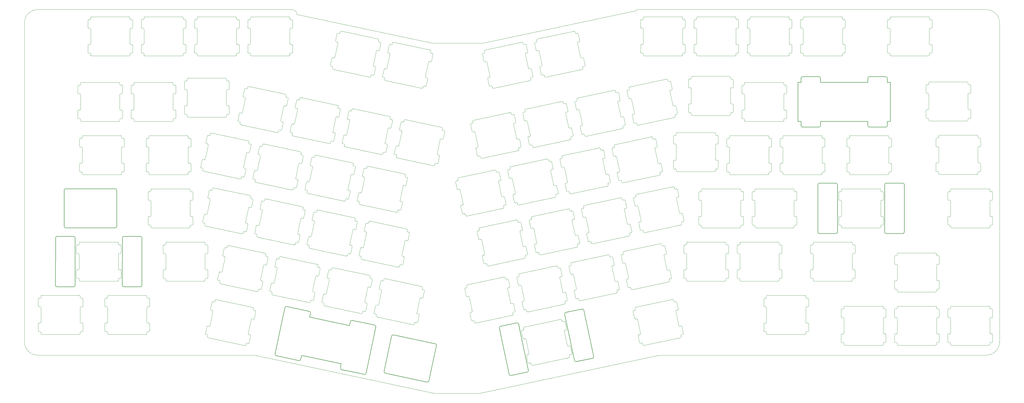
<source format=gm1>
G04 #@! TF.GenerationSoftware,KiCad,Pcbnew,(5.1.6)-1*
G04 #@! TF.CreationDate,2020-07-28T10:41:37-05:00*
G04 #@! TF.ProjectId,Bonsai Plate,426f6e73-6169-4205-906c-6174652e6b69,rev?*
G04 #@! TF.SameCoordinates,Original*
G04 #@! TF.FileFunction,Profile,NP*
%FSLAX46Y46*%
G04 Gerber Fmt 4.6, Leading zero omitted, Abs format (unit mm)*
G04 Created by KiCad (PCBNEW (5.1.6)-1) date 2020-07-28 10:41:37*
%MOMM*%
%LPD*%
G01*
G04 APERTURE LIST*
G04 #@! TA.AperFunction,Profile*
%ADD10C,0.150000*%
G04 #@! TD*
G04 #@! TA.AperFunction,Profile*
%ADD11C,0.050000*%
G04 #@! TD*
G04 #@! TA.AperFunction,Profile*
%ADD12C,0.200000*%
G04 #@! TD*
G04 #@! TA.AperFunction,Profile*
%ADD13C,0.100000*%
G04 #@! TD*
G04 APERTURE END LIST*
D10*
X181062761Y-226327546D02*
G75*
G02*
X180468780Y-226713283I-489859J104122D01*
G01*
X183378993Y-213009598D02*
G75*
G02*
X183768494Y-213598077I-99489J-488990D01*
G01*
X167757973Y-210194935D02*
G75*
G02*
X168329065Y-209824063I470982J-100110D01*
G01*
X165437977Y-223518389D02*
G75*
G02*
X165052240Y-222924406I104123J489860D01*
G01*
X183378994Y-213009599D02*
X168329065Y-209824063D01*
X165437977Y-223518389D02*
X180468780Y-226713283D01*
X167757972Y-210194936D02*
X165052240Y-222924406D01*
X181062763Y-226327546D02*
X183768494Y-213598077D01*
X68987313Y-157552034D02*
G75*
G02*
X69487692Y-158052413I0J-500379D01*
G01*
X69487692Y-171059751D02*
G75*
G02*
X68986890Y-171560555I-500803J-1D01*
G01*
X51224669Y-171560556D02*
G75*
G02*
X50723866Y-171059753I0J500803D01*
G01*
X50723865Y-158060034D02*
G75*
G02*
X51224670Y-157559229I500805J0D01*
G01*
X69487692Y-171059752D02*
X69487692Y-158052413D01*
X51224669Y-171560557D02*
X68986890Y-171560555D01*
X50723866Y-158060034D02*
X50723866Y-171059753D01*
X68987312Y-157552033D02*
X51224670Y-157559229D01*
X337880791Y-133461607D02*
X321004793Y-133461607D01*
X337880791Y-119459228D02*
X321005431Y-119459226D01*
X345954047Y-133461609D02*
X344881428Y-133461608D01*
X345954047Y-119459230D02*
X345954047Y-133461609D01*
X344881428Y-119459227D02*
X345954047Y-119459230D01*
X314004795Y-133461609D02*
X314004796Y-134970873D01*
X312904047Y-133459226D02*
X314004795Y-133461609D01*
X312904046Y-119459226D02*
X312904047Y-133459226D01*
X314005426Y-119459225D02*
X314005427Y-117971189D01*
X312904046Y-119459226D02*
X314005426Y-119459225D01*
D11*
X182994214Y-230745635D02*
X199184767Y-230745636D01*
X41324547Y-217107007D02*
G75*
G02*
X36521409Y-212308945I-2538J4800600D01*
G01*
X118830110Y-217107005D02*
X182994215Y-230745447D01*
X41324548Y-217107007D02*
X118830110Y-217107005D01*
X255108854Y-93807056D02*
G75*
G02*
X255466869Y-93439487I358015J9430D01*
G01*
X132140297Y-93436948D02*
G75*
G02*
X133879610Y-95131715I22273J-1717040D01*
G01*
X41322098Y-93436774D02*
G75*
G03*
X36524040Y-98234834I1J-4798059D01*
G01*
X133879610Y-95131715D02*
X133879541Y-95148319D01*
X133879541Y-95148319D02*
X182250089Y-105430241D01*
X41322097Y-93436775D02*
X132140298Y-93436947D01*
X380191302Y-93439313D02*
X255466869Y-93439487D01*
X200428481Y-105430241D02*
X255110413Y-93807016D01*
X182250089Y-105430241D02*
X200428481Y-105430241D01*
D10*
X321005431Y-119459226D02*
X321005431Y-117971190D01*
X344381425Y-117471184D02*
G75*
G02*
X344881434Y-117971191I1J-500008D01*
G01*
X344881428Y-119459227D02*
X344881434Y-117971191D01*
X320505426Y-117471185D02*
G75*
G02*
X321005431Y-117971190I0J-500005D01*
G01*
X320505428Y-117471191D02*
X314505427Y-117471190D01*
X344381431Y-117471189D02*
X338381430Y-117471188D01*
X337881424Y-117971190D02*
G75*
G02*
X338381430Y-117471188I500004J-2D01*
G01*
X337880791Y-119459228D02*
X337881430Y-117971187D01*
X314005427Y-117971190D02*
G75*
G02*
X314505427Y-117471190I500000J0D01*
G01*
D12*
X327044756Y-173056774D02*
X327045550Y-156055946D01*
X350421544Y-155555950D02*
G75*
G02*
X350921550Y-156055950I3J-500003D01*
G01*
X350920752Y-173056775D02*
X350921550Y-156055950D01*
X326545543Y-155555947D02*
G75*
G02*
X327045550Y-156055946I4J-500003D01*
G01*
X326545552Y-155555951D02*
X320545548Y-155555949D01*
X350421549Y-155555950D02*
X344421550Y-155555950D01*
X343921549Y-156055949D02*
G75*
G02*
X344421550Y-155555950I500000J-1D01*
G01*
X343920752Y-173056773D02*
X343921551Y-156055949D01*
X320044753Y-173056774D02*
X320045547Y-156055947D01*
X320045549Y-156055950D02*
G75*
G02*
X320545548Y-155555949I500000J1D01*
G01*
X320544751Y-173556776D02*
G75*
G02*
X320044753Y-173056774I2J500000D01*
G01*
X344420752Y-173556779D02*
G75*
G02*
X343920752Y-173056773I3J500003D01*
G01*
X344420756Y-173556777D02*
X350420756Y-173556775D01*
X320544755Y-173556775D02*
X326544755Y-173556775D01*
X327044755Y-173056775D02*
G75*
G02*
X326544755Y-173556775I-500000J0D01*
G01*
X350920752Y-173056773D02*
G75*
G02*
X350420756Y-173556775I-499999J-3D01*
G01*
X229584731Y-202405432D02*
X233117782Y-219034572D01*
X210356558Y-224383786D02*
G75*
G02*
X209763530Y-223998668I-103955J489073D01*
G01*
X206852767Y-210304602D02*
X209763530Y-223998668D01*
X233710816Y-219419690D02*
G75*
G02*
X233117782Y-219034572I-103958J489076D01*
G01*
X233710811Y-219419691D02*
X239579697Y-218172217D01*
X210356557Y-224383788D02*
X216225445Y-223136318D01*
X216610566Y-222543289D02*
G75*
G02*
X216225445Y-223136318I-489075J-103954D01*
G01*
X213699801Y-208849222D02*
X216610564Y-222543289D01*
X236431770Y-200950047D02*
X239964816Y-217579186D01*
X239964815Y-217579187D02*
G75*
G02*
X239579697Y-218172217I-489074J-103956D01*
G01*
X155683694Y-223489084D02*
X157972875Y-223973437D01*
X132329440Y-218524980D02*
X134618625Y-219009339D01*
X135211654Y-218624222D02*
G75*
G02*
X134618625Y-219009339I-489073J103956D01*
G01*
X135522170Y-217159461D02*
X135211656Y-218624220D01*
X161476670Y-209894256D02*
X158565906Y-223588322D01*
X158565904Y-223588322D02*
G75*
G02*
X157972875Y-223973437I-489072J103957D01*
G01*
X54634993Y-192095474D02*
X54638150Y-175096178D01*
X78014150Y-174596176D02*
G75*
G02*
X78514151Y-175096179I-1J-500002D01*
G01*
X78510995Y-192095473D02*
X78514151Y-175096179D01*
X54138146Y-174596176D02*
G75*
G02*
X54638150Y-175096178I1J-500003D01*
G01*
X54138151Y-174596176D02*
X48138147Y-174596177D01*
X78014151Y-174596179D02*
X72014154Y-174596175D01*
X71514152Y-175096175D02*
G75*
G02*
X72014154Y-174596175I500001J-1D01*
G01*
X71510993Y-192095474D02*
X71514152Y-175096176D01*
X47634994Y-192095473D02*
X47638148Y-175096177D01*
X47638146Y-175096180D02*
G75*
G02*
X48138147Y-174596177I500002J1D01*
G01*
X149741880Y-220177299D02*
X149429689Y-221648584D01*
X126460555Y-217277509D02*
G75*
G02*
X126075436Y-216684484I103953J489072D01*
G01*
X128986199Y-202990416D02*
X126075436Y-216684484D01*
X149814804Y-222241611D02*
G75*
G02*
X149429689Y-221648584I103956J489071D01*
G01*
X149814808Y-222241613D02*
X155683694Y-223489084D01*
X126460556Y-217277512D02*
X132329440Y-218524980D01*
X213699801Y-208849222D02*
X213077518Y-205914145D01*
X235838734Y-200564927D02*
G75*
G02*
X236431770Y-200950047I103958J-489078D01*
G01*
X212484478Y-205529023D02*
G75*
G02*
X213077518Y-205914145I103959J-489081D01*
G01*
X212484486Y-205529029D02*
X206615598Y-206776498D01*
X235838738Y-200564930D02*
X229969852Y-201812399D01*
X229584732Y-202405427D02*
G75*
G02*
X229969852Y-201812399I489074J103954D01*
G01*
X206852767Y-210304602D02*
X206230481Y-207366991D01*
X206230479Y-207369527D02*
G75*
G02*
X206615598Y-206776498I489074J103955D01*
G01*
X150711298Y-206075292D02*
X138432396Y-203467924D01*
X132490902Y-200154935D02*
X130207440Y-199672332D01*
X159430579Y-205883907D02*
X153561693Y-204636435D01*
X152968659Y-205021555D02*
G75*
G02*
X153561693Y-204636435I489077J-103957D01*
G01*
X152657228Y-206486106D02*
X152968665Y-205021553D01*
X128986199Y-202990416D02*
X129614410Y-200057454D01*
X129614404Y-200057456D02*
G75*
G02*
X130207440Y-199672332I489080J-103956D01*
G01*
X148084196Y-219827544D02*
X135522170Y-217159461D01*
X138432396Y-203467924D02*
X138744905Y-201995439D01*
X152657228Y-206486106D02*
X150711298Y-206075292D01*
X161714039Y-206366507D02*
G75*
G02*
X162099156Y-206959538I-103957J-489074D01*
G01*
X161476670Y-209894256D02*
X162099156Y-206959538D01*
X138359786Y-201402406D02*
G75*
G02*
X138744905Y-201995439I-103957J-489076D01*
G01*
X138359786Y-201402409D02*
X132490902Y-200154935D01*
X161714038Y-206366507D02*
X159430579Y-205883907D01*
X149741880Y-220177299D02*
X148084196Y-219827544D01*
D10*
X337880791Y-133461607D02*
X337880793Y-134970874D01*
X314504792Y-135470871D02*
G75*
G02*
X314004796Y-134970873I1J499997D01*
G01*
X338380798Y-135470875D02*
G75*
G02*
X337880793Y-134970874I-2J500003D01*
G01*
X338380792Y-135470871D02*
X344380795Y-135470873D01*
X314504793Y-135470873D02*
X320504796Y-135470874D01*
X321004794Y-134970868D02*
G75*
G02*
X320504796Y-135470874I-500002J-4D01*
G01*
X321004793Y-133461607D02*
X321004794Y-134970874D01*
X344881428Y-133461608D02*
X344880792Y-134970876D01*
X344880799Y-134970869D02*
G75*
G02*
X344380795Y-135470873I-500004J0D01*
G01*
D12*
X48134992Y-192595475D02*
G75*
G02*
X47634994Y-192095473I2J500000D01*
G01*
X72010996Y-192595479D02*
G75*
G02*
X71510993Y-192095474I1J500004D01*
G01*
X72010993Y-192595472D02*
X78010992Y-192595474D01*
X48134993Y-192595473D02*
X54134994Y-192595475D01*
X54634995Y-192095472D02*
G75*
G02*
X54134994Y-192595475I-500002J-1D01*
G01*
X78510996Y-192095476D02*
G75*
G02*
X78010992Y-192595474I-500001J3D01*
G01*
D11*
X384986642Y-212319921D02*
G75*
G02*
X380178421Y-217107820I-4798060J10161D01*
G01*
X380191306Y-93439312D02*
G75*
G02*
X384989360Y-98237374I-4J-4798058D01*
G01*
X199184767Y-230745636D02*
X263354735Y-217105886D01*
X36524040Y-98234834D02*
X36521409Y-212308945D01*
X384986642Y-212319923D02*
X384989360Y-98237374D01*
X380178421Y-217107820D02*
X263354827Y-217106698D01*
D13*
G04 #@! TO.C,U16*
X366489985Y-200744109D02*
X366489985Y-203344109D01*
X367189985Y-203644109D02*
X366789985Y-203644109D01*
X366689985Y-200544109D02*
X367189985Y-200544109D01*
X366689985Y-209444109D02*
X367189985Y-209444109D01*
X366489985Y-209644109D02*
X366489985Y-212244109D01*
X367189985Y-212544109D02*
X366789985Y-212544109D01*
X381789985Y-209444109D02*
X382189985Y-209444109D01*
X382489985Y-212344109D02*
X382489985Y-209744109D01*
X382289985Y-212544109D02*
X381789985Y-212544109D01*
X381489985Y-199844109D02*
X381489985Y-200244109D01*
X381489985Y-209144109D02*
X381489985Y-203944109D01*
X382289985Y-203644109D02*
X381789985Y-203644109D01*
X382489985Y-203444109D02*
X382489985Y-200844109D01*
X381789985Y-200544109D02*
X382189985Y-200544109D01*
X381489985Y-212844109D02*
X381489985Y-213244109D01*
X367489985Y-200244109D02*
X367489985Y-199844109D01*
X367489985Y-203944109D02*
X367489985Y-209144109D01*
X381189985Y-199544109D02*
X367789985Y-199544109D01*
X367489985Y-213244109D02*
X367489985Y-212844109D01*
X381189985Y-213544109D02*
X367789985Y-213544109D01*
X366489985Y-200744109D02*
G75*
G02*
X366689985Y-200544109I200000J0D01*
G01*
X366789985Y-203644109D02*
G75*
G02*
X366489985Y-203344109I0J300000D01*
G01*
X367189985Y-203644109D02*
G75*
G02*
X367489985Y-203944109I0J-300000D01*
G01*
X367489985Y-200244109D02*
G75*
G02*
X367189985Y-200544109I-300000J0D01*
G01*
X367189985Y-212544109D02*
G75*
G02*
X367489985Y-212844109I0J-300000D01*
G01*
X366789985Y-212544109D02*
G75*
G02*
X366489985Y-212244109I0J300000D01*
G01*
X367489985Y-209144109D02*
G75*
G02*
X367189985Y-209444109I-300000J0D01*
G01*
X366489985Y-209644109D02*
G75*
G02*
X366689985Y-209444109I200000J0D01*
G01*
X382489985Y-212344109D02*
G75*
G02*
X382289985Y-212544109I-200000J0D01*
G01*
X381489985Y-212844109D02*
G75*
G02*
X381789985Y-212544109I300000J0D01*
G01*
X382189985Y-209444109D02*
G75*
G02*
X382489985Y-209744109I0J-300000D01*
G01*
X381789985Y-209444109D02*
G75*
G02*
X381489985Y-209144109I0J300000D01*
G01*
X382189985Y-200544109D02*
G75*
G02*
X382489985Y-200844109I0J-300000D01*
G01*
X381789985Y-200544109D02*
G75*
G02*
X381489985Y-200244109I0J300000D01*
G01*
X381489985Y-213244109D02*
G75*
G02*
X381189985Y-213544109I-300000J0D01*
G01*
X381489985Y-203944109D02*
G75*
G02*
X381789985Y-203644109I300000J0D01*
G01*
X382489985Y-203444109D02*
G75*
G02*
X382289985Y-203644109I-200000J0D01*
G01*
X381189985Y-199544109D02*
G75*
G02*
X381489985Y-199844109I0J-300000D01*
G01*
X367489985Y-199844109D02*
G75*
G02*
X367789985Y-199544109I300000J0D01*
G01*
X367789985Y-213544109D02*
G75*
G02*
X367489985Y-213244109I0J300000D01*
G01*
X362139988Y-213544108D02*
X348739988Y-213544108D01*
X348439988Y-213244108D02*
X348439988Y-212844108D01*
X362139988Y-199544108D02*
X348739988Y-199544108D01*
X348439988Y-203944108D02*
X348439988Y-209144108D01*
X348439988Y-200244108D02*
X348439988Y-199844108D01*
X362439988Y-212844108D02*
X362439988Y-213244108D01*
X362739988Y-200544108D02*
X363139988Y-200544108D01*
X363439988Y-203444108D02*
X363439988Y-200844108D01*
X363239988Y-203644108D02*
X362739988Y-203644108D01*
X362439988Y-209144108D02*
X362439988Y-203944108D01*
X362439988Y-199844108D02*
X362439988Y-200244108D01*
X363239988Y-212544108D02*
X362739988Y-212544108D01*
X363439988Y-212344108D02*
X363439988Y-209744108D01*
X362739988Y-209444108D02*
X363139988Y-209444108D01*
X348139988Y-212544108D02*
X347739988Y-212544108D01*
X347439988Y-209644108D02*
X347439988Y-212244108D01*
X347639988Y-209444108D02*
X348139988Y-209444108D01*
X347639988Y-200544108D02*
X348139988Y-200544108D01*
X348139988Y-203644108D02*
X347739988Y-203644108D01*
X347439988Y-200744108D02*
X347439988Y-203344108D01*
X348739988Y-213544108D02*
G75*
G02*
X348439988Y-213244108I0J300000D01*
G01*
X348439988Y-199844108D02*
G75*
G02*
X348739988Y-199544108I300000J0D01*
G01*
X362139988Y-199544108D02*
G75*
G02*
X362439988Y-199844108I0J-300000D01*
G01*
X363439988Y-203444108D02*
G75*
G02*
X363239988Y-203644108I-200000J0D01*
G01*
X362439988Y-203944108D02*
G75*
G02*
X362739988Y-203644108I300000J0D01*
G01*
X362439988Y-213244108D02*
G75*
G02*
X362139988Y-213544108I-300000J0D01*
G01*
X362739988Y-200544108D02*
G75*
G02*
X362439988Y-200244108I0J300000D01*
G01*
X363139988Y-200544108D02*
G75*
G02*
X363439988Y-200844108I0J-300000D01*
G01*
X362739988Y-209444108D02*
G75*
G02*
X362439988Y-209144108I0J300000D01*
G01*
X363139988Y-209444108D02*
G75*
G02*
X363439988Y-209744108I0J-300000D01*
G01*
X362439988Y-212844108D02*
G75*
G02*
X362739988Y-212544108I300000J0D01*
G01*
X363439988Y-212344108D02*
G75*
G02*
X363239988Y-212544108I-200000J0D01*
G01*
X347439988Y-209644108D02*
G75*
G02*
X347639988Y-209444108I200000J0D01*
G01*
X348439988Y-209144108D02*
G75*
G02*
X348139988Y-209444108I-300000J0D01*
G01*
X347739988Y-212544108D02*
G75*
G02*
X347439988Y-212244108I0J300000D01*
G01*
X348139988Y-212544108D02*
G75*
G02*
X348439988Y-212844108I0J-300000D01*
G01*
X348439988Y-200244108D02*
G75*
G02*
X348139988Y-200544108I-300000J0D01*
G01*
X348139988Y-203644108D02*
G75*
G02*
X348439988Y-203944108I0J-300000D01*
G01*
X347739988Y-203644108D02*
G75*
G02*
X347439988Y-203344108I0J300000D01*
G01*
X347439988Y-200744108D02*
G75*
G02*
X347639988Y-200544108I200000J0D01*
G01*
X328389986Y-200744109D02*
X328389986Y-203344109D01*
X329089986Y-203644109D02*
X328689986Y-203644109D01*
X328589986Y-200544109D02*
X329089986Y-200544109D01*
X328589986Y-209444109D02*
X329089986Y-209444109D01*
X328389986Y-209644109D02*
X328389986Y-212244109D01*
X329089986Y-212544109D02*
X328689986Y-212544109D01*
X343689986Y-209444109D02*
X344089986Y-209444109D01*
X344389986Y-212344109D02*
X344389986Y-209744109D01*
X344189986Y-212544109D02*
X343689986Y-212544109D01*
X343389986Y-199844109D02*
X343389986Y-200244109D01*
X343389986Y-209144109D02*
X343389986Y-203944109D01*
X344189986Y-203644109D02*
X343689986Y-203644109D01*
X344389986Y-203444109D02*
X344389986Y-200844109D01*
X343689986Y-200544109D02*
X344089986Y-200544109D01*
X343389986Y-212844109D02*
X343389986Y-213244109D01*
X329389986Y-200244109D02*
X329389986Y-199844109D01*
X329389986Y-203944109D02*
X329389986Y-209144109D01*
X343089986Y-199544109D02*
X329689986Y-199544109D01*
X329389986Y-213244109D02*
X329389986Y-212844109D01*
X343089986Y-213544109D02*
X329689986Y-213544109D01*
X328389986Y-200744109D02*
G75*
G02*
X328589986Y-200544109I200000J0D01*
G01*
X328689986Y-203644109D02*
G75*
G02*
X328389986Y-203344109I0J300000D01*
G01*
X329089986Y-203644109D02*
G75*
G02*
X329389986Y-203944109I0J-300000D01*
G01*
X329389986Y-200244109D02*
G75*
G02*
X329089986Y-200544109I-300000J0D01*
G01*
X329089986Y-212544109D02*
G75*
G02*
X329389986Y-212844109I0J-300000D01*
G01*
X328689986Y-212544109D02*
G75*
G02*
X328389986Y-212244109I0J300000D01*
G01*
X329389986Y-209144109D02*
G75*
G02*
X329089986Y-209444109I-300000J0D01*
G01*
X328389986Y-209644109D02*
G75*
G02*
X328589986Y-209444109I200000J0D01*
G01*
X344389986Y-212344109D02*
G75*
G02*
X344189986Y-212544109I-200000J0D01*
G01*
X343389986Y-212844109D02*
G75*
G02*
X343689986Y-212544109I300000J0D01*
G01*
X344089986Y-209444109D02*
G75*
G02*
X344389986Y-209744109I0J-300000D01*
G01*
X343689986Y-209444109D02*
G75*
G02*
X343389986Y-209144109I0J300000D01*
G01*
X344089986Y-200544109D02*
G75*
G02*
X344389986Y-200844109I0J-300000D01*
G01*
X343689986Y-200544109D02*
G75*
G02*
X343389986Y-200244109I0J300000D01*
G01*
X343389986Y-213244109D02*
G75*
G02*
X343089986Y-213544109I-300000J0D01*
G01*
X343389986Y-203944109D02*
G75*
G02*
X343689986Y-203644109I300000J0D01*
G01*
X344389986Y-203444109D02*
G75*
G02*
X344189986Y-203644109I-200000J0D01*
G01*
X343089986Y-199544109D02*
G75*
G02*
X343389986Y-199844109I0J-300000D01*
G01*
X329389986Y-199844109D02*
G75*
G02*
X329689986Y-199544109I300000J0D01*
G01*
X329689986Y-213544109D02*
G75*
G02*
X329389986Y-213244109I0J300000D01*
G01*
X362139985Y-194494110D02*
X348739985Y-194494110D01*
X348439985Y-194194110D02*
X348439985Y-193794110D01*
X362139985Y-180494110D02*
X348739985Y-180494110D01*
X348439985Y-184894110D02*
X348439985Y-190094110D01*
X348439985Y-181194110D02*
X348439985Y-180794110D01*
X362439985Y-193794110D02*
X362439985Y-194194110D01*
X362739985Y-181494110D02*
X363139985Y-181494110D01*
X363439985Y-184394110D02*
X363439985Y-181794110D01*
X363239985Y-184594110D02*
X362739985Y-184594110D01*
X362439985Y-190094110D02*
X362439985Y-184894110D01*
X362439985Y-180794110D02*
X362439985Y-181194110D01*
X363239985Y-193494110D02*
X362739985Y-193494110D01*
X363439985Y-193294110D02*
X363439985Y-190694110D01*
X362739985Y-190394110D02*
X363139985Y-190394110D01*
X348139985Y-193494110D02*
X347739985Y-193494110D01*
X347439985Y-190594110D02*
X347439985Y-193194110D01*
X347639985Y-190394110D02*
X348139985Y-190394110D01*
X347639985Y-181494110D02*
X348139985Y-181494110D01*
X348139985Y-184594110D02*
X347739985Y-184594110D01*
X347439985Y-181694110D02*
X347439985Y-184294110D01*
X348739985Y-194494110D02*
G75*
G02*
X348439985Y-194194110I0J300000D01*
G01*
X348439985Y-180794110D02*
G75*
G02*
X348739985Y-180494110I300000J0D01*
G01*
X362139985Y-180494110D02*
G75*
G02*
X362439985Y-180794110I0J-300000D01*
G01*
X363439985Y-184394110D02*
G75*
G02*
X363239985Y-184594110I-200000J0D01*
G01*
X362439985Y-184894110D02*
G75*
G02*
X362739985Y-184594110I300000J0D01*
G01*
X362439985Y-194194110D02*
G75*
G02*
X362139985Y-194494110I-300000J0D01*
G01*
X362739985Y-181494110D02*
G75*
G02*
X362439985Y-181194110I0J300000D01*
G01*
X363139985Y-181494110D02*
G75*
G02*
X363439985Y-181794110I0J-300000D01*
G01*
X362739985Y-190394110D02*
G75*
G02*
X362439985Y-190094110I0J300000D01*
G01*
X363139985Y-190394110D02*
G75*
G02*
X363439985Y-190694110I0J-300000D01*
G01*
X362439985Y-193794110D02*
G75*
G02*
X362739985Y-193494110I300000J0D01*
G01*
X363439985Y-193294110D02*
G75*
G02*
X363239985Y-193494110I-200000J0D01*
G01*
X347439985Y-190594110D02*
G75*
G02*
X347639985Y-190394110I200000J0D01*
G01*
X348439985Y-190094110D02*
G75*
G02*
X348139985Y-190394110I-300000J0D01*
G01*
X347739985Y-193494110D02*
G75*
G02*
X347439985Y-193194110I0J300000D01*
G01*
X348139985Y-193494110D02*
G75*
G02*
X348439985Y-193794110I0J-300000D01*
G01*
X348439985Y-181194110D02*
G75*
G02*
X348139985Y-181494110I-300000J0D01*
G01*
X348139985Y-184594110D02*
G75*
G02*
X348439985Y-184894110I0J-300000D01*
G01*
X347739985Y-184594110D02*
G75*
G02*
X347439985Y-184294110I0J300000D01*
G01*
X347439985Y-181694110D02*
G75*
G02*
X347639985Y-181494110I200000J0D01*
G01*
X366489984Y-158759232D02*
X366489984Y-161359232D01*
X367189984Y-161659232D02*
X366789984Y-161659232D01*
X366689984Y-158559232D02*
X367189984Y-158559232D01*
X366689984Y-167459232D02*
X367189984Y-167459232D01*
X366489984Y-167659232D02*
X366489984Y-170259232D01*
X367189984Y-170559232D02*
X366789984Y-170559232D01*
X381789984Y-167459232D02*
X382189984Y-167459232D01*
X382489984Y-170359232D02*
X382489984Y-167759232D01*
X382289984Y-170559232D02*
X381789984Y-170559232D01*
X381489984Y-157859232D02*
X381489984Y-158259232D01*
X381489984Y-167159232D02*
X381489984Y-161959232D01*
X382289984Y-161659232D02*
X381789984Y-161659232D01*
X382489984Y-161459232D02*
X382489984Y-158859232D01*
X381789984Y-158559232D02*
X382189984Y-158559232D01*
X381489984Y-170859232D02*
X381489984Y-171259232D01*
X367489984Y-158259232D02*
X367489984Y-157859232D01*
X367489984Y-161959232D02*
X367489984Y-167159232D01*
X381189984Y-157559232D02*
X367789984Y-157559232D01*
X367489984Y-171259232D02*
X367489984Y-170859232D01*
X381189984Y-171559232D02*
X367789984Y-171559232D01*
X366489984Y-158759232D02*
G75*
G02*
X366689984Y-158559232I200000J0D01*
G01*
X366789984Y-161659232D02*
G75*
G02*
X366489984Y-161359232I0J300000D01*
G01*
X367189984Y-161659232D02*
G75*
G02*
X367489984Y-161959232I0J-300000D01*
G01*
X367489984Y-158259232D02*
G75*
G02*
X367189984Y-158559232I-300000J0D01*
G01*
X367189984Y-170559232D02*
G75*
G02*
X367489984Y-170859232I0J-300000D01*
G01*
X366789984Y-170559232D02*
G75*
G02*
X366489984Y-170259232I0J300000D01*
G01*
X367489984Y-167159232D02*
G75*
G02*
X367189984Y-167459232I-300000J0D01*
G01*
X366489984Y-167659232D02*
G75*
G02*
X366689984Y-167459232I200000J0D01*
G01*
X382489984Y-170359232D02*
G75*
G02*
X382289984Y-170559232I-200000J0D01*
G01*
X381489984Y-170859232D02*
G75*
G02*
X381789984Y-170559232I300000J0D01*
G01*
X382189984Y-167459232D02*
G75*
G02*
X382489984Y-167759232I0J-300000D01*
G01*
X381789984Y-167459232D02*
G75*
G02*
X381489984Y-167159232I0J300000D01*
G01*
X382189984Y-158559232D02*
G75*
G02*
X382489984Y-158859232I0J-300000D01*
G01*
X381789984Y-158559232D02*
G75*
G02*
X381489984Y-158259232I0J300000D01*
G01*
X381489984Y-171259232D02*
G75*
G02*
X381189984Y-171559232I-300000J0D01*
G01*
X381489984Y-161959232D02*
G75*
G02*
X381789984Y-161659232I300000J0D01*
G01*
X382489984Y-161459232D02*
G75*
G02*
X382289984Y-161659232I-200000J0D01*
G01*
X381189984Y-157559232D02*
G75*
G02*
X381489984Y-157859232I0J-300000D01*
G01*
X367489984Y-157859232D02*
G75*
G02*
X367789984Y-157559232I300000J0D01*
G01*
X367789984Y-171559232D02*
G75*
G02*
X367489984Y-171259232I0J300000D01*
G01*
X327484048Y-158759228D02*
X327484048Y-161359228D01*
X328184048Y-161659228D02*
X327784048Y-161659228D01*
X327684048Y-158559228D02*
X328184048Y-158559228D01*
X327684048Y-167459228D02*
X328184048Y-167459228D01*
X327484048Y-167659228D02*
X327484048Y-170259228D01*
X328184048Y-170559228D02*
X327784048Y-170559228D01*
X342784048Y-167459228D02*
X343184048Y-167459228D01*
X343484048Y-170359228D02*
X343484048Y-167759228D01*
X343284048Y-170559228D02*
X342784048Y-170559228D01*
X342484048Y-157859228D02*
X342484048Y-158259228D01*
X342484048Y-167159228D02*
X342484048Y-161959228D01*
X343284048Y-161659228D02*
X342784048Y-161659228D01*
X343484048Y-161459228D02*
X343484048Y-158859228D01*
X342784048Y-158559228D02*
X343184048Y-158559228D01*
X342484048Y-170859228D02*
X342484048Y-171259228D01*
X328484048Y-158259228D02*
X328484048Y-157859228D01*
X328484048Y-161959228D02*
X328484048Y-167159228D01*
X342184048Y-157559228D02*
X328784048Y-157559228D01*
X328484048Y-171259228D02*
X328484048Y-170859228D01*
X342184048Y-171559228D02*
X328784048Y-171559228D01*
X327484048Y-158759228D02*
G75*
G02*
X327684048Y-158559228I200000J0D01*
G01*
X327784048Y-161659228D02*
G75*
G02*
X327484048Y-161359228I0J300000D01*
G01*
X328184048Y-161659228D02*
G75*
G02*
X328484048Y-161959228I0J-300000D01*
G01*
X328484048Y-158259228D02*
G75*
G02*
X328184048Y-158559228I-300000J0D01*
G01*
X328184048Y-170559228D02*
G75*
G02*
X328484048Y-170859228I0J-300000D01*
G01*
X327784048Y-170559228D02*
G75*
G02*
X327484048Y-170259228I0J300000D01*
G01*
X328484048Y-167159228D02*
G75*
G02*
X328184048Y-167459228I-300000J0D01*
G01*
X327484048Y-167659228D02*
G75*
G02*
X327684048Y-167459228I200000J0D01*
G01*
X343484048Y-170359228D02*
G75*
G02*
X343284048Y-170559228I-200000J0D01*
G01*
X342484048Y-170859228D02*
G75*
G02*
X342784048Y-170559228I300000J0D01*
G01*
X343184048Y-167459228D02*
G75*
G02*
X343484048Y-167759228I0J-300000D01*
G01*
X342784048Y-167459228D02*
G75*
G02*
X342484048Y-167159228I0J300000D01*
G01*
X343184048Y-158559228D02*
G75*
G02*
X343484048Y-158859228I0J-300000D01*
G01*
X342784048Y-158559228D02*
G75*
G02*
X342484048Y-158259228I0J300000D01*
G01*
X342484048Y-171259228D02*
G75*
G02*
X342184048Y-171559228I-300000J0D01*
G01*
X342484048Y-161959228D02*
G75*
G02*
X342784048Y-161659228I300000J0D01*
G01*
X343484048Y-161459228D02*
G75*
G02*
X343284048Y-161659228I-200000J0D01*
G01*
X342184048Y-157559228D02*
G75*
G02*
X342484048Y-157859228I0J-300000D01*
G01*
X328484048Y-157859228D02*
G75*
G02*
X328784048Y-157559228I300000J0D01*
G01*
X328784048Y-171559228D02*
G75*
G02*
X328484048Y-171259228I0J300000D01*
G01*
X332069047Y-190609229D02*
X318669047Y-190609229D01*
X318369047Y-190309229D02*
X318369047Y-189909229D01*
X332069047Y-176609229D02*
X318669047Y-176609229D01*
X318369047Y-181009229D02*
X318369047Y-186209229D01*
X318369047Y-177309229D02*
X318369047Y-176909229D01*
X332369047Y-189909229D02*
X332369047Y-190309229D01*
X332669047Y-177609229D02*
X333069047Y-177609229D01*
X333369047Y-180509229D02*
X333369047Y-177909229D01*
X333169047Y-180709229D02*
X332669047Y-180709229D01*
X332369047Y-186209229D02*
X332369047Y-181009229D01*
X332369047Y-176909229D02*
X332369047Y-177309229D01*
X333169047Y-189609229D02*
X332669047Y-189609229D01*
X333369047Y-189409229D02*
X333369047Y-186809229D01*
X332669047Y-186509229D02*
X333069047Y-186509229D01*
X318069047Y-189609229D02*
X317669047Y-189609229D01*
X317369047Y-186709229D02*
X317369047Y-189309229D01*
X317569047Y-186509229D02*
X318069047Y-186509229D01*
X317569047Y-177609229D02*
X318069047Y-177609229D01*
X318069047Y-180709229D02*
X317669047Y-180709229D01*
X317369047Y-177809229D02*
X317369047Y-180409229D01*
X318669047Y-190609229D02*
G75*
G02*
X318369047Y-190309229I0J300000D01*
G01*
X318369047Y-176909229D02*
G75*
G02*
X318669047Y-176609229I300000J0D01*
G01*
X332069047Y-176609229D02*
G75*
G02*
X332369047Y-176909229I0J-300000D01*
G01*
X333369047Y-180509229D02*
G75*
G02*
X333169047Y-180709229I-200000J0D01*
G01*
X332369047Y-181009229D02*
G75*
G02*
X332669047Y-180709229I300000J0D01*
G01*
X332369047Y-190309229D02*
G75*
G02*
X332069047Y-190609229I-300000J0D01*
G01*
X332669047Y-177609229D02*
G75*
G02*
X332369047Y-177309229I0J300000D01*
G01*
X333069047Y-177609229D02*
G75*
G02*
X333369047Y-177909229I0J-300000D01*
G01*
X332669047Y-186509229D02*
G75*
G02*
X332369047Y-186209229I0J300000D01*
G01*
X333069047Y-186509229D02*
G75*
G02*
X333369047Y-186809229I0J-300000D01*
G01*
X332369047Y-189909229D02*
G75*
G02*
X332669047Y-189609229I300000J0D01*
G01*
X333369047Y-189409229D02*
G75*
G02*
X333169047Y-189609229I-200000J0D01*
G01*
X317369047Y-186709229D02*
G75*
G02*
X317569047Y-186509229I200000J0D01*
G01*
X318369047Y-186209229D02*
G75*
G02*
X318069047Y-186509229I-300000J0D01*
G01*
X317669047Y-189609229D02*
G75*
G02*
X317369047Y-189309229I0J300000D01*
G01*
X318069047Y-189609229D02*
G75*
G02*
X318369047Y-189909229I0J-300000D01*
G01*
X318369047Y-177309229D02*
G75*
G02*
X318069047Y-177609229I-300000J0D01*
G01*
X318069047Y-180709229D02*
G75*
G02*
X318369047Y-181009229I0J-300000D01*
G01*
X317669047Y-180709229D02*
G75*
G02*
X317369047Y-180409229I0J300000D01*
G01*
X317369047Y-177809229D02*
G75*
G02*
X317569047Y-177609229I200000J0D01*
G01*
X300719226Y-196857908D02*
X300719226Y-199457908D01*
X301419226Y-199757908D02*
X301019226Y-199757908D01*
X300919226Y-196657908D02*
X301419226Y-196657908D01*
X300919226Y-205557908D02*
X301419226Y-205557908D01*
X300719226Y-205757908D02*
X300719226Y-208357908D01*
X301419226Y-208657908D02*
X301019226Y-208657908D01*
X316019226Y-205557908D02*
X316419226Y-205557908D01*
X316719226Y-208457908D02*
X316719226Y-205857908D01*
X316519226Y-208657908D02*
X316019226Y-208657908D01*
X315719226Y-195957908D02*
X315719226Y-196357908D01*
X315719226Y-205257908D02*
X315719226Y-200057908D01*
X316519226Y-199757908D02*
X316019226Y-199757908D01*
X316719226Y-199557908D02*
X316719226Y-196957908D01*
X316019226Y-196657908D02*
X316419226Y-196657908D01*
X315719226Y-208957908D02*
X315719226Y-209357908D01*
X301719226Y-196357908D02*
X301719226Y-195957908D01*
X301719226Y-200057908D02*
X301719226Y-205257908D01*
X315419226Y-195657908D02*
X302019226Y-195657908D01*
X301719226Y-209357908D02*
X301719226Y-208957908D01*
X315419226Y-209657908D02*
X302019226Y-209657908D01*
X300719226Y-196857908D02*
G75*
G02*
X300919226Y-196657908I200000J0D01*
G01*
X301019226Y-199757908D02*
G75*
G02*
X300719226Y-199457908I0J300000D01*
G01*
X301419226Y-199757908D02*
G75*
G02*
X301719226Y-200057908I0J-300000D01*
G01*
X301719226Y-196357908D02*
G75*
G02*
X301419226Y-196657908I-300000J0D01*
G01*
X301419226Y-208657908D02*
G75*
G02*
X301719226Y-208957908I0J-300000D01*
G01*
X301019226Y-208657908D02*
G75*
G02*
X300719226Y-208357908I0J300000D01*
G01*
X301719226Y-205257908D02*
G75*
G02*
X301419226Y-205557908I-300000J0D01*
G01*
X300719226Y-205757908D02*
G75*
G02*
X300919226Y-205557908I200000J0D01*
G01*
X316719226Y-208457908D02*
G75*
G02*
X316519226Y-208657908I-200000J0D01*
G01*
X315719226Y-208957908D02*
G75*
G02*
X316019226Y-208657908I300000J0D01*
G01*
X316419226Y-205557908D02*
G75*
G02*
X316719226Y-205857908I0J-300000D01*
G01*
X316019226Y-205557908D02*
G75*
G02*
X315719226Y-205257908I0J300000D01*
G01*
X316419226Y-196657908D02*
G75*
G02*
X316719226Y-196957908I0J-300000D01*
G01*
X316019226Y-196657908D02*
G75*
G02*
X315719226Y-196357908I0J300000D01*
G01*
X315719226Y-209357908D02*
G75*
G02*
X315419226Y-209657908I-300000J0D01*
G01*
X315719226Y-200057908D02*
G75*
G02*
X316019226Y-199757908I300000J0D01*
G01*
X316719226Y-199557908D02*
G75*
G02*
X316519226Y-199757908I-200000J0D01*
G01*
X315419226Y-195657908D02*
G75*
G02*
X315719226Y-195957908I0J-300000D01*
G01*
X301719226Y-195957908D02*
G75*
G02*
X302019226Y-195657908I300000J0D01*
G01*
X302019226Y-209657908D02*
G75*
G02*
X301719226Y-209357908I0J300000D01*
G01*
X305874044Y-190609233D02*
X292474044Y-190609233D01*
X292174044Y-190309233D02*
X292174044Y-189909233D01*
X305874044Y-176609233D02*
X292474044Y-176609233D01*
X292174044Y-181009233D02*
X292174044Y-186209233D01*
X292174044Y-177309233D02*
X292174044Y-176909233D01*
X306174044Y-189909233D02*
X306174044Y-190309233D01*
X306474044Y-177609233D02*
X306874044Y-177609233D01*
X307174044Y-180509233D02*
X307174044Y-177909233D01*
X306974044Y-180709233D02*
X306474044Y-180709233D01*
X306174044Y-186209233D02*
X306174044Y-181009233D01*
X306174044Y-176909233D02*
X306174044Y-177309233D01*
X306974044Y-189609233D02*
X306474044Y-189609233D01*
X307174044Y-189409233D02*
X307174044Y-186809233D01*
X306474044Y-186509233D02*
X306874044Y-186509233D01*
X291874044Y-189609233D02*
X291474044Y-189609233D01*
X291174044Y-186709233D02*
X291174044Y-189309233D01*
X291374044Y-186509233D02*
X291874044Y-186509233D01*
X291374044Y-177609233D02*
X291874044Y-177609233D01*
X291874044Y-180709233D02*
X291474044Y-180709233D01*
X291174044Y-177809233D02*
X291174044Y-180409233D01*
X292474044Y-190609233D02*
G75*
G02*
X292174044Y-190309233I0J300000D01*
G01*
X292174044Y-176909233D02*
G75*
G02*
X292474044Y-176609233I300000J0D01*
G01*
X305874044Y-176609233D02*
G75*
G02*
X306174044Y-176909233I0J-300000D01*
G01*
X307174044Y-180509233D02*
G75*
G02*
X306974044Y-180709233I-200000J0D01*
G01*
X306174044Y-181009233D02*
G75*
G02*
X306474044Y-180709233I300000J0D01*
G01*
X306174044Y-190309233D02*
G75*
G02*
X305874044Y-190609233I-300000J0D01*
G01*
X306474044Y-177609233D02*
G75*
G02*
X306174044Y-177309233I0J300000D01*
G01*
X306874044Y-177609233D02*
G75*
G02*
X307174044Y-177909233I0J-300000D01*
G01*
X306474044Y-186509233D02*
G75*
G02*
X306174044Y-186209233I0J300000D01*
G01*
X306874044Y-186509233D02*
G75*
G02*
X307174044Y-186809233I0J-300000D01*
G01*
X306174044Y-189909233D02*
G75*
G02*
X306474044Y-189609233I300000J0D01*
G01*
X307174044Y-189409233D02*
G75*
G02*
X306974044Y-189609233I-200000J0D01*
G01*
X291174044Y-186709233D02*
G75*
G02*
X291374044Y-186509233I200000J0D01*
G01*
X292174044Y-186209233D02*
G75*
G02*
X291874044Y-186509233I-300000J0D01*
G01*
X291474044Y-189609233D02*
G75*
G02*
X291174044Y-189309233I0J300000D01*
G01*
X291874044Y-189609233D02*
G75*
G02*
X292174044Y-189909233I0J-300000D01*
G01*
X292174044Y-177309233D02*
G75*
G02*
X291874044Y-177609233I-300000J0D01*
G01*
X291874044Y-180709233D02*
G75*
G02*
X292174044Y-181009233I0J-300000D01*
G01*
X291474044Y-180709233D02*
G75*
G02*
X291174044Y-180409233I0J300000D01*
G01*
X291174044Y-177809233D02*
G75*
G02*
X291374044Y-177609233I200000J0D01*
G01*
X272124044Y-177809228D02*
X272124044Y-180409228D01*
X272824044Y-180709228D02*
X272424044Y-180709228D01*
X272324044Y-177609228D02*
X272824044Y-177609228D01*
X272324044Y-186509228D02*
X272824044Y-186509228D01*
X272124044Y-186709228D02*
X272124044Y-189309228D01*
X272824044Y-189609228D02*
X272424044Y-189609228D01*
X287424044Y-186509228D02*
X287824044Y-186509228D01*
X288124044Y-189409228D02*
X288124044Y-186809228D01*
X287924044Y-189609228D02*
X287424044Y-189609228D01*
X287124044Y-176909228D02*
X287124044Y-177309228D01*
X287124044Y-186209228D02*
X287124044Y-181009228D01*
X287924044Y-180709228D02*
X287424044Y-180709228D01*
X288124044Y-180509228D02*
X288124044Y-177909228D01*
X287424044Y-177609228D02*
X287824044Y-177609228D01*
X287124044Y-189909228D02*
X287124044Y-190309228D01*
X273124044Y-177309228D02*
X273124044Y-176909228D01*
X273124044Y-181009228D02*
X273124044Y-186209228D01*
X286824044Y-176609228D02*
X273424044Y-176609228D01*
X273124044Y-190309228D02*
X273124044Y-189909228D01*
X286824044Y-190609228D02*
X273424044Y-190609228D01*
X272124044Y-177809228D02*
G75*
G02*
X272324044Y-177609228I200000J0D01*
G01*
X272424044Y-180709228D02*
G75*
G02*
X272124044Y-180409228I0J300000D01*
G01*
X272824044Y-180709228D02*
G75*
G02*
X273124044Y-181009228I0J-300000D01*
G01*
X273124044Y-177309228D02*
G75*
G02*
X272824044Y-177609228I-300000J0D01*
G01*
X272824044Y-189609228D02*
G75*
G02*
X273124044Y-189909228I0J-300000D01*
G01*
X272424044Y-189609228D02*
G75*
G02*
X272124044Y-189309228I0J300000D01*
G01*
X273124044Y-186209228D02*
G75*
G02*
X272824044Y-186509228I-300000J0D01*
G01*
X272124044Y-186709228D02*
G75*
G02*
X272324044Y-186509228I200000J0D01*
G01*
X288124044Y-189409228D02*
G75*
G02*
X287924044Y-189609228I-200000J0D01*
G01*
X287124044Y-189909228D02*
G75*
G02*
X287424044Y-189609228I300000J0D01*
G01*
X287824044Y-186509228D02*
G75*
G02*
X288124044Y-186809228I0J-300000D01*
G01*
X287424044Y-186509228D02*
G75*
G02*
X287124044Y-186209228I0J300000D01*
G01*
X287824044Y-177609228D02*
G75*
G02*
X288124044Y-177909228I0J-300000D01*
G01*
X287424044Y-177609228D02*
G75*
G02*
X287124044Y-177309228I0J300000D01*
G01*
X287124044Y-190309228D02*
G75*
G02*
X286824044Y-190609228I-300000J0D01*
G01*
X287124044Y-181009228D02*
G75*
G02*
X287424044Y-180709228I300000J0D01*
G01*
X288124044Y-180509228D02*
G75*
G02*
X287924044Y-180709228I-200000J0D01*
G01*
X286824044Y-176609228D02*
G75*
G02*
X287124044Y-176909228I0J-300000D01*
G01*
X273124044Y-176909228D02*
G75*
G02*
X273424044Y-176609228I300000J0D01*
G01*
X273424044Y-190609228D02*
G75*
G02*
X273124044Y-190309228I0J300000D01*
G01*
X311234047Y-171559230D02*
X297834047Y-171559230D01*
X297534047Y-171259230D02*
X297534047Y-170859230D01*
X311234047Y-157559230D02*
X297834047Y-157559230D01*
X297534047Y-161959230D02*
X297534047Y-167159230D01*
X297534047Y-158259230D02*
X297534047Y-157859230D01*
X311534047Y-170859230D02*
X311534047Y-171259230D01*
X311834047Y-158559230D02*
X312234047Y-158559230D01*
X312534047Y-161459230D02*
X312534047Y-158859230D01*
X312334047Y-161659230D02*
X311834047Y-161659230D01*
X311534047Y-167159230D02*
X311534047Y-161959230D01*
X311534047Y-157859230D02*
X311534047Y-158259230D01*
X312334047Y-170559230D02*
X311834047Y-170559230D01*
X312534047Y-170359230D02*
X312534047Y-167759230D01*
X311834047Y-167459230D02*
X312234047Y-167459230D01*
X297234047Y-170559230D02*
X296834047Y-170559230D01*
X296534047Y-167659230D02*
X296534047Y-170259230D01*
X296734047Y-167459230D02*
X297234047Y-167459230D01*
X296734047Y-158559230D02*
X297234047Y-158559230D01*
X297234047Y-161659230D02*
X296834047Y-161659230D01*
X296534047Y-158759230D02*
X296534047Y-161359230D01*
X297834047Y-171559230D02*
G75*
G02*
X297534047Y-171259230I0J300000D01*
G01*
X297534047Y-157859230D02*
G75*
G02*
X297834047Y-157559230I300000J0D01*
G01*
X311234047Y-157559230D02*
G75*
G02*
X311534047Y-157859230I0J-300000D01*
G01*
X312534047Y-161459230D02*
G75*
G02*
X312334047Y-161659230I-200000J0D01*
G01*
X311534047Y-161959230D02*
G75*
G02*
X311834047Y-161659230I300000J0D01*
G01*
X311534047Y-171259230D02*
G75*
G02*
X311234047Y-171559230I-300000J0D01*
G01*
X311834047Y-158559230D02*
G75*
G02*
X311534047Y-158259230I0J300000D01*
G01*
X312234047Y-158559230D02*
G75*
G02*
X312534047Y-158859230I0J-300000D01*
G01*
X311834047Y-167459230D02*
G75*
G02*
X311534047Y-167159230I0J300000D01*
G01*
X312234047Y-167459230D02*
G75*
G02*
X312534047Y-167759230I0J-300000D01*
G01*
X311534047Y-170859230D02*
G75*
G02*
X311834047Y-170559230I300000J0D01*
G01*
X312534047Y-170359230D02*
G75*
G02*
X312334047Y-170559230I-200000J0D01*
G01*
X296534047Y-167659230D02*
G75*
G02*
X296734047Y-167459230I200000J0D01*
G01*
X297534047Y-167159230D02*
G75*
G02*
X297234047Y-167459230I-300000J0D01*
G01*
X296834047Y-170559230D02*
G75*
G02*
X296534047Y-170259230I0J300000D01*
G01*
X297234047Y-170559230D02*
G75*
G02*
X297534047Y-170859230I0J-300000D01*
G01*
X297534047Y-158259230D02*
G75*
G02*
X297234047Y-158559230I-300000J0D01*
G01*
X297234047Y-161659230D02*
G75*
G02*
X297534047Y-161959230I0J-300000D01*
G01*
X296834047Y-161659230D02*
G75*
G02*
X296534047Y-161359230I0J300000D01*
G01*
X296534047Y-158759230D02*
G75*
G02*
X296734047Y-158559230I200000J0D01*
G01*
X277484047Y-158759231D02*
X277484047Y-161359231D01*
X278184047Y-161659231D02*
X277784047Y-161659231D01*
X277684047Y-158559231D02*
X278184047Y-158559231D01*
X277684047Y-167459231D02*
X278184047Y-167459231D01*
X277484047Y-167659231D02*
X277484047Y-170259231D01*
X278184047Y-170559231D02*
X277784047Y-170559231D01*
X292784047Y-167459231D02*
X293184047Y-167459231D01*
X293484047Y-170359231D02*
X293484047Y-167759231D01*
X293284047Y-170559231D02*
X292784047Y-170559231D01*
X292484047Y-157859231D02*
X292484047Y-158259231D01*
X292484047Y-167159231D02*
X292484047Y-161959231D01*
X293284047Y-161659231D02*
X292784047Y-161659231D01*
X293484047Y-161459231D02*
X293484047Y-158859231D01*
X292784047Y-158559231D02*
X293184047Y-158559231D01*
X292484047Y-170859231D02*
X292484047Y-171259231D01*
X278484047Y-158259231D02*
X278484047Y-157859231D01*
X278484047Y-161959231D02*
X278484047Y-167159231D01*
X292184047Y-157559231D02*
X278784047Y-157559231D01*
X278484047Y-171259231D02*
X278484047Y-170859231D01*
X292184047Y-171559231D02*
X278784047Y-171559231D01*
X277484047Y-158759231D02*
G75*
G02*
X277684047Y-158559231I200000J0D01*
G01*
X277784047Y-161659231D02*
G75*
G02*
X277484047Y-161359231I0J300000D01*
G01*
X278184047Y-161659231D02*
G75*
G02*
X278484047Y-161959231I0J-300000D01*
G01*
X278484047Y-158259231D02*
G75*
G02*
X278184047Y-158559231I-300000J0D01*
G01*
X278184047Y-170559231D02*
G75*
G02*
X278484047Y-170859231I0J-300000D01*
G01*
X277784047Y-170559231D02*
G75*
G02*
X277484047Y-170259231I0J300000D01*
G01*
X278484047Y-167159231D02*
G75*
G02*
X278184047Y-167459231I-300000J0D01*
G01*
X277484047Y-167659231D02*
G75*
G02*
X277684047Y-167459231I200000J0D01*
G01*
X293484047Y-170359231D02*
G75*
G02*
X293284047Y-170559231I-200000J0D01*
G01*
X292484047Y-170859231D02*
G75*
G02*
X292784047Y-170559231I300000J0D01*
G01*
X293184047Y-167459231D02*
G75*
G02*
X293484047Y-167759231I0J-300000D01*
G01*
X292784047Y-167459231D02*
G75*
G02*
X292484047Y-167159231I0J300000D01*
G01*
X293184047Y-158559231D02*
G75*
G02*
X293484047Y-158859231I0J-300000D01*
G01*
X292784047Y-158559231D02*
G75*
G02*
X292484047Y-158259231I0J300000D01*
G01*
X292484047Y-171259231D02*
G75*
G02*
X292184047Y-171559231I-300000J0D01*
G01*
X292484047Y-161959231D02*
G75*
G02*
X292784047Y-161659231I300000J0D01*
G01*
X293484047Y-161459231D02*
G75*
G02*
X293284047Y-161659231I-200000J0D01*
G01*
X292184047Y-157559231D02*
G75*
G02*
X292484047Y-157859231I0J-300000D01*
G01*
X278484047Y-157859231D02*
G75*
G02*
X278784047Y-157559231I300000J0D01*
G01*
X278784047Y-171559231D02*
G75*
G02*
X278484047Y-171259231I0J300000D01*
G01*
X376910088Y-152398689D02*
X363510088Y-152398689D01*
X363210088Y-152098689D02*
X363210088Y-151698689D01*
X376910088Y-138398689D02*
X363510088Y-138398689D01*
X363210088Y-142798689D02*
X363210088Y-147998689D01*
X363210088Y-139098689D02*
X363210088Y-138698689D01*
X377210088Y-151698689D02*
X377210088Y-152098689D01*
X377510088Y-139398689D02*
X377910088Y-139398689D01*
X378210088Y-142298689D02*
X378210088Y-139698689D01*
X378010088Y-142498689D02*
X377510088Y-142498689D01*
X377210088Y-147998689D02*
X377210088Y-142798689D01*
X377210088Y-138698689D02*
X377210088Y-139098689D01*
X378010088Y-151398689D02*
X377510088Y-151398689D01*
X378210088Y-151198689D02*
X378210088Y-148598689D01*
X377510088Y-148298689D02*
X377910088Y-148298689D01*
X362910088Y-151398689D02*
X362510088Y-151398689D01*
X362210088Y-148498689D02*
X362210088Y-151098689D01*
X362410088Y-148298689D02*
X362910088Y-148298689D01*
X362410088Y-139398689D02*
X362910088Y-139398689D01*
X362910088Y-142498689D02*
X362510088Y-142498689D01*
X362210088Y-139598689D02*
X362210088Y-142198689D01*
X363510088Y-152398689D02*
G75*
G02*
X363210088Y-152098689I0J300000D01*
G01*
X363210088Y-138698689D02*
G75*
G02*
X363510088Y-138398689I300000J0D01*
G01*
X376910088Y-138398689D02*
G75*
G02*
X377210088Y-138698689I0J-300000D01*
G01*
X378210088Y-142298689D02*
G75*
G02*
X378010088Y-142498689I-200000J0D01*
G01*
X377210088Y-142798689D02*
G75*
G02*
X377510088Y-142498689I300000J0D01*
G01*
X377210088Y-152098689D02*
G75*
G02*
X376910088Y-152398689I-300000J0D01*
G01*
X377510088Y-139398689D02*
G75*
G02*
X377210088Y-139098689I0J300000D01*
G01*
X377910088Y-139398689D02*
G75*
G02*
X378210088Y-139698689I0J-300000D01*
G01*
X377510088Y-148298689D02*
G75*
G02*
X377210088Y-147998689I0J300000D01*
G01*
X377910088Y-148298689D02*
G75*
G02*
X378210088Y-148598689I0J-300000D01*
G01*
X377210088Y-151698689D02*
G75*
G02*
X377510088Y-151398689I300000J0D01*
G01*
X378210088Y-151198689D02*
G75*
G02*
X378010088Y-151398689I-200000J0D01*
G01*
X362210088Y-148498689D02*
G75*
G02*
X362410088Y-148298689I200000J0D01*
G01*
X363210088Y-147998689D02*
G75*
G02*
X362910088Y-148298689I-300000J0D01*
G01*
X362510088Y-151398689D02*
G75*
G02*
X362210088Y-151098689I0J300000D01*
G01*
X362910088Y-151398689D02*
G75*
G02*
X363210088Y-151698689I0J-300000D01*
G01*
X363210088Y-139098689D02*
G75*
G02*
X362910088Y-139398689I-300000J0D01*
G01*
X362910088Y-142498689D02*
G75*
G02*
X363210088Y-142798689I0J-300000D01*
G01*
X362510088Y-142498689D02*
G75*
G02*
X362210088Y-142198689I0J300000D01*
G01*
X362210088Y-139598689D02*
G75*
G02*
X362410088Y-139398689I200000J0D01*
G01*
X330364048Y-139709230D02*
X330364048Y-142309230D01*
X331064048Y-142609230D02*
X330664048Y-142609230D01*
X330564048Y-139509230D02*
X331064048Y-139509230D01*
X330564048Y-148409230D02*
X331064048Y-148409230D01*
X330364048Y-148609230D02*
X330364048Y-151209230D01*
X331064048Y-151509230D02*
X330664048Y-151509230D01*
X345664048Y-148409230D02*
X346064048Y-148409230D01*
X346364048Y-151309230D02*
X346364048Y-148709230D01*
X346164048Y-151509230D02*
X345664048Y-151509230D01*
X345364048Y-138809230D02*
X345364048Y-139209230D01*
X345364048Y-148109230D02*
X345364048Y-142909230D01*
X346164048Y-142609230D02*
X345664048Y-142609230D01*
X346364048Y-142409230D02*
X346364048Y-139809230D01*
X345664048Y-139509230D02*
X346064048Y-139509230D01*
X345364048Y-151809230D02*
X345364048Y-152209230D01*
X331364048Y-139209230D02*
X331364048Y-138809230D01*
X331364048Y-142909230D02*
X331364048Y-148109230D01*
X345064048Y-138509230D02*
X331664048Y-138509230D01*
X331364048Y-152209230D02*
X331364048Y-151809230D01*
X345064048Y-152509230D02*
X331664048Y-152509230D01*
X330364048Y-139709230D02*
G75*
G02*
X330564048Y-139509230I200000J0D01*
G01*
X330664048Y-142609230D02*
G75*
G02*
X330364048Y-142309230I0J300000D01*
G01*
X331064048Y-142609230D02*
G75*
G02*
X331364048Y-142909230I0J-300000D01*
G01*
X331364048Y-139209230D02*
G75*
G02*
X331064048Y-139509230I-300000J0D01*
G01*
X331064048Y-151509230D02*
G75*
G02*
X331364048Y-151809230I0J-300000D01*
G01*
X330664048Y-151509230D02*
G75*
G02*
X330364048Y-151209230I0J300000D01*
G01*
X331364048Y-148109230D02*
G75*
G02*
X331064048Y-148409230I-300000J0D01*
G01*
X330364048Y-148609230D02*
G75*
G02*
X330564048Y-148409230I200000J0D01*
G01*
X346364048Y-151309230D02*
G75*
G02*
X346164048Y-151509230I-200000J0D01*
G01*
X345364048Y-151809230D02*
G75*
G02*
X345664048Y-151509230I300000J0D01*
G01*
X346064048Y-148409230D02*
G75*
G02*
X346364048Y-148709230I0J-300000D01*
G01*
X345664048Y-148409230D02*
G75*
G02*
X345364048Y-148109230I0J300000D01*
G01*
X346064048Y-139509230D02*
G75*
G02*
X346364048Y-139809230I0J-300000D01*
G01*
X345664048Y-139509230D02*
G75*
G02*
X345364048Y-139209230I0J300000D01*
G01*
X345364048Y-152209230D02*
G75*
G02*
X345064048Y-152509230I-300000J0D01*
G01*
X345364048Y-142909230D02*
G75*
G02*
X345664048Y-142609230I300000J0D01*
G01*
X346364048Y-142409230D02*
G75*
G02*
X346164048Y-142609230I-200000J0D01*
G01*
X345064048Y-138509230D02*
G75*
G02*
X345364048Y-138809230I0J-300000D01*
G01*
X331364048Y-138809230D02*
G75*
G02*
X331664048Y-138509230I300000J0D01*
G01*
X331664048Y-152509230D02*
G75*
G02*
X331364048Y-152209230I0J300000D01*
G01*
X321244045Y-152509227D02*
X307844045Y-152509227D01*
X307544045Y-152209227D02*
X307544045Y-151809227D01*
X321244045Y-138509227D02*
X307844045Y-138509227D01*
X307544045Y-142909227D02*
X307544045Y-148109227D01*
X307544045Y-139209227D02*
X307544045Y-138809227D01*
X321544045Y-151809227D02*
X321544045Y-152209227D01*
X321844045Y-139509227D02*
X322244045Y-139509227D01*
X322544045Y-142409227D02*
X322544045Y-139809227D01*
X322344045Y-142609227D02*
X321844045Y-142609227D01*
X321544045Y-148109227D02*
X321544045Y-142909227D01*
X321544045Y-138809227D02*
X321544045Y-139209227D01*
X322344045Y-151509227D02*
X321844045Y-151509227D01*
X322544045Y-151309227D02*
X322544045Y-148709227D01*
X321844045Y-148409227D02*
X322244045Y-148409227D01*
X307244045Y-151509227D02*
X306844045Y-151509227D01*
X306544045Y-148609227D02*
X306544045Y-151209227D01*
X306744045Y-148409227D02*
X307244045Y-148409227D01*
X306744045Y-139509227D02*
X307244045Y-139509227D01*
X307244045Y-142609227D02*
X306844045Y-142609227D01*
X306544045Y-139709227D02*
X306544045Y-142309227D01*
X307844045Y-152509227D02*
G75*
G02*
X307544045Y-152209227I0J300000D01*
G01*
X307544045Y-138809227D02*
G75*
G02*
X307844045Y-138509227I300000J0D01*
G01*
X321244045Y-138509227D02*
G75*
G02*
X321544045Y-138809227I0J-300000D01*
G01*
X322544045Y-142409227D02*
G75*
G02*
X322344045Y-142609227I-200000J0D01*
G01*
X321544045Y-142909227D02*
G75*
G02*
X321844045Y-142609227I300000J0D01*
G01*
X321544045Y-152209227D02*
G75*
G02*
X321244045Y-152509227I-300000J0D01*
G01*
X321844045Y-139509227D02*
G75*
G02*
X321544045Y-139209227I0J300000D01*
G01*
X322244045Y-139509227D02*
G75*
G02*
X322544045Y-139809227I0J-300000D01*
G01*
X321844045Y-148409227D02*
G75*
G02*
X321544045Y-148109227I0J300000D01*
G01*
X322244045Y-148409227D02*
G75*
G02*
X322544045Y-148709227I0J-300000D01*
G01*
X321544045Y-151809227D02*
G75*
G02*
X321844045Y-151509227I300000J0D01*
G01*
X322544045Y-151309227D02*
G75*
G02*
X322344045Y-151509227I-200000J0D01*
G01*
X306544045Y-148609227D02*
G75*
G02*
X306744045Y-148409227I200000J0D01*
G01*
X307544045Y-148109227D02*
G75*
G02*
X307244045Y-148409227I-300000J0D01*
G01*
X306844045Y-151509227D02*
G75*
G02*
X306544045Y-151209227I0J300000D01*
G01*
X307244045Y-151509227D02*
G75*
G02*
X307544045Y-151809227I0J-300000D01*
G01*
X307544045Y-139209227D02*
G75*
G02*
X307244045Y-139509227I-300000J0D01*
G01*
X307244045Y-142609227D02*
G75*
G02*
X307544045Y-142909227I0J-300000D01*
G01*
X306844045Y-142609227D02*
G75*
G02*
X306544045Y-142309227I0J300000D01*
G01*
X306544045Y-139709227D02*
G75*
G02*
X306744045Y-139509227I200000J0D01*
G01*
X287494046Y-139709226D02*
X287494046Y-142309226D01*
X288194046Y-142609226D02*
X287794046Y-142609226D01*
X287694046Y-139509226D02*
X288194046Y-139509226D01*
X287694046Y-148409226D02*
X288194046Y-148409226D01*
X287494046Y-148609226D02*
X287494046Y-151209226D01*
X288194046Y-151509226D02*
X287794046Y-151509226D01*
X302794046Y-148409226D02*
X303194046Y-148409226D01*
X303494046Y-151309226D02*
X303494046Y-148709226D01*
X303294046Y-151509226D02*
X302794046Y-151509226D01*
X302494046Y-138809226D02*
X302494046Y-139209226D01*
X302494046Y-148109226D02*
X302494046Y-142909226D01*
X303294046Y-142609226D02*
X302794046Y-142609226D01*
X303494046Y-142409226D02*
X303494046Y-139809226D01*
X302794046Y-139509226D02*
X303194046Y-139509226D01*
X302494046Y-151809226D02*
X302494046Y-152209226D01*
X288494046Y-139209226D02*
X288494046Y-138809226D01*
X288494046Y-142909226D02*
X288494046Y-148109226D01*
X302194046Y-138509226D02*
X288794046Y-138509226D01*
X288494046Y-152209226D02*
X288494046Y-151809226D01*
X302194046Y-152509226D02*
X288794046Y-152509226D01*
X287494046Y-139709226D02*
G75*
G02*
X287694046Y-139509226I200000J0D01*
G01*
X287794046Y-142609226D02*
G75*
G02*
X287494046Y-142309226I0J300000D01*
G01*
X288194046Y-142609226D02*
G75*
G02*
X288494046Y-142909226I0J-300000D01*
G01*
X288494046Y-139209226D02*
G75*
G02*
X288194046Y-139509226I-300000J0D01*
G01*
X288194046Y-151509226D02*
G75*
G02*
X288494046Y-151809226I0J-300000D01*
G01*
X287794046Y-151509226D02*
G75*
G02*
X287494046Y-151209226I0J300000D01*
G01*
X288494046Y-148109226D02*
G75*
G02*
X288194046Y-148409226I-300000J0D01*
G01*
X287494046Y-148609226D02*
G75*
G02*
X287694046Y-148409226I200000J0D01*
G01*
X303494046Y-151309226D02*
G75*
G02*
X303294046Y-151509226I-200000J0D01*
G01*
X302494046Y-151809226D02*
G75*
G02*
X302794046Y-151509226I300000J0D01*
G01*
X303194046Y-148409226D02*
G75*
G02*
X303494046Y-148709226I0J-300000D01*
G01*
X302794046Y-148409226D02*
G75*
G02*
X302494046Y-148109226I0J300000D01*
G01*
X303194046Y-139509226D02*
G75*
G02*
X303494046Y-139809226I0J-300000D01*
G01*
X302794046Y-139509226D02*
G75*
G02*
X302494046Y-139209226I0J300000D01*
G01*
X302494046Y-152209226D02*
G75*
G02*
X302194046Y-152509226I-300000J0D01*
G01*
X302494046Y-142909226D02*
G75*
G02*
X302794046Y-142609226I300000J0D01*
G01*
X303494046Y-142409226D02*
G75*
G02*
X303294046Y-142609226I-200000J0D01*
G01*
X302194046Y-138509226D02*
G75*
G02*
X302494046Y-138809226I0J-300000D01*
G01*
X288494046Y-138809226D02*
G75*
G02*
X288794046Y-138509226I300000J0D01*
G01*
X288794046Y-152509226D02*
G75*
G02*
X288494046Y-152209226I0J300000D01*
G01*
X283143447Y-151428409D02*
X269743447Y-151428409D01*
X269443447Y-151128409D02*
X269443447Y-150728409D01*
X283143447Y-137428409D02*
X269743447Y-137428409D01*
X269443447Y-141828409D02*
X269443447Y-147028409D01*
X269443447Y-138128409D02*
X269443447Y-137728409D01*
X283443447Y-150728409D02*
X283443447Y-151128409D01*
X283743447Y-138428409D02*
X284143447Y-138428409D01*
X284443447Y-141328409D02*
X284443447Y-138728409D01*
X284243447Y-141528409D02*
X283743447Y-141528409D01*
X283443447Y-147028409D02*
X283443447Y-141828409D01*
X283443447Y-137728409D02*
X283443447Y-138128409D01*
X284243447Y-150428409D02*
X283743447Y-150428409D01*
X284443447Y-150228409D02*
X284443447Y-147628409D01*
X283743447Y-147328409D02*
X284143447Y-147328409D01*
X269143447Y-150428409D02*
X268743447Y-150428409D01*
X268443447Y-147528409D02*
X268443447Y-150128409D01*
X268643447Y-147328409D02*
X269143447Y-147328409D01*
X268643447Y-138428409D02*
X269143447Y-138428409D01*
X269143447Y-141528409D02*
X268743447Y-141528409D01*
X268443447Y-138628409D02*
X268443447Y-141228409D01*
X269743447Y-151428409D02*
G75*
G02*
X269443447Y-151128409I0J300000D01*
G01*
X269443447Y-137728409D02*
G75*
G02*
X269743447Y-137428409I300000J0D01*
G01*
X283143447Y-137428409D02*
G75*
G02*
X283443447Y-137728409I0J-300000D01*
G01*
X284443447Y-141328409D02*
G75*
G02*
X284243447Y-141528409I-200000J0D01*
G01*
X283443447Y-141828409D02*
G75*
G02*
X283743447Y-141528409I300000J0D01*
G01*
X283443447Y-151128409D02*
G75*
G02*
X283143447Y-151428409I-300000J0D01*
G01*
X283743447Y-138428409D02*
G75*
G02*
X283443447Y-138128409I0J300000D01*
G01*
X284143447Y-138428409D02*
G75*
G02*
X284443447Y-138728409I0J-300000D01*
G01*
X283743447Y-147328409D02*
G75*
G02*
X283443447Y-147028409I0J300000D01*
G01*
X284143447Y-147328409D02*
G75*
G02*
X284443447Y-147628409I0J-300000D01*
G01*
X283443447Y-150728409D02*
G75*
G02*
X283743447Y-150428409I300000J0D01*
G01*
X284443447Y-150228409D02*
G75*
G02*
X284243447Y-150428409I-200000J0D01*
G01*
X268443447Y-147528409D02*
G75*
G02*
X268643447Y-147328409I200000J0D01*
G01*
X269443447Y-147028409D02*
G75*
G02*
X269143447Y-147328409I-300000J0D01*
G01*
X268743447Y-150428409D02*
G75*
G02*
X268443447Y-150128409I0J300000D01*
G01*
X269143447Y-150428409D02*
G75*
G02*
X269443447Y-150728409I0J-300000D01*
G01*
X269443447Y-138128409D02*
G75*
G02*
X269143447Y-138428409I-300000J0D01*
G01*
X269143447Y-141528409D02*
G75*
G02*
X269443447Y-141828409I0J-300000D01*
G01*
X268743447Y-141528409D02*
G75*
G02*
X268443447Y-141228409I0J300000D01*
G01*
X268443447Y-138628409D02*
G75*
G02*
X268643447Y-138428409I200000J0D01*
G01*
X373379484Y-133318210D02*
X359979484Y-133318210D01*
X359679484Y-133018210D02*
X359679484Y-132618210D01*
X373379484Y-119318210D02*
X359979484Y-119318210D01*
X359679484Y-123718210D02*
X359679484Y-128918210D01*
X359679484Y-120018210D02*
X359679484Y-119618210D01*
X373679484Y-132618210D02*
X373679484Y-133018210D01*
X373979484Y-120318210D02*
X374379484Y-120318210D01*
X374679484Y-123218210D02*
X374679484Y-120618210D01*
X374479484Y-123418210D02*
X373979484Y-123418210D01*
X373679484Y-128918210D02*
X373679484Y-123718210D01*
X373679484Y-119618210D02*
X373679484Y-120018210D01*
X374479484Y-132318210D02*
X373979484Y-132318210D01*
X374679484Y-132118210D02*
X374679484Y-129518210D01*
X373979484Y-129218210D02*
X374379484Y-129218210D01*
X359379484Y-132318210D02*
X358979484Y-132318210D01*
X358679484Y-129418210D02*
X358679484Y-132018210D01*
X358879484Y-129218210D02*
X359379484Y-129218210D01*
X358879484Y-120318210D02*
X359379484Y-120318210D01*
X359379484Y-123418210D02*
X358979484Y-123418210D01*
X358679484Y-120518210D02*
X358679484Y-123118210D01*
X359979484Y-133318210D02*
G75*
G02*
X359679484Y-133018210I0J300000D01*
G01*
X359679484Y-119618210D02*
G75*
G02*
X359979484Y-119318210I300000J0D01*
G01*
X373379484Y-119318210D02*
G75*
G02*
X373679484Y-119618210I0J-300000D01*
G01*
X374679484Y-123218210D02*
G75*
G02*
X374479484Y-123418210I-200000J0D01*
G01*
X373679484Y-123718210D02*
G75*
G02*
X373979484Y-123418210I300000J0D01*
G01*
X373679484Y-133018210D02*
G75*
G02*
X373379484Y-133318210I-300000J0D01*
G01*
X373979484Y-120318210D02*
G75*
G02*
X373679484Y-120018210I0J300000D01*
G01*
X374379484Y-120318210D02*
G75*
G02*
X374679484Y-120618210I0J-300000D01*
G01*
X373979484Y-129218210D02*
G75*
G02*
X373679484Y-128918210I0J300000D01*
G01*
X374379484Y-129218210D02*
G75*
G02*
X374679484Y-129518210I0J-300000D01*
G01*
X373679484Y-132618210D02*
G75*
G02*
X373979484Y-132318210I300000J0D01*
G01*
X374679484Y-132118210D02*
G75*
G02*
X374479484Y-132318210I-200000J0D01*
G01*
X358679484Y-129418210D02*
G75*
G02*
X358879484Y-129218210I200000J0D01*
G01*
X359679484Y-128918210D02*
G75*
G02*
X359379484Y-129218210I-300000J0D01*
G01*
X358979484Y-132318210D02*
G75*
G02*
X358679484Y-132018210I0J300000D01*
G01*
X359379484Y-132318210D02*
G75*
G02*
X359679484Y-132618210I0J-300000D01*
G01*
X359679484Y-120018210D02*
G75*
G02*
X359379484Y-120318210I-300000J0D01*
G01*
X359379484Y-123418210D02*
G75*
G02*
X359679484Y-123718210I0J-300000D01*
G01*
X358979484Y-123418210D02*
G75*
G02*
X358679484Y-123118210I0J300000D01*
G01*
X358679484Y-120518210D02*
G75*
G02*
X358879484Y-120318210I200000J0D01*
G01*
X344844107Y-97208631D02*
X344844107Y-99808631D01*
X345544107Y-100108631D02*
X345144107Y-100108631D01*
X345044107Y-97008631D02*
X345544107Y-97008631D01*
X345044107Y-105908631D02*
X345544107Y-105908631D01*
X344844107Y-106108631D02*
X344844107Y-108708631D01*
X345544107Y-109008631D02*
X345144107Y-109008631D01*
X360144107Y-105908631D02*
X360544107Y-105908631D01*
X360844107Y-108808631D02*
X360844107Y-106208631D01*
X360644107Y-109008631D02*
X360144107Y-109008631D01*
X359844107Y-96308631D02*
X359844107Y-96708631D01*
X359844107Y-105608631D02*
X359844107Y-100408631D01*
X360644107Y-100108631D02*
X360144107Y-100108631D01*
X360844107Y-99908631D02*
X360844107Y-97308631D01*
X360144107Y-97008631D02*
X360544107Y-97008631D01*
X359844107Y-109308631D02*
X359844107Y-109708631D01*
X345844107Y-96708631D02*
X345844107Y-96308631D01*
X345844107Y-100408631D02*
X345844107Y-105608631D01*
X359544107Y-96008631D02*
X346144107Y-96008631D01*
X345844107Y-109708631D02*
X345844107Y-109308631D01*
X359544107Y-110008631D02*
X346144107Y-110008631D01*
X344844107Y-97208631D02*
G75*
G02*
X345044107Y-97008631I200000J0D01*
G01*
X345144107Y-100108631D02*
G75*
G02*
X344844107Y-99808631I0J300000D01*
G01*
X345544107Y-100108631D02*
G75*
G02*
X345844107Y-100408631I0J-300000D01*
G01*
X345844107Y-96708631D02*
G75*
G02*
X345544107Y-97008631I-300000J0D01*
G01*
X345544107Y-109008631D02*
G75*
G02*
X345844107Y-109308631I0J-300000D01*
G01*
X345144107Y-109008631D02*
G75*
G02*
X344844107Y-108708631I0J300000D01*
G01*
X345844107Y-105608631D02*
G75*
G02*
X345544107Y-105908631I-300000J0D01*
G01*
X344844107Y-106108631D02*
G75*
G02*
X345044107Y-105908631I200000J0D01*
G01*
X360844107Y-108808631D02*
G75*
G02*
X360644107Y-109008631I-200000J0D01*
G01*
X359844107Y-109308631D02*
G75*
G02*
X360144107Y-109008631I300000J0D01*
G01*
X360544107Y-105908631D02*
G75*
G02*
X360844107Y-106208631I0J-300000D01*
G01*
X360144107Y-105908631D02*
G75*
G02*
X359844107Y-105608631I0J300000D01*
G01*
X360544107Y-97008631D02*
G75*
G02*
X360844107Y-97308631I0J-300000D01*
G01*
X360144107Y-97008631D02*
G75*
G02*
X359844107Y-96708631I0J300000D01*
G01*
X359844107Y-109708631D02*
G75*
G02*
X359544107Y-110008631I-300000J0D01*
G01*
X359844107Y-100408631D02*
G75*
G02*
X360144107Y-100108631I300000J0D01*
G01*
X360844107Y-99908631D02*
G75*
G02*
X360644107Y-100108631I-200000J0D01*
G01*
X359544107Y-96008631D02*
G75*
G02*
X359844107Y-96308631I0J-300000D01*
G01*
X345844107Y-96308631D02*
G75*
G02*
X346144107Y-96008631I300000J0D01*
G01*
X346144107Y-110008631D02*
G75*
G02*
X345844107Y-109708631I0J300000D01*
G01*
X292854047Y-120659231D02*
X292854047Y-123259231D01*
X293554047Y-123559231D02*
X293154047Y-123559231D01*
X293054047Y-120459231D02*
X293554047Y-120459231D01*
X293054047Y-129359231D02*
X293554047Y-129359231D01*
X292854047Y-129559231D02*
X292854047Y-132159231D01*
X293554047Y-132459231D02*
X293154047Y-132459231D01*
X308154047Y-129359231D02*
X308554047Y-129359231D01*
X308854047Y-132259231D02*
X308854047Y-129659231D01*
X308654047Y-132459231D02*
X308154047Y-132459231D01*
X307854047Y-119759231D02*
X307854047Y-120159231D01*
X307854047Y-129059231D02*
X307854047Y-123859231D01*
X308654047Y-123559231D02*
X308154047Y-123559231D01*
X308854047Y-123359231D02*
X308854047Y-120759231D01*
X308154047Y-120459231D02*
X308554047Y-120459231D01*
X307854047Y-132759231D02*
X307854047Y-133159231D01*
X293854047Y-120159231D02*
X293854047Y-119759231D01*
X293854047Y-123859231D02*
X293854047Y-129059231D01*
X307554047Y-119459231D02*
X294154047Y-119459231D01*
X293854047Y-133159231D02*
X293854047Y-132759231D01*
X307554047Y-133459231D02*
X294154047Y-133459231D01*
X292854047Y-120659231D02*
G75*
G02*
X293054047Y-120459231I200000J0D01*
G01*
X293154047Y-123559231D02*
G75*
G02*
X292854047Y-123259231I0J300000D01*
G01*
X293554047Y-123559231D02*
G75*
G02*
X293854047Y-123859231I0J-300000D01*
G01*
X293854047Y-120159231D02*
G75*
G02*
X293554047Y-120459231I-300000J0D01*
G01*
X293554047Y-132459231D02*
G75*
G02*
X293854047Y-132759231I0J-300000D01*
G01*
X293154047Y-132459231D02*
G75*
G02*
X292854047Y-132159231I0J300000D01*
G01*
X293854047Y-129059231D02*
G75*
G02*
X293554047Y-129359231I-300000J0D01*
G01*
X292854047Y-129559231D02*
G75*
G02*
X293054047Y-129359231I200000J0D01*
G01*
X308854047Y-132259231D02*
G75*
G02*
X308654047Y-132459231I-200000J0D01*
G01*
X307854047Y-132759231D02*
G75*
G02*
X308154047Y-132459231I300000J0D01*
G01*
X308554047Y-129359231D02*
G75*
G02*
X308854047Y-129659231I0J-300000D01*
G01*
X308154047Y-129359231D02*
G75*
G02*
X307854047Y-129059231I0J300000D01*
G01*
X308554047Y-120459231D02*
G75*
G02*
X308854047Y-120759231I0J-300000D01*
G01*
X308154047Y-120459231D02*
G75*
G02*
X307854047Y-120159231I0J300000D01*
G01*
X307854047Y-133159231D02*
G75*
G02*
X307554047Y-133459231I-300000J0D01*
G01*
X307854047Y-123859231D02*
G75*
G02*
X308154047Y-123559231I300000J0D01*
G01*
X308854047Y-123359231D02*
G75*
G02*
X308654047Y-123559231I-200000J0D01*
G01*
X307554047Y-119459231D02*
G75*
G02*
X307854047Y-119759231I0J-300000D01*
G01*
X293854047Y-119759231D02*
G75*
G02*
X294154047Y-119459231I300000J0D01*
G01*
X294154047Y-133459231D02*
G75*
G02*
X293854047Y-133159231I0J300000D01*
G01*
X288497767Y-131301449D02*
X275097767Y-131301449D01*
X274797767Y-131001449D02*
X274797767Y-130601449D01*
X288497767Y-117301449D02*
X275097767Y-117301449D01*
X274797767Y-121701449D02*
X274797767Y-126901449D01*
X274797767Y-118001449D02*
X274797767Y-117601449D01*
X288797767Y-130601449D02*
X288797767Y-131001449D01*
X289097767Y-118301449D02*
X289497767Y-118301449D01*
X289797767Y-121201449D02*
X289797767Y-118601449D01*
X289597767Y-121401449D02*
X289097767Y-121401449D01*
X288797767Y-126901449D02*
X288797767Y-121701449D01*
X288797767Y-117601449D02*
X288797767Y-118001449D01*
X289597767Y-130301449D02*
X289097767Y-130301449D01*
X289797767Y-130101449D02*
X289797767Y-127501449D01*
X289097767Y-127201449D02*
X289497767Y-127201449D01*
X274497767Y-130301449D02*
X274097767Y-130301449D01*
X273797767Y-127401449D02*
X273797767Y-130001449D01*
X273997767Y-127201449D02*
X274497767Y-127201449D01*
X273997767Y-118301449D02*
X274497767Y-118301449D01*
X274497767Y-121401449D02*
X274097767Y-121401449D01*
X273797767Y-118501449D02*
X273797767Y-121101449D01*
X275097767Y-131301449D02*
G75*
G02*
X274797767Y-131001449I0J300000D01*
G01*
X274797767Y-117601449D02*
G75*
G02*
X275097767Y-117301449I300000J0D01*
G01*
X288497767Y-117301449D02*
G75*
G02*
X288797767Y-117601449I0J-300000D01*
G01*
X289797767Y-121201449D02*
G75*
G02*
X289597767Y-121401449I-200000J0D01*
G01*
X288797767Y-121701449D02*
G75*
G02*
X289097767Y-121401449I300000J0D01*
G01*
X288797767Y-131001449D02*
G75*
G02*
X288497767Y-131301449I-300000J0D01*
G01*
X289097767Y-118301449D02*
G75*
G02*
X288797767Y-118001449I0J300000D01*
G01*
X289497767Y-118301449D02*
G75*
G02*
X289797767Y-118601449I0J-300000D01*
G01*
X289097767Y-127201449D02*
G75*
G02*
X288797767Y-126901449I0J300000D01*
G01*
X289497767Y-127201449D02*
G75*
G02*
X289797767Y-127501449I0J-300000D01*
G01*
X288797767Y-130601449D02*
G75*
G02*
X289097767Y-130301449I300000J0D01*
G01*
X289797767Y-130101449D02*
G75*
G02*
X289597767Y-130301449I-200000J0D01*
G01*
X273797767Y-127401449D02*
G75*
G02*
X273997767Y-127201449I200000J0D01*
G01*
X274797767Y-126901449D02*
G75*
G02*
X274497767Y-127201449I-300000J0D01*
G01*
X274097767Y-130301449D02*
G75*
G02*
X273797767Y-130001449I0J300000D01*
G01*
X274497767Y-130301449D02*
G75*
G02*
X274797767Y-130601449I0J-300000D01*
G01*
X274797767Y-118001449D02*
G75*
G02*
X274497767Y-118301449I-300000J0D01*
G01*
X274497767Y-121401449D02*
G75*
G02*
X274797767Y-121701449I0J-300000D01*
G01*
X274097767Y-121401449D02*
G75*
G02*
X273797767Y-121101449I0J300000D01*
G01*
X273797767Y-118501449D02*
G75*
G02*
X273997767Y-118301449I200000J0D01*
G01*
X313830707Y-97208632D02*
X313830707Y-99808632D01*
X314530707Y-100108632D02*
X314130707Y-100108632D01*
X314030707Y-97008632D02*
X314530707Y-97008632D01*
X314030707Y-105908632D02*
X314530707Y-105908632D01*
X313830707Y-106108632D02*
X313830707Y-108708632D01*
X314530707Y-109008632D02*
X314130707Y-109008632D01*
X329130707Y-105908632D02*
X329530707Y-105908632D01*
X329830707Y-108808632D02*
X329830707Y-106208632D01*
X329630707Y-109008632D02*
X329130707Y-109008632D01*
X328830707Y-96308632D02*
X328830707Y-96708632D01*
X328830707Y-105608632D02*
X328830707Y-100408632D01*
X329630707Y-100108632D02*
X329130707Y-100108632D01*
X329830707Y-99908632D02*
X329830707Y-97308632D01*
X329130707Y-97008632D02*
X329530707Y-97008632D01*
X328830707Y-109308632D02*
X328830707Y-109708632D01*
X314830707Y-96708632D02*
X314830707Y-96308632D01*
X314830707Y-100408632D02*
X314830707Y-105608632D01*
X328530707Y-96008632D02*
X315130707Y-96008632D01*
X314830707Y-109708632D02*
X314830707Y-109308632D01*
X328530707Y-110008632D02*
X315130707Y-110008632D01*
X313830707Y-97208632D02*
G75*
G02*
X314030707Y-97008632I200000J0D01*
G01*
X314130707Y-100108632D02*
G75*
G02*
X313830707Y-99808632I0J300000D01*
G01*
X314530707Y-100108632D02*
G75*
G02*
X314830707Y-100408632I0J-300000D01*
G01*
X314830707Y-96708632D02*
G75*
G02*
X314530707Y-97008632I-300000J0D01*
G01*
X314530707Y-109008632D02*
G75*
G02*
X314830707Y-109308632I0J-300000D01*
G01*
X314130707Y-109008632D02*
G75*
G02*
X313830707Y-108708632I0J300000D01*
G01*
X314830707Y-105608632D02*
G75*
G02*
X314530707Y-105908632I-300000J0D01*
G01*
X313830707Y-106108632D02*
G75*
G02*
X314030707Y-105908632I200000J0D01*
G01*
X329830707Y-108808632D02*
G75*
G02*
X329630707Y-109008632I-200000J0D01*
G01*
X328830707Y-109308632D02*
G75*
G02*
X329130707Y-109008632I300000J0D01*
G01*
X329530707Y-105908632D02*
G75*
G02*
X329830707Y-106208632I0J-300000D01*
G01*
X329130707Y-105908632D02*
G75*
G02*
X328830707Y-105608632I0J300000D01*
G01*
X329530707Y-97008632D02*
G75*
G02*
X329830707Y-97308632I0J-300000D01*
G01*
X329130707Y-97008632D02*
G75*
G02*
X328830707Y-96708632I0J300000D01*
G01*
X328830707Y-109708632D02*
G75*
G02*
X328530707Y-110008632I-300000J0D01*
G01*
X328830707Y-100408632D02*
G75*
G02*
X329130707Y-100108632I300000J0D01*
G01*
X329830707Y-99908632D02*
G75*
G02*
X329630707Y-100108632I-200000J0D01*
G01*
X328530707Y-96008632D02*
G75*
G02*
X328830707Y-96308632I0J-300000D01*
G01*
X314830707Y-96308632D02*
G75*
G02*
X315130707Y-96008632I300000J0D01*
G01*
X315130707Y-110008632D02*
G75*
G02*
X314830707Y-109708632I0J300000D01*
G01*
X309480706Y-110008630D02*
X296080706Y-110008630D01*
X295780706Y-109708630D02*
X295780706Y-109308630D01*
X309480706Y-96008630D02*
X296080706Y-96008630D01*
X295780706Y-100408630D02*
X295780706Y-105608630D01*
X295780706Y-96708630D02*
X295780706Y-96308630D01*
X309780706Y-109308630D02*
X309780706Y-109708630D01*
X310080706Y-97008630D02*
X310480706Y-97008630D01*
X310780706Y-99908630D02*
X310780706Y-97308630D01*
X310580706Y-100108630D02*
X310080706Y-100108630D01*
X309780706Y-105608630D02*
X309780706Y-100408630D01*
X309780706Y-96308630D02*
X309780706Y-96708630D01*
X310580706Y-109008630D02*
X310080706Y-109008630D01*
X310780706Y-108808630D02*
X310780706Y-106208630D01*
X310080706Y-105908630D02*
X310480706Y-105908630D01*
X295480706Y-109008630D02*
X295080706Y-109008630D01*
X294780706Y-106108630D02*
X294780706Y-108708630D01*
X294980706Y-105908630D02*
X295480706Y-105908630D01*
X294980706Y-97008630D02*
X295480706Y-97008630D01*
X295480706Y-100108630D02*
X295080706Y-100108630D01*
X294780706Y-97208630D02*
X294780706Y-99808630D01*
X296080706Y-110008630D02*
G75*
G02*
X295780706Y-109708630I0J300000D01*
G01*
X295780706Y-96308630D02*
G75*
G02*
X296080706Y-96008630I300000J0D01*
G01*
X309480706Y-96008630D02*
G75*
G02*
X309780706Y-96308630I0J-300000D01*
G01*
X310780706Y-99908630D02*
G75*
G02*
X310580706Y-100108630I-200000J0D01*
G01*
X309780706Y-100408630D02*
G75*
G02*
X310080706Y-100108630I300000J0D01*
G01*
X309780706Y-109708630D02*
G75*
G02*
X309480706Y-110008630I-300000J0D01*
G01*
X310080706Y-97008630D02*
G75*
G02*
X309780706Y-96708630I0J300000D01*
G01*
X310480706Y-97008630D02*
G75*
G02*
X310780706Y-97308630I0J-300000D01*
G01*
X310080706Y-105908630D02*
G75*
G02*
X309780706Y-105608630I0J300000D01*
G01*
X310480706Y-105908630D02*
G75*
G02*
X310780706Y-106208630I0J-300000D01*
G01*
X309780706Y-109308630D02*
G75*
G02*
X310080706Y-109008630I300000J0D01*
G01*
X310780706Y-108808630D02*
G75*
G02*
X310580706Y-109008630I-200000J0D01*
G01*
X294780706Y-106108630D02*
G75*
G02*
X294980706Y-105908630I200000J0D01*
G01*
X295780706Y-105608630D02*
G75*
G02*
X295480706Y-105908630I-300000J0D01*
G01*
X295080706Y-109008630D02*
G75*
G02*
X294780706Y-108708630I0J300000D01*
G01*
X295480706Y-109008630D02*
G75*
G02*
X295780706Y-109308630I0J-300000D01*
G01*
X295780706Y-96708630D02*
G75*
G02*
X295480706Y-97008630I-300000J0D01*
G01*
X295480706Y-100108630D02*
G75*
G02*
X295780706Y-100408630I0J-300000D01*
G01*
X295080706Y-100108630D02*
G75*
G02*
X294780706Y-99808630I0J300000D01*
G01*
X294780706Y-97208630D02*
G75*
G02*
X294980706Y-97008630I200000J0D01*
G01*
X275730710Y-97208633D02*
X275730710Y-99808633D01*
X276430710Y-100108633D02*
X276030710Y-100108633D01*
X275930710Y-97008633D02*
X276430710Y-97008633D01*
X275930710Y-105908633D02*
X276430710Y-105908633D01*
X275730710Y-106108633D02*
X275730710Y-108708633D01*
X276430710Y-109008633D02*
X276030710Y-109008633D01*
X291030710Y-105908633D02*
X291430710Y-105908633D01*
X291730710Y-108808633D02*
X291730710Y-106208633D01*
X291530710Y-109008633D02*
X291030710Y-109008633D01*
X290730710Y-96308633D02*
X290730710Y-96708633D01*
X290730710Y-105608633D02*
X290730710Y-100408633D01*
X291530710Y-100108633D02*
X291030710Y-100108633D01*
X291730710Y-99908633D02*
X291730710Y-97308633D01*
X291030710Y-97008633D02*
X291430710Y-97008633D01*
X290730710Y-109308633D02*
X290730710Y-109708633D01*
X276730710Y-96708633D02*
X276730710Y-96308633D01*
X276730710Y-100408633D02*
X276730710Y-105608633D01*
X290430710Y-96008633D02*
X277030710Y-96008633D01*
X276730710Y-109708633D02*
X276730710Y-109308633D01*
X290430710Y-110008633D02*
X277030710Y-110008633D01*
X275730710Y-97208633D02*
G75*
G02*
X275930710Y-97008633I200000J0D01*
G01*
X276030710Y-100108633D02*
G75*
G02*
X275730710Y-99808633I0J300000D01*
G01*
X276430710Y-100108633D02*
G75*
G02*
X276730710Y-100408633I0J-300000D01*
G01*
X276730710Y-96708633D02*
G75*
G02*
X276430710Y-97008633I-300000J0D01*
G01*
X276430710Y-109008633D02*
G75*
G02*
X276730710Y-109308633I0J-300000D01*
G01*
X276030710Y-109008633D02*
G75*
G02*
X275730710Y-108708633I0J300000D01*
G01*
X276730710Y-105608633D02*
G75*
G02*
X276430710Y-105908633I-300000J0D01*
G01*
X275730710Y-106108633D02*
G75*
G02*
X275930710Y-105908633I200000J0D01*
G01*
X291730710Y-108808633D02*
G75*
G02*
X291530710Y-109008633I-200000J0D01*
G01*
X290730710Y-109308633D02*
G75*
G02*
X291030710Y-109008633I300000J0D01*
G01*
X291430710Y-105908633D02*
G75*
G02*
X291730710Y-106208633I0J-300000D01*
G01*
X291030710Y-105908633D02*
G75*
G02*
X290730710Y-105608633I0J300000D01*
G01*
X291430710Y-97008633D02*
G75*
G02*
X291730710Y-97308633I0J-300000D01*
G01*
X291030710Y-97008633D02*
G75*
G02*
X290730710Y-96708633I0J300000D01*
G01*
X290730710Y-109708633D02*
G75*
G02*
X290430710Y-110008633I-300000J0D01*
G01*
X290730710Y-100408633D02*
G75*
G02*
X291030710Y-100108633I300000J0D01*
G01*
X291730710Y-99908633D02*
G75*
G02*
X291530710Y-100108633I-200000J0D01*
G01*
X290430710Y-96008633D02*
G75*
G02*
X290730710Y-96308633I0J-300000D01*
G01*
X276730710Y-96308633D02*
G75*
G02*
X277030710Y-96008633I300000J0D01*
G01*
X277030710Y-110008633D02*
G75*
G02*
X276730710Y-109708633I0J300000D01*
G01*
X271380707Y-110008629D02*
X257980707Y-110008629D01*
X257680707Y-109708629D02*
X257680707Y-109308629D01*
X271380707Y-96008629D02*
X257980707Y-96008629D01*
X257680707Y-100408629D02*
X257680707Y-105608629D01*
X257680707Y-96708629D02*
X257680707Y-96308629D01*
X271680707Y-109308629D02*
X271680707Y-109708629D01*
X271980707Y-97008629D02*
X272380707Y-97008629D01*
X272680707Y-99908629D02*
X272680707Y-97308629D01*
X272480707Y-100108629D02*
X271980707Y-100108629D01*
X271680707Y-105608629D02*
X271680707Y-100408629D01*
X271680707Y-96308629D02*
X271680707Y-96708629D01*
X272480707Y-109008629D02*
X271980707Y-109008629D01*
X272680707Y-108808629D02*
X272680707Y-106208629D01*
X271980707Y-105908629D02*
X272380707Y-105908629D01*
X257380707Y-109008629D02*
X256980707Y-109008629D01*
X256680707Y-106108629D02*
X256680707Y-108708629D01*
X256880707Y-105908629D02*
X257380707Y-105908629D01*
X256880707Y-97008629D02*
X257380707Y-97008629D01*
X257380707Y-100108629D02*
X256980707Y-100108629D01*
X256680707Y-97208629D02*
X256680707Y-99808629D01*
X257980707Y-110008629D02*
G75*
G02*
X257680707Y-109708629I0J300000D01*
G01*
X257680707Y-96308629D02*
G75*
G02*
X257980707Y-96008629I300000J0D01*
G01*
X271380707Y-96008629D02*
G75*
G02*
X271680707Y-96308629I0J-300000D01*
G01*
X272680707Y-99908629D02*
G75*
G02*
X272480707Y-100108629I-200000J0D01*
G01*
X271680707Y-100408629D02*
G75*
G02*
X271980707Y-100108629I300000J0D01*
G01*
X271680707Y-109708629D02*
G75*
G02*
X271380707Y-110008629I-300000J0D01*
G01*
X271980707Y-97008629D02*
G75*
G02*
X271680707Y-96708629I0J300000D01*
G01*
X272380707Y-97008629D02*
G75*
G02*
X272680707Y-97308629I0J-300000D01*
G01*
X271980707Y-105908629D02*
G75*
G02*
X271680707Y-105608629I0J300000D01*
G01*
X272380707Y-105908629D02*
G75*
G02*
X272680707Y-106208629I0J-300000D01*
G01*
X271680707Y-109308629D02*
G75*
G02*
X271980707Y-109008629I300000J0D01*
G01*
X272680707Y-108808629D02*
G75*
G02*
X272480707Y-109008629I-200000J0D01*
G01*
X256680707Y-106108629D02*
G75*
G02*
X256880707Y-105908629I200000J0D01*
G01*
X257680707Y-105608629D02*
G75*
G02*
X257380707Y-105908629I-300000J0D01*
G01*
X256980707Y-109008629D02*
G75*
G02*
X256680707Y-108708629I0J300000D01*
G01*
X257380707Y-109008629D02*
G75*
G02*
X257680707Y-109308629I0J-300000D01*
G01*
X257680707Y-96708629D02*
G75*
G02*
X257380707Y-97008629I-300000J0D01*
G01*
X257380707Y-100108629D02*
G75*
G02*
X257680707Y-100408629I0J-300000D01*
G01*
X256980707Y-100108629D02*
G75*
G02*
X256680707Y-99808629I0J300000D01*
G01*
X256680707Y-97208629D02*
G75*
G02*
X256880707Y-97008629I200000J0D01*
G01*
X270980261Y-210801797D02*
X257873083Y-213587814D01*
X257517265Y-213356743D02*
X257434100Y-212965484D01*
X268069497Y-197107730D02*
X254962319Y-199893747D01*
X255583686Y-204259970D02*
X256664827Y-209346338D01*
X254814413Y-200640824D02*
X254731248Y-200249565D01*
X271128167Y-210054720D02*
X271211332Y-210445979D01*
X268864297Y-197961131D02*
X269255556Y-197877966D01*
X270151945Y-200652221D02*
X269611374Y-198109037D01*
X269997897Y-200889433D02*
X269508824Y-200993389D01*
X270358894Y-206435574D02*
X269277753Y-201349206D01*
X268425315Y-197338801D02*
X268508480Y-197730060D01*
X271848311Y-209594946D02*
X271359238Y-209698902D01*
X272002359Y-209357735D02*
X271461788Y-206814551D01*
X270714711Y-206666645D02*
X271105970Y-206583480D01*
X257078283Y-212734413D02*
X256687024Y-212817578D01*
X255790635Y-210043323D02*
X256331206Y-212586507D01*
X255944683Y-209806111D02*
X256433756Y-209702155D01*
X254094269Y-201100598D02*
X254583342Y-200996642D01*
X255227869Y-204028899D02*
X254836610Y-204112064D01*
X253940221Y-201337809D02*
X254480792Y-203880993D01*
X257873083Y-213587813D02*
G75*
G02*
X257517265Y-213356743I-62374J293444D01*
G01*
X254731249Y-200249565D02*
G75*
G02*
X254962319Y-199893747I293444J62374D01*
G01*
X268069497Y-197107731D02*
G75*
G02*
X268425315Y-197338801I62374J-293444D01*
G01*
X270151945Y-200652221D02*
G75*
G02*
X269997897Y-200889433I-195630J-41582D01*
G01*
X269277753Y-201349206D02*
G75*
G02*
X269508824Y-200993389I293444J62373D01*
G01*
X271211331Y-210445979D02*
G75*
G02*
X270980261Y-210801797I-293444J-62374D01*
G01*
X268864297Y-197961131D02*
G75*
G02*
X268508480Y-197730060I-62373J293444D01*
G01*
X269255556Y-197877967D02*
G75*
G02*
X269611374Y-198109037I62374J-293444D01*
G01*
X270714712Y-206666644D02*
G75*
G02*
X270358894Y-206435574I-62374J293444D01*
G01*
X271105971Y-206583480D02*
G75*
G02*
X271461788Y-206814551I62373J-293444D01*
G01*
X271128166Y-210054720D02*
G75*
G02*
X271359238Y-209698902I293445J62373D01*
G01*
X272002358Y-209357735D02*
G75*
G02*
X271848311Y-209594946I-195629J-41582D01*
G01*
X255790635Y-210043323D02*
G75*
G02*
X255944683Y-209806111I195630J41582D01*
G01*
X256664827Y-209346338D02*
G75*
G02*
X256433756Y-209702155I-293444J-62373D01*
G01*
X256687024Y-212817577D02*
G75*
G02*
X256331206Y-212586507I-62374J293444D01*
G01*
X257078283Y-212734413D02*
G75*
G02*
X257434100Y-212965484I62373J-293444D01*
G01*
X254814414Y-200640824D02*
G75*
G02*
X254583342Y-200996642I-293445J-62373D01*
G01*
X255227868Y-204028900D02*
G75*
G02*
X255583686Y-204259970I62374J-293444D01*
G01*
X254836609Y-204112064D02*
G75*
G02*
X254480792Y-203880993I-62373J293444D01*
G01*
X253940222Y-201337809D02*
G75*
G02*
X254094269Y-201100598I195629J41582D01*
G01*
X214069836Y-208472667D02*
X214610407Y-211015851D01*
X215357484Y-211163757D02*
X214966225Y-211246922D01*
X214223884Y-208235456D02*
X214712957Y-208131500D01*
X216074298Y-216940969D02*
X216563371Y-216837013D01*
X215920250Y-217178181D02*
X216460821Y-219721365D01*
X217207898Y-219869271D02*
X216816639Y-219952436D01*
X230844326Y-213801503D02*
X231235585Y-213718338D01*
X232131974Y-216492593D02*
X231591403Y-213949409D01*
X231977926Y-216729804D02*
X231488853Y-216833760D01*
X228554930Y-204473659D02*
X228638095Y-204864918D01*
X230488509Y-213570432D02*
X229407368Y-208484064D01*
X230127512Y-208024291D02*
X229638439Y-208128247D01*
X230281560Y-207787079D02*
X229740989Y-205243895D01*
X228993912Y-205095989D02*
X229385171Y-205012824D01*
X231257782Y-217189578D02*
X231340947Y-217580837D01*
X214944028Y-207775682D02*
X214860863Y-207384423D01*
X215713301Y-211394828D02*
X216794442Y-216481196D01*
X228199112Y-204242588D02*
X215091934Y-207028605D01*
X217646880Y-220491601D02*
X217563715Y-220100342D01*
X231109876Y-217936655D02*
X218002698Y-220722672D01*
X214069837Y-208472667D02*
G75*
G02*
X214223884Y-208235456I195629J41582D01*
G01*
X214966224Y-211246922D02*
G75*
G02*
X214610407Y-211015851I-62373J293444D01*
G01*
X215357483Y-211163758D02*
G75*
G02*
X215713301Y-211394828I62374J-293444D01*
G01*
X214944029Y-207775682D02*
G75*
G02*
X214712957Y-208131500I-293445J-62373D01*
G01*
X217207898Y-219869271D02*
G75*
G02*
X217563715Y-220100342I62373J-293444D01*
G01*
X216816639Y-219952435D02*
G75*
G02*
X216460821Y-219721365I-62374J293444D01*
G01*
X216794442Y-216481196D02*
G75*
G02*
X216563371Y-216837013I-293444J-62373D01*
G01*
X215920250Y-217178181D02*
G75*
G02*
X216074298Y-216940969I195630J41582D01*
G01*
X232131973Y-216492593D02*
G75*
G02*
X231977926Y-216729804I-195629J-41582D01*
G01*
X231257781Y-217189578D02*
G75*
G02*
X231488853Y-216833760I293445J62373D01*
G01*
X231235586Y-213718338D02*
G75*
G02*
X231591403Y-213949409I62373J-293444D01*
G01*
X230844327Y-213801502D02*
G75*
G02*
X230488509Y-213570432I-62374J293444D01*
G01*
X229385171Y-205012825D02*
G75*
G02*
X229740989Y-205243895I62374J-293444D01*
G01*
X228993912Y-205095989D02*
G75*
G02*
X228638095Y-204864918I-62373J293444D01*
G01*
X231340946Y-217580837D02*
G75*
G02*
X231109876Y-217936655I-293444J-62374D01*
G01*
X229407368Y-208484064D02*
G75*
G02*
X229638439Y-208128247I293444J62373D01*
G01*
X230281560Y-207787079D02*
G75*
G02*
X230127512Y-208024291I-195630J-41582D01*
G01*
X228199112Y-204242589D02*
G75*
G02*
X228554930Y-204473659I62374J-293444D01*
G01*
X214860864Y-207384423D02*
G75*
G02*
X215091934Y-207028605I293444J62374D01*
G01*
X218002698Y-220722671D02*
G75*
G02*
X217646880Y-220491601I-62374J293444D01*
G01*
X266741479Y-190862016D02*
X253634301Y-193648033D01*
X253278483Y-193416962D02*
X253195318Y-193025703D01*
X263830715Y-177167949D02*
X250723537Y-179953966D01*
X251344904Y-184320189D02*
X252426045Y-189406557D01*
X250575631Y-180701043D02*
X250492466Y-180309784D01*
X266889385Y-190114939D02*
X266972550Y-190506198D01*
X264625515Y-178021350D02*
X265016774Y-177938185D01*
X265913163Y-180712440D02*
X265372592Y-178169256D01*
X265759115Y-180949652D02*
X265270042Y-181053608D01*
X266120112Y-186495793D02*
X265038971Y-181409425D01*
X264186533Y-177399020D02*
X264269698Y-177790279D01*
X267609529Y-189655165D02*
X267120456Y-189759121D01*
X267763577Y-189417954D02*
X267223006Y-186874770D01*
X266475929Y-186726864D02*
X266867188Y-186643699D01*
X252839501Y-192794632D02*
X252448242Y-192877797D01*
X251551853Y-190103542D02*
X252092424Y-192646726D01*
X251705901Y-189866330D02*
X252194974Y-189762374D01*
X249855487Y-181160817D02*
X250344560Y-181056861D01*
X250989087Y-184089118D02*
X250597828Y-184172283D01*
X249701439Y-181398028D02*
X250242010Y-183941212D01*
X253634301Y-193648032D02*
G75*
G02*
X253278483Y-193416962I-62374J293444D01*
G01*
X250492467Y-180309784D02*
G75*
G02*
X250723537Y-179953966I293444J62374D01*
G01*
X263830715Y-177167950D02*
G75*
G02*
X264186533Y-177399020I62374J-293444D01*
G01*
X265913163Y-180712440D02*
G75*
G02*
X265759115Y-180949652I-195630J-41582D01*
G01*
X265038971Y-181409425D02*
G75*
G02*
X265270042Y-181053608I293444J62373D01*
G01*
X266972549Y-190506198D02*
G75*
G02*
X266741479Y-190862016I-293444J-62374D01*
G01*
X264625515Y-178021350D02*
G75*
G02*
X264269698Y-177790279I-62373J293444D01*
G01*
X265016774Y-177938186D02*
G75*
G02*
X265372592Y-178169256I62374J-293444D01*
G01*
X266475930Y-186726863D02*
G75*
G02*
X266120112Y-186495793I-62374J293444D01*
G01*
X266867189Y-186643699D02*
G75*
G02*
X267223006Y-186874770I62373J-293444D01*
G01*
X266889384Y-190114939D02*
G75*
G02*
X267120456Y-189759121I293445J62373D01*
G01*
X267763576Y-189417954D02*
G75*
G02*
X267609529Y-189655165I-195629J-41582D01*
G01*
X251551853Y-190103542D02*
G75*
G02*
X251705901Y-189866330I195630J41582D01*
G01*
X252426045Y-189406557D02*
G75*
G02*
X252194974Y-189762374I-293444J-62373D01*
G01*
X252448242Y-192877796D02*
G75*
G02*
X252092424Y-192646726I-62374J293444D01*
G01*
X252839501Y-192794632D02*
G75*
G02*
X253195318Y-193025703I62373J-293444D01*
G01*
X250575632Y-180701043D02*
G75*
G02*
X250344560Y-181056861I-293445J-62373D01*
G01*
X250989086Y-184089119D02*
G75*
G02*
X251344904Y-184320189I62374J-293444D01*
G01*
X250597827Y-184172283D02*
G75*
G02*
X250242010Y-183941212I-62373J293444D01*
G01*
X249701440Y-181398028D02*
G75*
G02*
X249855487Y-181160817I195629J41582D01*
G01*
X231067725Y-185358742D02*
X231608296Y-187901926D01*
X232355373Y-188049832D02*
X231964114Y-188132997D01*
X231221773Y-185121531D02*
X231710846Y-185017575D01*
X233072187Y-193827044D02*
X233561260Y-193723088D01*
X232918139Y-194064256D02*
X233458710Y-196607440D01*
X234205787Y-196755346D02*
X233814528Y-196838511D01*
X247842215Y-190687578D02*
X248233474Y-190604413D01*
X249129863Y-193378668D02*
X248589292Y-190835484D01*
X248975815Y-193615879D02*
X248486742Y-193719835D01*
X245552819Y-181359734D02*
X245635984Y-181750993D01*
X247486398Y-190456507D02*
X246405257Y-185370139D01*
X247125401Y-184910366D02*
X246636328Y-185014322D01*
X247279449Y-184673154D02*
X246738878Y-182129970D01*
X245991801Y-181982064D02*
X246383060Y-181898899D01*
X248255671Y-194075653D02*
X248338836Y-194466912D01*
X231941917Y-184661757D02*
X231858752Y-184270498D01*
X232711190Y-188280903D02*
X233792331Y-193367271D01*
X245197001Y-181128663D02*
X232089823Y-183914680D01*
X234644769Y-197377676D02*
X234561604Y-196986417D01*
X248107765Y-194822730D02*
X235000587Y-197608747D01*
X231067726Y-185358742D02*
G75*
G02*
X231221773Y-185121531I195629J41582D01*
G01*
X231964113Y-188132997D02*
G75*
G02*
X231608296Y-187901926I-62373J293444D01*
G01*
X232355372Y-188049833D02*
G75*
G02*
X232711190Y-188280903I62374J-293444D01*
G01*
X231941918Y-184661757D02*
G75*
G02*
X231710846Y-185017575I-293445J-62373D01*
G01*
X234205787Y-196755346D02*
G75*
G02*
X234561604Y-196986417I62373J-293444D01*
G01*
X233814528Y-196838510D02*
G75*
G02*
X233458710Y-196607440I-62374J293444D01*
G01*
X233792331Y-193367271D02*
G75*
G02*
X233561260Y-193723088I-293444J-62373D01*
G01*
X232918139Y-194064256D02*
G75*
G02*
X233072187Y-193827044I195630J41582D01*
G01*
X249129862Y-193378668D02*
G75*
G02*
X248975815Y-193615879I-195629J-41582D01*
G01*
X248255670Y-194075653D02*
G75*
G02*
X248486742Y-193719835I293445J62373D01*
G01*
X248233475Y-190604413D02*
G75*
G02*
X248589292Y-190835484I62373J-293444D01*
G01*
X247842216Y-190687577D02*
G75*
G02*
X247486398Y-190456507I-62374J293444D01*
G01*
X246383060Y-181898900D02*
G75*
G02*
X246738878Y-182129970I62374J-293444D01*
G01*
X245991801Y-181982064D02*
G75*
G02*
X245635984Y-181750993I-62373J293444D01*
G01*
X248338835Y-194466912D02*
G75*
G02*
X248107765Y-194822730I-293444J-62374D01*
G01*
X246405257Y-185370139D02*
G75*
G02*
X246636328Y-185014322I293444J62373D01*
G01*
X247279449Y-184673154D02*
G75*
G02*
X247125401Y-184910366I-195630J-41582D01*
G01*
X245197001Y-181128664D02*
G75*
G02*
X245552819Y-181359734I62374J-293444D01*
G01*
X231858753Y-184270498D02*
G75*
G02*
X232089823Y-183914680I293444J62374D01*
G01*
X235000587Y-197608746D02*
G75*
G02*
X234644769Y-197377676I-62374J293444D01*
G01*
X229479133Y-198811391D02*
X216371955Y-201597408D01*
X216016137Y-201366337D02*
X215932972Y-200975078D01*
X226568369Y-185117324D02*
X213461191Y-187903341D01*
X214082558Y-192269564D02*
X215163699Y-197355932D01*
X213313285Y-188650418D02*
X213230120Y-188259159D01*
X229627039Y-198064314D02*
X229710204Y-198455573D01*
X227363169Y-185970725D02*
X227754428Y-185887560D01*
X228650817Y-188661815D02*
X228110246Y-186118631D01*
X228496769Y-188899027D02*
X228007696Y-189002983D01*
X228857766Y-194445168D02*
X227776625Y-189358800D01*
X226924187Y-185348395D02*
X227007352Y-185739654D01*
X230347183Y-197604540D02*
X229858110Y-197708496D01*
X230501231Y-197367329D02*
X229960660Y-194824145D01*
X229213583Y-194676239D02*
X229604842Y-194593074D01*
X215577155Y-200744007D02*
X215185896Y-200827172D01*
X214289507Y-198052917D02*
X214830078Y-200596101D01*
X214443555Y-197815705D02*
X214932628Y-197711749D01*
X212593141Y-189110192D02*
X213082214Y-189006236D01*
X213726741Y-192038493D02*
X213335482Y-192121658D01*
X212439093Y-189347403D02*
X212979664Y-191890587D01*
X216371955Y-201597407D02*
G75*
G02*
X216016137Y-201366337I-62374J293444D01*
G01*
X213230121Y-188259159D02*
G75*
G02*
X213461191Y-187903341I293444J62374D01*
G01*
X226568369Y-185117325D02*
G75*
G02*
X226924187Y-185348395I62374J-293444D01*
G01*
X228650817Y-188661815D02*
G75*
G02*
X228496769Y-188899027I-195630J-41582D01*
G01*
X227776625Y-189358800D02*
G75*
G02*
X228007696Y-189002983I293444J62373D01*
G01*
X229710203Y-198455573D02*
G75*
G02*
X229479133Y-198811391I-293444J-62374D01*
G01*
X227363169Y-185970725D02*
G75*
G02*
X227007352Y-185739654I-62373J293444D01*
G01*
X227754428Y-185887561D02*
G75*
G02*
X228110246Y-186118631I62374J-293444D01*
G01*
X229213584Y-194676238D02*
G75*
G02*
X228857766Y-194445168I-62374J293444D01*
G01*
X229604843Y-194593074D02*
G75*
G02*
X229960660Y-194824145I62373J-293444D01*
G01*
X229627038Y-198064314D02*
G75*
G02*
X229858110Y-197708496I293445J62373D01*
G01*
X230501230Y-197367329D02*
G75*
G02*
X230347183Y-197604540I-195629J-41582D01*
G01*
X214289507Y-198052917D02*
G75*
G02*
X214443555Y-197815705I195630J41582D01*
G01*
X215163699Y-197355932D02*
G75*
G02*
X214932628Y-197711749I-293444J-62373D01*
G01*
X215185896Y-200827171D02*
G75*
G02*
X214830078Y-200596101I-62374J293444D01*
G01*
X215577155Y-200744007D02*
G75*
G02*
X215932972Y-200975078I62373J-293444D01*
G01*
X213313286Y-188650418D02*
G75*
G02*
X213082214Y-189006236I-293445J-62373D01*
G01*
X213726740Y-192038494D02*
G75*
G02*
X214082558Y-192269564I62374J-293444D01*
G01*
X213335481Y-192121658D02*
G75*
G02*
X212979664Y-191890587I-62373J293444D01*
G01*
X212439094Y-189347403D02*
G75*
G02*
X212593141Y-189110192I195629J41582D01*
G01*
X193805382Y-193308119D02*
X194345953Y-195851303D01*
X195093030Y-195999209D02*
X194701771Y-196082374D01*
X193959430Y-193070908D02*
X194448503Y-192966952D01*
X195809844Y-201776421D02*
X196298917Y-201672465D01*
X195655796Y-202013633D02*
X196196367Y-204556817D01*
X196943444Y-204704723D02*
X196552185Y-204787888D01*
X210579872Y-198636955D02*
X210971131Y-198553790D01*
X211867520Y-201328045D02*
X211326949Y-198784861D01*
X211713472Y-201565256D02*
X211224399Y-201669212D01*
X208290476Y-189309111D02*
X208373641Y-189700370D01*
X210224055Y-198405884D02*
X209142914Y-193319516D01*
X209863058Y-192859743D02*
X209373985Y-192963699D01*
X210017106Y-192622531D02*
X209476535Y-190079347D01*
X208729458Y-189931441D02*
X209120717Y-189848276D01*
X210993328Y-202025030D02*
X211076493Y-202416289D01*
X194679574Y-192611134D02*
X194596409Y-192219875D01*
X195448847Y-196230280D02*
X196529988Y-201316648D01*
X207934658Y-189078040D02*
X194827480Y-191864057D01*
X197382426Y-205327053D02*
X197299261Y-204935794D01*
X210845422Y-202772107D02*
X197738244Y-205558124D01*
X193805383Y-193308119D02*
G75*
G02*
X193959430Y-193070908I195629J41582D01*
G01*
X194701770Y-196082374D02*
G75*
G02*
X194345953Y-195851303I-62373J293444D01*
G01*
X195093029Y-195999210D02*
G75*
G02*
X195448847Y-196230280I62374J-293444D01*
G01*
X194679575Y-192611134D02*
G75*
G02*
X194448503Y-192966952I-293445J-62373D01*
G01*
X196943444Y-204704723D02*
G75*
G02*
X197299261Y-204935794I62373J-293444D01*
G01*
X196552185Y-204787887D02*
G75*
G02*
X196196367Y-204556817I-62374J293444D01*
G01*
X196529988Y-201316648D02*
G75*
G02*
X196298917Y-201672465I-293444J-62373D01*
G01*
X195655796Y-202013633D02*
G75*
G02*
X195809844Y-201776421I195630J41582D01*
G01*
X211867519Y-201328045D02*
G75*
G02*
X211713472Y-201565256I-195629J-41582D01*
G01*
X210993327Y-202025030D02*
G75*
G02*
X211224399Y-201669212I293445J62373D01*
G01*
X210971132Y-198553790D02*
G75*
G02*
X211326949Y-198784861I62373J-293444D01*
G01*
X210579873Y-198636954D02*
G75*
G02*
X210224055Y-198405884I-62374J293444D01*
G01*
X209120717Y-189848277D02*
G75*
G02*
X209476535Y-190079347I62374J-293444D01*
G01*
X208729458Y-189931441D02*
G75*
G02*
X208373641Y-189700370I-62373J293444D01*
G01*
X211076492Y-202416289D02*
G75*
G02*
X210845422Y-202772107I-293444J-62374D01*
G01*
X209142914Y-193319516D02*
G75*
G02*
X209373985Y-192963699I293444J62373D01*
G01*
X210017106Y-192622531D02*
G75*
G02*
X209863058Y-192859743I-195630J-41582D01*
G01*
X207934658Y-189078041D02*
G75*
G02*
X208290476Y-189309111I62374J-293444D01*
G01*
X194596410Y-192219875D02*
G75*
G02*
X194827480Y-191864057I293444J62374D01*
G01*
X197738244Y-205558123D02*
G75*
G02*
X197382426Y-205327053I-62374J293444D01*
G01*
X215275784Y-182355146D02*
X202168606Y-185141163D01*
X201812788Y-184910092D02*
X201729623Y-184518833D01*
X212365020Y-168661079D02*
X199257842Y-171447096D01*
X199879209Y-175813319D02*
X200960350Y-180899687D01*
X199109936Y-172194173D02*
X199026771Y-171802914D01*
X215423690Y-181608069D02*
X215506855Y-181999328D01*
X213159820Y-169514480D02*
X213551079Y-169431315D01*
X214447468Y-172205570D02*
X213906897Y-169662386D01*
X214293420Y-172442782D02*
X213804347Y-172546738D01*
X214654417Y-177988923D02*
X213573276Y-172902555D01*
X212720838Y-168892150D02*
X212804003Y-169283409D01*
X216143834Y-181148295D02*
X215654761Y-181252251D01*
X216297882Y-180911084D02*
X215757311Y-178367900D01*
X215010234Y-178219994D02*
X215401493Y-178136829D01*
X201373806Y-184287762D02*
X200982547Y-184370927D01*
X200086158Y-181596672D02*
X200626729Y-184139856D01*
X200240206Y-181359460D02*
X200729279Y-181255504D01*
X198389792Y-172653947D02*
X198878865Y-172549991D01*
X199523392Y-175582248D02*
X199132133Y-175665413D01*
X198235744Y-172891158D02*
X198776315Y-175434342D01*
X202168606Y-185141162D02*
G75*
G02*
X201812788Y-184910092I-62374J293444D01*
G01*
X199026772Y-171802914D02*
G75*
G02*
X199257842Y-171447096I293444J62374D01*
G01*
X212365020Y-168661080D02*
G75*
G02*
X212720838Y-168892150I62374J-293444D01*
G01*
X214447468Y-172205570D02*
G75*
G02*
X214293420Y-172442782I-195630J-41582D01*
G01*
X213573276Y-172902555D02*
G75*
G02*
X213804347Y-172546738I293444J62373D01*
G01*
X215506854Y-181999328D02*
G75*
G02*
X215275784Y-182355146I-293444J-62374D01*
G01*
X213159820Y-169514480D02*
G75*
G02*
X212804003Y-169283409I-62373J293444D01*
G01*
X213551079Y-169431316D02*
G75*
G02*
X213906897Y-169662386I62374J-293444D01*
G01*
X215010235Y-178219993D02*
G75*
G02*
X214654417Y-177988923I-62374J293444D01*
G01*
X215401494Y-178136829D02*
G75*
G02*
X215757311Y-178367900I62373J-293444D01*
G01*
X215423689Y-181608069D02*
G75*
G02*
X215654761Y-181252251I293445J62373D01*
G01*
X216297881Y-180911084D02*
G75*
G02*
X216143834Y-181148295I-195629J-41582D01*
G01*
X200086158Y-181596672D02*
G75*
G02*
X200240206Y-181359460I195630J41582D01*
G01*
X200960350Y-180899687D02*
G75*
G02*
X200729279Y-181255504I-293444J-62373D01*
G01*
X200982547Y-184370926D02*
G75*
G02*
X200626729Y-184139856I-62374J293444D01*
G01*
X201373806Y-184287762D02*
G75*
G02*
X201729623Y-184518833I62373J-293444D01*
G01*
X199109937Y-172194173D02*
G75*
G02*
X198878865Y-172549991I-293445J-62373D01*
G01*
X199523391Y-175582249D02*
G75*
G02*
X199879209Y-175813319I62374J-293444D01*
G01*
X199132132Y-175665413D02*
G75*
G02*
X198776315Y-175434342I-62373J293444D01*
G01*
X198235745Y-172891158D02*
G75*
G02*
X198389792Y-172653947I195629J41582D01*
G01*
X216869456Y-168930442D02*
X217410027Y-171473626D01*
X218157104Y-171621532D02*
X217765845Y-171704697D01*
X217023504Y-168693231D02*
X217512577Y-168589275D01*
X218873918Y-177398744D02*
X219362991Y-177294788D01*
X218719870Y-177635956D02*
X219260441Y-180179140D01*
X220007518Y-180327046D02*
X219616259Y-180410211D01*
X233643946Y-174259278D02*
X234035205Y-174176113D01*
X234931594Y-176950368D02*
X234391023Y-174407184D01*
X234777546Y-177187579D02*
X234288473Y-177291535D01*
X231354550Y-164931434D02*
X231437715Y-165322693D01*
X233288129Y-174028207D02*
X232206988Y-168941839D01*
X232927132Y-168482066D02*
X232438059Y-168586022D01*
X233081180Y-168244854D02*
X232540609Y-165701670D01*
X231793532Y-165553764D02*
X232184791Y-165470599D01*
X234057402Y-177647353D02*
X234140567Y-178038612D01*
X217743648Y-168233457D02*
X217660483Y-167842198D01*
X218512921Y-171852603D02*
X219594062Y-176938971D01*
X230998732Y-164700363D02*
X217891554Y-167486380D01*
X220446500Y-180949376D02*
X220363335Y-180558117D01*
X233909496Y-178394430D02*
X220802318Y-181180447D01*
X216869457Y-168930442D02*
G75*
G02*
X217023504Y-168693231I195629J41582D01*
G01*
X217765844Y-171704697D02*
G75*
G02*
X217410027Y-171473626I-62373J293444D01*
G01*
X218157103Y-171621533D02*
G75*
G02*
X218512921Y-171852603I62374J-293444D01*
G01*
X217743649Y-168233457D02*
G75*
G02*
X217512577Y-168589275I-293445J-62373D01*
G01*
X220007518Y-180327046D02*
G75*
G02*
X220363335Y-180558117I62373J-293444D01*
G01*
X219616259Y-180410210D02*
G75*
G02*
X219260441Y-180179140I-62374J293444D01*
G01*
X219594062Y-176938971D02*
G75*
G02*
X219362991Y-177294788I-293444J-62373D01*
G01*
X218719870Y-177635956D02*
G75*
G02*
X218873918Y-177398744I195630J41582D01*
G01*
X234931593Y-176950368D02*
G75*
G02*
X234777546Y-177187579I-195629J-41582D01*
G01*
X234057401Y-177647353D02*
G75*
G02*
X234288473Y-177291535I293445J62373D01*
G01*
X234035206Y-174176113D02*
G75*
G02*
X234391023Y-174407184I62373J-293444D01*
G01*
X233643947Y-174259277D02*
G75*
G02*
X233288129Y-174028207I-62374J293444D01*
G01*
X232184791Y-165470600D02*
G75*
G02*
X232540609Y-165701670I62374J-293444D01*
G01*
X231793532Y-165553764D02*
G75*
G02*
X231437715Y-165322693I-62373J293444D01*
G01*
X234140566Y-178038612D02*
G75*
G02*
X233909496Y-178394430I-293444J-62374D01*
G01*
X232206988Y-168941839D02*
G75*
G02*
X232438059Y-168586022I293444J62373D01*
G01*
X233081180Y-168244854D02*
G75*
G02*
X232927132Y-168482066I-195630J-41582D01*
G01*
X230998732Y-164700364D02*
G75*
G02*
X231354550Y-164931434I62374J-293444D01*
G01*
X217660484Y-167842198D02*
G75*
G02*
X217891554Y-167486380I293444J62374D01*
G01*
X220802318Y-181180446D02*
G75*
G02*
X220446500Y-180949376I-62374J293444D01*
G01*
X252543205Y-174433711D02*
X239436027Y-177219728D01*
X239080209Y-176988657D02*
X238997044Y-176597398D01*
X249632441Y-160739644D02*
X236525263Y-163525661D01*
X237146630Y-167891884D02*
X238227771Y-172978252D01*
X236377357Y-164272738D02*
X236294192Y-163881479D01*
X252691111Y-173686634D02*
X252774276Y-174077893D01*
X250427241Y-161593045D02*
X250818500Y-161509880D01*
X251714889Y-164284135D02*
X251174318Y-161740951D01*
X251560841Y-164521347D02*
X251071768Y-164625303D01*
X251921838Y-170067488D02*
X250840697Y-164981120D01*
X249988259Y-160970715D02*
X250071424Y-161361974D01*
X253411255Y-173226860D02*
X252922182Y-173330816D01*
X253565303Y-172989649D02*
X253024732Y-170446465D01*
X252277655Y-170298559D02*
X252668914Y-170215394D01*
X238641227Y-176366327D02*
X238249968Y-176449492D01*
X237353579Y-173675237D02*
X237894150Y-176218421D01*
X237507627Y-173438025D02*
X237996700Y-173334069D01*
X235657213Y-164732512D02*
X236146286Y-164628556D01*
X236790813Y-167660813D02*
X236399554Y-167743978D01*
X235503165Y-164969723D02*
X236043736Y-167512907D01*
X239436027Y-177219727D02*
G75*
G02*
X239080209Y-176988657I-62374J293444D01*
G01*
X236294193Y-163881479D02*
G75*
G02*
X236525263Y-163525661I293444J62374D01*
G01*
X249632441Y-160739645D02*
G75*
G02*
X249988259Y-160970715I62374J-293444D01*
G01*
X251714889Y-164284135D02*
G75*
G02*
X251560841Y-164521347I-195630J-41582D01*
G01*
X250840697Y-164981120D02*
G75*
G02*
X251071768Y-164625303I293444J62373D01*
G01*
X252774275Y-174077893D02*
G75*
G02*
X252543205Y-174433711I-293444J-62374D01*
G01*
X250427241Y-161593045D02*
G75*
G02*
X250071424Y-161361974I-62373J293444D01*
G01*
X250818500Y-161509881D02*
G75*
G02*
X251174318Y-161740951I62374J-293444D01*
G01*
X252277656Y-170298558D02*
G75*
G02*
X251921838Y-170067488I-62374J293444D01*
G01*
X252668915Y-170215394D02*
G75*
G02*
X253024732Y-170446465I62373J-293444D01*
G01*
X252691110Y-173686634D02*
G75*
G02*
X252922182Y-173330816I293445J62373D01*
G01*
X253565302Y-172989649D02*
G75*
G02*
X253411255Y-173226860I-195629J-41582D01*
G01*
X237353579Y-173675237D02*
G75*
G02*
X237507627Y-173438025I195630J41582D01*
G01*
X238227771Y-172978252D02*
G75*
G02*
X237996700Y-173334069I-293444J-62373D01*
G01*
X238249968Y-176449491D02*
G75*
G02*
X237894150Y-176218421I-62374J293444D01*
G01*
X238641227Y-176366327D02*
G75*
G02*
X238997044Y-176597398I62373J-293444D01*
G01*
X236377358Y-164272738D02*
G75*
G02*
X236146286Y-164628556I-293445J-62373D01*
G01*
X236790812Y-167660814D02*
G75*
G02*
X237146630Y-167891884I62374J-293444D01*
G01*
X236399553Y-167743978D02*
G75*
G02*
X236043736Y-167512907I-62373J293444D01*
G01*
X235503166Y-164969723D02*
G75*
G02*
X235657213Y-164732512I195629J41582D01*
G01*
X254136875Y-161009008D02*
X254677446Y-163552192D01*
X255424523Y-163700098D02*
X255033264Y-163783263D01*
X254290923Y-160771797D02*
X254779996Y-160667841D01*
X256141337Y-169477310D02*
X256630410Y-169373354D01*
X255987289Y-169714522D02*
X256527860Y-172257706D01*
X257274937Y-172405612D02*
X256883678Y-172488777D01*
X270911365Y-166337844D02*
X271302624Y-166254679D01*
X272199013Y-169028934D02*
X271658442Y-166485750D01*
X272044965Y-169266145D02*
X271555892Y-169370101D01*
X268621969Y-157010000D02*
X268705134Y-157401259D01*
X270555548Y-166106773D02*
X269474407Y-161020405D01*
X270194551Y-160560632D02*
X269705478Y-160664588D01*
X270348599Y-160323420D02*
X269808028Y-157780236D01*
X269060951Y-157632330D02*
X269452210Y-157549165D01*
X271324821Y-169725919D02*
X271407986Y-170117178D01*
X255011067Y-160312023D02*
X254927902Y-159920764D01*
X255780340Y-163931169D02*
X256861481Y-169017537D01*
X268266151Y-156778929D02*
X255158973Y-159564946D01*
X257713919Y-173027942D02*
X257630754Y-172636683D01*
X271176915Y-170472996D02*
X258069737Y-173259013D01*
X254136876Y-161009008D02*
G75*
G02*
X254290923Y-160771797I195629J41582D01*
G01*
X255033263Y-163783263D02*
G75*
G02*
X254677446Y-163552192I-62373J293444D01*
G01*
X255424522Y-163700099D02*
G75*
G02*
X255780340Y-163931169I62374J-293444D01*
G01*
X255011068Y-160312023D02*
G75*
G02*
X254779996Y-160667841I-293445J-62373D01*
G01*
X257274937Y-172405612D02*
G75*
G02*
X257630754Y-172636683I62373J-293444D01*
G01*
X256883678Y-172488776D02*
G75*
G02*
X256527860Y-172257706I-62374J293444D01*
G01*
X256861481Y-169017537D02*
G75*
G02*
X256630410Y-169373354I-293444J-62373D01*
G01*
X255987289Y-169714522D02*
G75*
G02*
X256141337Y-169477310I195630J41582D01*
G01*
X272199012Y-169028934D02*
G75*
G02*
X272044965Y-169266145I-195629J-41582D01*
G01*
X271324820Y-169725919D02*
G75*
G02*
X271555892Y-169370101I293445J62373D01*
G01*
X271302625Y-166254679D02*
G75*
G02*
X271658442Y-166485750I62373J-293444D01*
G01*
X270911366Y-166337843D02*
G75*
G02*
X270555548Y-166106773I-62374J293444D01*
G01*
X269452210Y-157549166D02*
G75*
G02*
X269808028Y-157780236I62374J-293444D01*
G01*
X269060951Y-157632330D02*
G75*
G02*
X268705134Y-157401259I-62373J293444D01*
G01*
X271407985Y-170117178D02*
G75*
G02*
X271176915Y-170472996I-293444J-62374D01*
G01*
X269474407Y-161020405D02*
G75*
G02*
X269705478Y-160664588I293444J62373D01*
G01*
X270348599Y-160323420D02*
G75*
G02*
X270194551Y-160560632I-195630J-41582D01*
G01*
X268266151Y-156778930D02*
G75*
G02*
X268621969Y-157010000I62374J-293444D01*
G01*
X254927903Y-159920764D02*
G75*
G02*
X255158973Y-159564946I293444J62374D01*
G01*
X258069737Y-173259012D02*
G75*
G02*
X257713919Y-173027942I-62374J293444D01*
G01*
X190545381Y-155048118D02*
X191085952Y-157591302D01*
X191833029Y-157739208D02*
X191441770Y-157822373D01*
X190699429Y-154810907D02*
X191188502Y-154706951D01*
X192549843Y-163516420D02*
X193038916Y-163412464D01*
X192395795Y-163753632D02*
X192936366Y-166296816D01*
X193683443Y-166444722D02*
X193292184Y-166527887D01*
X207319871Y-160376954D02*
X207711130Y-160293789D01*
X208607519Y-163068044D02*
X208066948Y-160524860D01*
X208453471Y-163305255D02*
X207964398Y-163409211D01*
X205030475Y-151049110D02*
X205113640Y-151440369D01*
X206964054Y-160145883D02*
X205882913Y-155059515D01*
X206603057Y-154599742D02*
X206113984Y-154703698D01*
X206757105Y-154362530D02*
X206216534Y-151819346D01*
X205469457Y-151671440D02*
X205860716Y-151588275D01*
X207733327Y-163765029D02*
X207816492Y-164156288D01*
X191419573Y-154351133D02*
X191336408Y-153959874D01*
X192188846Y-157970279D02*
X193269987Y-163056647D01*
X204674657Y-150818039D02*
X191567479Y-153604056D01*
X194122425Y-167067052D02*
X194039260Y-166675793D01*
X207585421Y-164512106D02*
X194478243Y-167298123D01*
X190545382Y-155048118D02*
G75*
G02*
X190699429Y-154810907I195629J41582D01*
G01*
X191441769Y-157822373D02*
G75*
G02*
X191085952Y-157591302I-62373J293444D01*
G01*
X191833028Y-157739209D02*
G75*
G02*
X192188846Y-157970279I62374J-293444D01*
G01*
X191419574Y-154351133D02*
G75*
G02*
X191188502Y-154706951I-293445J-62373D01*
G01*
X193683443Y-166444722D02*
G75*
G02*
X194039260Y-166675793I62373J-293444D01*
G01*
X193292184Y-166527886D02*
G75*
G02*
X192936366Y-166296816I-62374J293444D01*
G01*
X193269987Y-163056647D02*
G75*
G02*
X193038916Y-163412464I-293444J-62373D01*
G01*
X192395795Y-163753632D02*
G75*
G02*
X192549843Y-163516420I195630J41582D01*
G01*
X208607518Y-163068044D02*
G75*
G02*
X208453471Y-163305255I-195629J-41582D01*
G01*
X207733326Y-163765029D02*
G75*
G02*
X207964398Y-163409211I293445J62373D01*
G01*
X207711131Y-160293789D02*
G75*
G02*
X208066948Y-160524860I62373J-293444D01*
G01*
X207319872Y-160376953D02*
G75*
G02*
X206964054Y-160145883I-62374J293444D01*
G01*
X205860716Y-151588276D02*
G75*
G02*
X206216534Y-151819346I62374J-293444D01*
G01*
X205469457Y-151671440D02*
G75*
G02*
X205113640Y-151440369I-62373J293444D01*
G01*
X207816491Y-164156288D02*
G75*
G02*
X207585421Y-164512106I-293444J-62374D01*
G01*
X205882913Y-155059515D02*
G75*
G02*
X206113984Y-154703698I293444J62373D01*
G01*
X206757105Y-154362530D02*
G75*
G02*
X206603057Y-154599742I-195630J-41582D01*
G01*
X204674657Y-150818040D02*
G75*
G02*
X205030475Y-151049110I62374J-293444D01*
G01*
X191336409Y-153959874D02*
G75*
G02*
X191567479Y-153604056I293444J62374D01*
G01*
X194478243Y-167298122D02*
G75*
G02*
X194122425Y-167067052I-62374J293444D01*
G01*
X226219133Y-160551392D02*
X213111955Y-163337409D01*
X212756137Y-163106338D02*
X212672972Y-162715079D01*
X223308369Y-146857325D02*
X210201191Y-149643342D01*
X210822558Y-154009565D02*
X211903699Y-159095933D01*
X210053285Y-150390419D02*
X209970120Y-149999160D01*
X226367039Y-159804315D02*
X226450204Y-160195574D01*
X224103169Y-147710726D02*
X224494428Y-147627561D01*
X225390817Y-150401816D02*
X224850246Y-147858632D01*
X225236769Y-150639028D02*
X224747696Y-150742984D01*
X225597766Y-156185169D02*
X224516625Y-151098801D01*
X223664187Y-147088396D02*
X223747352Y-147479655D01*
X227087183Y-159344541D02*
X226598110Y-159448497D01*
X227241231Y-159107330D02*
X226700660Y-156564146D01*
X225953583Y-156416240D02*
X226344842Y-156333075D01*
X212317155Y-162484008D02*
X211925896Y-162567173D01*
X211029507Y-159792918D02*
X211570078Y-162336102D01*
X211183555Y-159555706D02*
X211672628Y-159451750D01*
X209333141Y-150850193D02*
X209822214Y-150746237D01*
X210466741Y-153778494D02*
X210075482Y-153861659D01*
X209179093Y-151087404D02*
X209719664Y-153630588D01*
X213111955Y-163337408D02*
G75*
G02*
X212756137Y-163106338I-62374J293444D01*
G01*
X209970121Y-149999160D02*
G75*
G02*
X210201191Y-149643342I293444J62374D01*
G01*
X223308369Y-146857326D02*
G75*
G02*
X223664187Y-147088396I62374J-293444D01*
G01*
X225390817Y-150401816D02*
G75*
G02*
X225236769Y-150639028I-195630J-41582D01*
G01*
X224516625Y-151098801D02*
G75*
G02*
X224747696Y-150742984I293444J62373D01*
G01*
X226450203Y-160195574D02*
G75*
G02*
X226219133Y-160551392I-293444J-62374D01*
G01*
X224103169Y-147710726D02*
G75*
G02*
X223747352Y-147479655I-62373J293444D01*
G01*
X224494428Y-147627562D02*
G75*
G02*
X224850246Y-147858632I62374J-293444D01*
G01*
X225953584Y-156416239D02*
G75*
G02*
X225597766Y-156185169I-62374J293444D01*
G01*
X226344843Y-156333075D02*
G75*
G02*
X226700660Y-156564146I62373J-293444D01*
G01*
X226367038Y-159804315D02*
G75*
G02*
X226598110Y-159448497I293445J62373D01*
G01*
X227241230Y-159107330D02*
G75*
G02*
X227087183Y-159344541I-195629J-41582D01*
G01*
X211029507Y-159792918D02*
G75*
G02*
X211183555Y-159555706I195630J41582D01*
G01*
X211903699Y-159095933D02*
G75*
G02*
X211672628Y-159451750I-293444J-62373D01*
G01*
X211925896Y-162567172D02*
G75*
G02*
X211570078Y-162336102I-62374J293444D01*
G01*
X212317155Y-162484008D02*
G75*
G02*
X212672972Y-162715079I62373J-293444D01*
G01*
X210053286Y-150390419D02*
G75*
G02*
X209822214Y-150746237I-293445J-62373D01*
G01*
X210466740Y-153778495D02*
G75*
G02*
X210822558Y-154009565I62374J-293444D01*
G01*
X210075481Y-153861659D02*
G75*
G02*
X209719664Y-153630588I-62373J293444D01*
G01*
X209179094Y-151087404D02*
G75*
G02*
X209333141Y-150850193I195629J41582D01*
G01*
X227812808Y-147126681D02*
X228353379Y-149669865D01*
X229100456Y-149817771D02*
X228709197Y-149900936D01*
X227966856Y-146889470D02*
X228455929Y-146785514D01*
X229817270Y-155594983D02*
X230306343Y-155491027D01*
X229663222Y-155832195D02*
X230203793Y-158375379D01*
X230950870Y-158523285D02*
X230559611Y-158606450D01*
X244587298Y-152455517D02*
X244978557Y-152372352D01*
X245874946Y-155146607D02*
X245334375Y-152603423D01*
X245720898Y-155383818D02*
X245231825Y-155487774D01*
X242297902Y-143127673D02*
X242381067Y-143518932D01*
X244231481Y-152224446D02*
X243150340Y-147138078D01*
X243870484Y-146678305D02*
X243381411Y-146782261D01*
X244024532Y-146441093D02*
X243483961Y-143897909D01*
X242736884Y-143750003D02*
X243128143Y-143666838D01*
X245000754Y-155843592D02*
X245083919Y-156234851D01*
X228687000Y-146429696D02*
X228603835Y-146038437D01*
X229456273Y-150048842D02*
X230537414Y-155135210D01*
X241942084Y-142896602D02*
X228834906Y-145682619D01*
X231389852Y-159145615D02*
X231306687Y-158754356D01*
X244852848Y-156590669D02*
X231745670Y-159376686D01*
X227812809Y-147126681D02*
G75*
G02*
X227966856Y-146889470I195629J41582D01*
G01*
X228709196Y-149900936D02*
G75*
G02*
X228353379Y-149669865I-62373J293444D01*
G01*
X229100455Y-149817772D02*
G75*
G02*
X229456273Y-150048842I62374J-293444D01*
G01*
X228687001Y-146429696D02*
G75*
G02*
X228455929Y-146785514I-293445J-62373D01*
G01*
X230950870Y-158523285D02*
G75*
G02*
X231306687Y-158754356I62373J-293444D01*
G01*
X230559611Y-158606449D02*
G75*
G02*
X230203793Y-158375379I-62374J293444D01*
G01*
X230537414Y-155135210D02*
G75*
G02*
X230306343Y-155491027I-293444J-62373D01*
G01*
X229663222Y-155832195D02*
G75*
G02*
X229817270Y-155594983I195630J41582D01*
G01*
X245874945Y-155146607D02*
G75*
G02*
X245720898Y-155383818I-195629J-41582D01*
G01*
X245000753Y-155843592D02*
G75*
G02*
X245231825Y-155487774I293445J62373D01*
G01*
X244978558Y-152372352D02*
G75*
G02*
X245334375Y-152603423I62373J-293444D01*
G01*
X244587299Y-152455516D02*
G75*
G02*
X244231481Y-152224446I-62374J293444D01*
G01*
X243128143Y-143666839D02*
G75*
G02*
X243483961Y-143897909I62374J-293444D01*
G01*
X242736884Y-143750003D02*
G75*
G02*
X242381067Y-143518932I-62373J293444D01*
G01*
X245083918Y-156234851D02*
G75*
G02*
X244852848Y-156590669I-293444J-62374D01*
G01*
X243150340Y-147138078D02*
G75*
G02*
X243381411Y-146782261I293444J62373D01*
G01*
X244024532Y-146441093D02*
G75*
G02*
X243870484Y-146678305I-195630J-41582D01*
G01*
X241942084Y-142896603D02*
G75*
G02*
X242297902Y-143127673I62374J-293444D01*
G01*
X228603836Y-146038437D02*
G75*
G02*
X228834906Y-145682619I293444J62374D01*
G01*
X231745670Y-159376685D02*
G75*
G02*
X231389852Y-159145615I-62374J293444D01*
G01*
X263486556Y-152629955D02*
X250379378Y-155415972D01*
X250023560Y-155184901D02*
X249940395Y-154793642D01*
X260575792Y-138935888D02*
X247468614Y-141721905D01*
X248089981Y-146088128D02*
X249171122Y-151174496D01*
X247320708Y-142468982D02*
X247237543Y-142077723D01*
X263634462Y-151882878D02*
X263717627Y-152274137D01*
X261370592Y-139789289D02*
X261761851Y-139706124D01*
X262658240Y-142480379D02*
X262117669Y-139937195D01*
X262504192Y-142717591D02*
X262015119Y-142821547D01*
X262865189Y-148263732D02*
X261784048Y-143177364D01*
X260931610Y-139166959D02*
X261014775Y-139558218D01*
X264354606Y-151423104D02*
X263865533Y-151527060D01*
X264508654Y-151185893D02*
X263968083Y-148642709D01*
X263221006Y-148494803D02*
X263612265Y-148411638D01*
X249584578Y-154562571D02*
X249193319Y-154645736D01*
X248296930Y-151871481D02*
X248837501Y-154414665D01*
X248450978Y-151634269D02*
X248940051Y-151530313D01*
X246600564Y-142928756D02*
X247089637Y-142824800D01*
X247734164Y-145857057D02*
X247342905Y-145940222D01*
X246446516Y-143165967D02*
X246987087Y-145709151D01*
X250379378Y-155415971D02*
G75*
G02*
X250023560Y-155184901I-62374J293444D01*
G01*
X247237544Y-142077723D02*
G75*
G02*
X247468614Y-141721905I293444J62374D01*
G01*
X260575792Y-138935889D02*
G75*
G02*
X260931610Y-139166959I62374J-293444D01*
G01*
X262658240Y-142480379D02*
G75*
G02*
X262504192Y-142717591I-195630J-41582D01*
G01*
X261784048Y-143177364D02*
G75*
G02*
X262015119Y-142821547I293444J62373D01*
G01*
X263717626Y-152274137D02*
G75*
G02*
X263486556Y-152629955I-293444J-62374D01*
G01*
X261370592Y-139789289D02*
G75*
G02*
X261014775Y-139558218I-62373J293444D01*
G01*
X261761851Y-139706125D02*
G75*
G02*
X262117669Y-139937195I62374J-293444D01*
G01*
X263221007Y-148494802D02*
G75*
G02*
X262865189Y-148263732I-62374J293444D01*
G01*
X263612266Y-148411638D02*
G75*
G02*
X263968083Y-148642709I62373J-293444D01*
G01*
X263634461Y-151882878D02*
G75*
G02*
X263865533Y-151527060I293445J62373D01*
G01*
X264508653Y-151185893D02*
G75*
G02*
X264354606Y-151423104I-195629J-41582D01*
G01*
X248296930Y-151871481D02*
G75*
G02*
X248450978Y-151634269I195630J41582D01*
G01*
X249171122Y-151174496D02*
G75*
G02*
X248940051Y-151530313I-293444J-62373D01*
G01*
X249193319Y-154645735D02*
G75*
G02*
X248837501Y-154414665I-62374J293444D01*
G01*
X249584578Y-154562571D02*
G75*
G02*
X249940395Y-154793642I62373J-293444D01*
G01*
X247320709Y-142468982D02*
G75*
G02*
X247089637Y-142824800I-293445J-62373D01*
G01*
X247734163Y-145857058D02*
G75*
G02*
X248089981Y-146088128I62374J-293444D01*
G01*
X247342904Y-145940222D02*
G75*
G02*
X246987087Y-145709151I-62373J293444D01*
G01*
X246446517Y-143165967D02*
G75*
G02*
X246600564Y-142928756I195629J41582D01*
G01*
X212945423Y-143902105D02*
X199838245Y-146688122D01*
X199482427Y-146457051D02*
X199399262Y-146065792D01*
X210034659Y-130208038D02*
X196927481Y-132994055D01*
X197548848Y-137360278D02*
X198629989Y-142446646D01*
X196779575Y-133741132D02*
X196696410Y-133349873D01*
X213093329Y-143155028D02*
X213176494Y-143546287D01*
X210829459Y-131061439D02*
X211220718Y-130978274D01*
X212117107Y-133752529D02*
X211576536Y-131209345D01*
X211963059Y-133989741D02*
X211473986Y-134093697D01*
X212324056Y-139535882D02*
X211242915Y-134449514D01*
X210390477Y-130439109D02*
X210473642Y-130830368D01*
X213813473Y-142695254D02*
X213324400Y-142799210D01*
X213967521Y-142458043D02*
X213426950Y-139914859D01*
X212679873Y-139766953D02*
X213071132Y-139683788D01*
X199043445Y-145834721D02*
X198652186Y-145917886D01*
X197755797Y-143143631D02*
X198296368Y-145686815D01*
X197909845Y-142906419D02*
X198398918Y-142802463D01*
X196059431Y-134200906D02*
X196548504Y-134096950D01*
X197193031Y-137129207D02*
X196801772Y-137212372D01*
X195905383Y-134438117D02*
X196445954Y-136981301D01*
X199838245Y-146688121D02*
G75*
G02*
X199482427Y-146457051I-62374J293444D01*
G01*
X196696411Y-133349873D02*
G75*
G02*
X196927481Y-132994055I293444J62374D01*
G01*
X210034659Y-130208039D02*
G75*
G02*
X210390477Y-130439109I62374J-293444D01*
G01*
X212117107Y-133752529D02*
G75*
G02*
X211963059Y-133989741I-195630J-41582D01*
G01*
X211242915Y-134449514D02*
G75*
G02*
X211473986Y-134093697I293444J62373D01*
G01*
X213176493Y-143546287D02*
G75*
G02*
X212945423Y-143902105I-293444J-62374D01*
G01*
X210829459Y-131061439D02*
G75*
G02*
X210473642Y-130830368I-62373J293444D01*
G01*
X211220718Y-130978275D02*
G75*
G02*
X211576536Y-131209345I62374J-293444D01*
G01*
X212679874Y-139766952D02*
G75*
G02*
X212324056Y-139535882I-62374J293444D01*
G01*
X213071133Y-139683788D02*
G75*
G02*
X213426950Y-139914859I62373J-293444D01*
G01*
X213093328Y-143155028D02*
G75*
G02*
X213324400Y-142799210I293445J62373D01*
G01*
X213967520Y-142458043D02*
G75*
G02*
X213813473Y-142695254I-195629J-41582D01*
G01*
X197755797Y-143143631D02*
G75*
G02*
X197909845Y-142906419I195630J41582D01*
G01*
X198629989Y-142446646D02*
G75*
G02*
X198398918Y-142802463I-293444J-62373D01*
G01*
X198652186Y-145917885D02*
G75*
G02*
X198296368Y-145686815I-62374J293444D01*
G01*
X199043445Y-145834721D02*
G75*
G02*
X199399262Y-146065792I62373J-293444D01*
G01*
X196779576Y-133741132D02*
G75*
G02*
X196548504Y-134096950I-293445J-62373D01*
G01*
X197193030Y-137129208D02*
G75*
G02*
X197548848Y-137360278I62374J-293444D01*
G01*
X196801771Y-137212372D02*
G75*
G02*
X196445954Y-136981301I-62373J293444D01*
G01*
X195905384Y-134438117D02*
G75*
G02*
X196059431Y-134200906I195629J41582D01*
G01*
X214539092Y-130477399D02*
X215079663Y-133020583D01*
X215826740Y-133168489D02*
X215435481Y-133251654D01*
X214693140Y-130240188D02*
X215182213Y-130136232D01*
X216543554Y-138945701D02*
X217032627Y-138841745D01*
X216389506Y-139182913D02*
X216930077Y-141726097D01*
X217677154Y-141874003D02*
X217285895Y-141957168D01*
X231313582Y-135806235D02*
X231704841Y-135723070D01*
X232601230Y-138497325D02*
X232060659Y-135954141D01*
X232447182Y-138734536D02*
X231958109Y-138838492D01*
X229024186Y-126478391D02*
X229107351Y-126869650D01*
X230957765Y-135575164D02*
X229876624Y-130488796D01*
X230596768Y-130029023D02*
X230107695Y-130132979D01*
X230750816Y-129791811D02*
X230210245Y-127248627D01*
X229463168Y-127100721D02*
X229854427Y-127017556D01*
X231727038Y-139194310D02*
X231810203Y-139585569D01*
X215413284Y-129780414D02*
X215330119Y-129389155D01*
X216182557Y-133399560D02*
X217263698Y-138485928D01*
X228668368Y-126247320D02*
X215561190Y-129033337D01*
X218116136Y-142496333D02*
X218032971Y-142105074D01*
X231579132Y-139941387D02*
X218471954Y-142727404D01*
X214539093Y-130477399D02*
G75*
G02*
X214693140Y-130240188I195629J41582D01*
G01*
X215435480Y-133251654D02*
G75*
G02*
X215079663Y-133020583I-62373J293444D01*
G01*
X215826739Y-133168490D02*
G75*
G02*
X216182557Y-133399560I62374J-293444D01*
G01*
X215413285Y-129780414D02*
G75*
G02*
X215182213Y-130136232I-293445J-62373D01*
G01*
X217677154Y-141874003D02*
G75*
G02*
X218032971Y-142105074I62373J-293444D01*
G01*
X217285895Y-141957167D02*
G75*
G02*
X216930077Y-141726097I-62374J293444D01*
G01*
X217263698Y-138485928D02*
G75*
G02*
X217032627Y-138841745I-293444J-62373D01*
G01*
X216389506Y-139182913D02*
G75*
G02*
X216543554Y-138945701I195630J41582D01*
G01*
X232601229Y-138497325D02*
G75*
G02*
X232447182Y-138734536I-195629J-41582D01*
G01*
X231727037Y-139194310D02*
G75*
G02*
X231958109Y-138838492I293445J62373D01*
G01*
X231704842Y-135723070D02*
G75*
G02*
X232060659Y-135954141I62373J-293444D01*
G01*
X231313583Y-135806234D02*
G75*
G02*
X230957765Y-135575164I-62374J293444D01*
G01*
X229854427Y-127017557D02*
G75*
G02*
X230210245Y-127248627I62374J-293444D01*
G01*
X229463168Y-127100721D02*
G75*
G02*
X229107351Y-126869650I-62373J293444D01*
G01*
X231810202Y-139585569D02*
G75*
G02*
X231579132Y-139941387I-293444J-62374D01*
G01*
X229876624Y-130488796D02*
G75*
G02*
X230107695Y-130132979I293444J62373D01*
G01*
X230750816Y-129791811D02*
G75*
G02*
X230596768Y-130029023I-195630J-41582D01*
G01*
X228668368Y-126247321D02*
G75*
G02*
X229024186Y-126478391I62374J-293444D01*
G01*
X215330120Y-129389155D02*
G75*
G02*
X215561190Y-129033337I293444J62374D01*
G01*
X218471954Y-142727403D02*
G75*
G02*
X218116136Y-142496333I-62374J293444D01*
G01*
X250212847Y-135980672D02*
X237105669Y-138766689D01*
X236749851Y-138535618D02*
X236666686Y-138144359D01*
X247302083Y-122286605D02*
X234194905Y-125072622D01*
X234816272Y-129438845D02*
X235897413Y-134525213D01*
X234046999Y-125819699D02*
X233963834Y-125428440D01*
X250360753Y-135233595D02*
X250443918Y-135624854D01*
X248096883Y-123140006D02*
X248488142Y-123056841D01*
X249384531Y-125831096D02*
X248843960Y-123287912D01*
X249230483Y-126068308D02*
X248741410Y-126172264D01*
X249591480Y-131614449D02*
X248510339Y-126528081D01*
X247657901Y-122517676D02*
X247741066Y-122908935D01*
X251080897Y-134773821D02*
X250591824Y-134877777D01*
X251234945Y-134536610D02*
X250694374Y-131993426D01*
X249947297Y-131845520D02*
X250338556Y-131762355D01*
X236310869Y-137913288D02*
X235919610Y-137996453D01*
X235023221Y-135222198D02*
X235563792Y-137765382D01*
X235177269Y-134984986D02*
X235666342Y-134881030D01*
X233326855Y-126279473D02*
X233815928Y-126175517D01*
X234460455Y-129207774D02*
X234069196Y-129290939D01*
X233172807Y-126516684D02*
X233713378Y-129059868D01*
X237105669Y-138766688D02*
G75*
G02*
X236749851Y-138535618I-62374J293444D01*
G01*
X233963835Y-125428440D02*
G75*
G02*
X234194905Y-125072622I293444J62374D01*
G01*
X247302083Y-122286606D02*
G75*
G02*
X247657901Y-122517676I62374J-293444D01*
G01*
X249384531Y-125831096D02*
G75*
G02*
X249230483Y-126068308I-195630J-41582D01*
G01*
X248510339Y-126528081D02*
G75*
G02*
X248741410Y-126172264I293444J62373D01*
G01*
X250443917Y-135624854D02*
G75*
G02*
X250212847Y-135980672I-293444J-62374D01*
G01*
X248096883Y-123140006D02*
G75*
G02*
X247741066Y-122908935I-62373J293444D01*
G01*
X248488142Y-123056842D02*
G75*
G02*
X248843960Y-123287912I62374J-293444D01*
G01*
X249947298Y-131845519D02*
G75*
G02*
X249591480Y-131614449I-62374J293444D01*
G01*
X250338557Y-131762355D02*
G75*
G02*
X250694374Y-131993426I62373J-293444D01*
G01*
X250360752Y-135233595D02*
G75*
G02*
X250591824Y-134877777I293445J62373D01*
G01*
X251234944Y-134536610D02*
G75*
G02*
X251080897Y-134773821I-195629J-41582D01*
G01*
X235023221Y-135222198D02*
G75*
G02*
X235177269Y-134984986I195630J41582D01*
G01*
X235897413Y-134525213D02*
G75*
G02*
X235666342Y-134881030I-293444J-62373D01*
G01*
X235919610Y-137996452D02*
G75*
G02*
X235563792Y-137765382I-62374J293444D01*
G01*
X236310869Y-137913288D02*
G75*
G02*
X236666686Y-138144359I62373J-293444D01*
G01*
X234047000Y-125819699D02*
G75*
G02*
X233815928Y-126175517I-293445J-62373D01*
G01*
X234460454Y-129207775D02*
G75*
G02*
X234816272Y-129438845I62374J-293444D01*
G01*
X234069195Y-129290939D02*
G75*
G02*
X233713378Y-129059868I-62373J293444D01*
G01*
X233172808Y-126516684D02*
G75*
G02*
X233326855Y-126279473I195629J41582D01*
G01*
X251806522Y-122555966D02*
X252347093Y-125099150D01*
X253094170Y-125247056D02*
X252702911Y-125330221D01*
X251960570Y-122318755D02*
X252449643Y-122214799D01*
X253810984Y-131024268D02*
X254300057Y-130920312D01*
X253656936Y-131261480D02*
X254197507Y-133804664D01*
X254944584Y-133952570D02*
X254553325Y-134035735D01*
X268581012Y-127884802D02*
X268972271Y-127801637D01*
X269868660Y-130575892D02*
X269328089Y-128032708D01*
X269714612Y-130813103D02*
X269225539Y-130917059D01*
X266291616Y-118556958D02*
X266374781Y-118948217D01*
X268225195Y-127653731D02*
X267144054Y-122567363D01*
X267864198Y-122107590D02*
X267375125Y-122211546D01*
X268018246Y-121870378D02*
X267477675Y-119327194D01*
X266730598Y-119179288D02*
X267121857Y-119096123D01*
X268994468Y-131272877D02*
X269077633Y-131664136D01*
X252680714Y-121858981D02*
X252597549Y-121467722D01*
X253449987Y-125478127D02*
X254531128Y-130564495D01*
X265935798Y-118325887D02*
X252828620Y-121111904D01*
X255383566Y-134574900D02*
X255300401Y-134183641D01*
X268846562Y-132019954D02*
X255739384Y-134805971D01*
X251806523Y-122555966D02*
G75*
G02*
X251960570Y-122318755I195629J41582D01*
G01*
X252702910Y-125330221D02*
G75*
G02*
X252347093Y-125099150I-62373J293444D01*
G01*
X253094169Y-125247057D02*
G75*
G02*
X253449987Y-125478127I62374J-293444D01*
G01*
X252680715Y-121858981D02*
G75*
G02*
X252449643Y-122214799I-293445J-62373D01*
G01*
X254944584Y-133952570D02*
G75*
G02*
X255300401Y-134183641I62373J-293444D01*
G01*
X254553325Y-134035734D02*
G75*
G02*
X254197507Y-133804664I-62374J293444D01*
G01*
X254531128Y-130564495D02*
G75*
G02*
X254300057Y-130920312I-293444J-62373D01*
G01*
X253656936Y-131261480D02*
G75*
G02*
X253810984Y-131024268I195630J41582D01*
G01*
X269868659Y-130575892D02*
G75*
G02*
X269714612Y-130813103I-195629J-41582D01*
G01*
X268994467Y-131272877D02*
G75*
G02*
X269225539Y-130917059I293445J62373D01*
G01*
X268972272Y-127801637D02*
G75*
G02*
X269328089Y-128032708I62373J-293444D01*
G01*
X268581013Y-127884801D02*
G75*
G02*
X268225195Y-127653731I-62374J293444D01*
G01*
X267121857Y-119096124D02*
G75*
G02*
X267477675Y-119327194I62374J-293444D01*
G01*
X266730598Y-119179288D02*
G75*
G02*
X266374781Y-118948217I-62373J293444D01*
G01*
X269077632Y-131664136D02*
G75*
G02*
X268846562Y-132019954I-293444J-62374D01*
G01*
X267144054Y-122567363D02*
G75*
G02*
X267375125Y-122211546I293444J62373D01*
G01*
X268018246Y-121870378D02*
G75*
G02*
X267864198Y-122107590I-195630J-41582D01*
G01*
X265935798Y-118325888D02*
G75*
G02*
X266291616Y-118556958I62374J-293444D01*
G01*
X252597550Y-121467722D02*
G75*
G02*
X252828620Y-121111904I293444J62374D01*
G01*
X255739384Y-134805970D02*
G75*
G02*
X255383566Y-134574900I-62374J293444D01*
G01*
X200155718Y-109346627D02*
X200696289Y-111889811D01*
X201443366Y-112037717D02*
X201052107Y-112120882D01*
X200309766Y-109109416D02*
X200798839Y-109005460D01*
X202160180Y-117814929D02*
X202649253Y-117710973D01*
X202006132Y-118052141D02*
X202546703Y-120595325D01*
X203293780Y-120743231D02*
X202902521Y-120826396D01*
X216930208Y-114675463D02*
X217321467Y-114592298D01*
X218217856Y-117366553D02*
X217677285Y-114823369D01*
X218063808Y-117603764D02*
X217574735Y-117707720D01*
X214640812Y-105347619D02*
X214723977Y-105738878D01*
X216574391Y-114444392D02*
X215493250Y-109358024D01*
X216213394Y-108898251D02*
X215724321Y-109002207D01*
X216367442Y-108661039D02*
X215826871Y-106117855D01*
X215079794Y-105969949D02*
X215471053Y-105886784D01*
X217343664Y-118063538D02*
X217426829Y-118454797D01*
X201029910Y-108649642D02*
X200946745Y-108258383D01*
X201799183Y-112268788D02*
X202880324Y-117355156D01*
X214284994Y-105116548D02*
X201177816Y-107902565D01*
X203732762Y-121365561D02*
X203649597Y-120974302D01*
X217195758Y-118810615D02*
X204088580Y-121596632D01*
X200155719Y-109346627D02*
G75*
G02*
X200309766Y-109109416I195629J41582D01*
G01*
X201052106Y-112120882D02*
G75*
G02*
X200696289Y-111889811I-62373J293444D01*
G01*
X201443365Y-112037718D02*
G75*
G02*
X201799183Y-112268788I62374J-293444D01*
G01*
X201029911Y-108649642D02*
G75*
G02*
X200798839Y-109005460I-293445J-62373D01*
G01*
X203293780Y-120743231D02*
G75*
G02*
X203649597Y-120974302I62373J-293444D01*
G01*
X202902521Y-120826395D02*
G75*
G02*
X202546703Y-120595325I-62374J293444D01*
G01*
X202880324Y-117355156D02*
G75*
G02*
X202649253Y-117710973I-293444J-62373D01*
G01*
X202006132Y-118052141D02*
G75*
G02*
X202160180Y-117814929I195630J41582D01*
G01*
X218217855Y-117366553D02*
G75*
G02*
X218063808Y-117603764I-195629J-41582D01*
G01*
X217343663Y-118063538D02*
G75*
G02*
X217574735Y-117707720I293445J62373D01*
G01*
X217321468Y-114592298D02*
G75*
G02*
X217677285Y-114823369I62373J-293444D01*
G01*
X216930209Y-114675462D02*
G75*
G02*
X216574391Y-114444392I-62374J293444D01*
G01*
X215471053Y-105886785D02*
G75*
G02*
X215826871Y-106117855I62374J-293444D01*
G01*
X215079794Y-105969949D02*
G75*
G02*
X214723977Y-105738878I-62373J293444D01*
G01*
X217426828Y-118454797D02*
G75*
G02*
X217195758Y-118810615I-293444J-62374D01*
G01*
X215493250Y-109358024D02*
G75*
G02*
X215724321Y-109002207I293444J62373D01*
G01*
X216367442Y-108661039D02*
G75*
G02*
X216213394Y-108898251I-195630J-41582D01*
G01*
X214284994Y-105116549D02*
G75*
G02*
X214640812Y-105347619I62374J-293444D01*
G01*
X200946746Y-108258383D02*
G75*
G02*
X201177816Y-107902565I293444J62374D01*
G01*
X204088580Y-121596631D02*
G75*
G02*
X203732762Y-121365561I-62374J293444D01*
G01*
X235829203Y-114850757D02*
X222722025Y-117636774D01*
X222366207Y-117405703D02*
X222283042Y-117014444D01*
X232918439Y-101156690D02*
X219811261Y-103942707D01*
X220432628Y-108308930D02*
X221513769Y-113395298D01*
X219663355Y-104689784D02*
X219580190Y-104298525D01*
X235977109Y-114103680D02*
X236060274Y-114494939D01*
X233713239Y-102010091D02*
X234104498Y-101926926D01*
X235000887Y-104701181D02*
X234460316Y-102157997D01*
X234846839Y-104938393D02*
X234357766Y-105042349D01*
X235207836Y-110484534D02*
X234126695Y-105398166D01*
X233274257Y-101387761D02*
X233357422Y-101779020D01*
X236697253Y-113643906D02*
X236208180Y-113747862D01*
X236851301Y-113406695D02*
X236310730Y-110863511D01*
X235563653Y-110715605D02*
X235954912Y-110632440D01*
X221927225Y-116783373D02*
X221535966Y-116866538D01*
X220639577Y-114092283D02*
X221180148Y-116635467D01*
X220793625Y-113855071D02*
X221282698Y-113751115D01*
X218943211Y-105149558D02*
X219432284Y-105045602D01*
X220076811Y-108077859D02*
X219685552Y-108161024D01*
X218789163Y-105386769D02*
X219329734Y-107929953D01*
X222722025Y-117636773D02*
G75*
G02*
X222366207Y-117405703I-62374J293444D01*
G01*
X219580191Y-104298525D02*
G75*
G02*
X219811261Y-103942707I293444J62374D01*
G01*
X232918439Y-101156691D02*
G75*
G02*
X233274257Y-101387761I62374J-293444D01*
G01*
X235000887Y-104701181D02*
G75*
G02*
X234846839Y-104938393I-195630J-41582D01*
G01*
X234126695Y-105398166D02*
G75*
G02*
X234357766Y-105042349I293444J62373D01*
G01*
X236060273Y-114494939D02*
G75*
G02*
X235829203Y-114850757I-293444J-62374D01*
G01*
X233713239Y-102010091D02*
G75*
G02*
X233357422Y-101779020I-62373J293444D01*
G01*
X234104498Y-101926927D02*
G75*
G02*
X234460316Y-102157997I62374J-293444D01*
G01*
X235563654Y-110715604D02*
G75*
G02*
X235207836Y-110484534I-62374J293444D01*
G01*
X235954913Y-110632440D02*
G75*
G02*
X236310730Y-110863511I62373J-293444D01*
G01*
X235977108Y-114103680D02*
G75*
G02*
X236208180Y-113747862I293445J62373D01*
G01*
X236851300Y-113406695D02*
G75*
G02*
X236697253Y-113643906I-195629J-41582D01*
G01*
X220639577Y-114092283D02*
G75*
G02*
X220793625Y-113855071I195630J41582D01*
G01*
X221513769Y-113395298D02*
G75*
G02*
X221282698Y-113751115I-293444J-62373D01*
G01*
X221535966Y-116866537D02*
G75*
G02*
X221180148Y-116635467I-62374J293444D01*
G01*
X221927225Y-116783373D02*
G75*
G02*
X222283042Y-117014444I62373J-293444D01*
G01*
X219663356Y-104689784D02*
G75*
G02*
X219432284Y-105045602I-293445J-62373D01*
G01*
X220076810Y-108077860D02*
G75*
G02*
X220432628Y-108308930I62374J-293444D01*
G01*
X219685551Y-108161024D02*
G75*
G02*
X219329734Y-107929953I-62373J293444D01*
G01*
X218789164Y-105386769D02*
G75*
G02*
X218943211Y-105149558I195629J41582D01*
G01*
X56115706Y-209660448D02*
X42715706Y-209660448D01*
X42415706Y-209360448D02*
X42415706Y-208960448D01*
X56115706Y-195660448D02*
X42715706Y-195660448D01*
X42415706Y-200060448D02*
X42415706Y-205260448D01*
X42415706Y-196360448D02*
X42415706Y-195960448D01*
X56415706Y-208960448D02*
X56415706Y-209360448D01*
X56715706Y-196660448D02*
X57115706Y-196660448D01*
X57415706Y-199560448D02*
X57415706Y-196960448D01*
X57215706Y-199760448D02*
X56715706Y-199760448D01*
X56415706Y-205260448D02*
X56415706Y-200060448D01*
X56415706Y-195960448D02*
X56415706Y-196360448D01*
X57215706Y-208660448D02*
X56715706Y-208660448D01*
X57415706Y-208460448D02*
X57415706Y-205860448D01*
X56715706Y-205560448D02*
X57115706Y-205560448D01*
X42115706Y-208660448D02*
X41715706Y-208660448D01*
X41415706Y-205760448D02*
X41415706Y-208360448D01*
X41615706Y-205560448D02*
X42115706Y-205560448D01*
X41615706Y-196660448D02*
X42115706Y-196660448D01*
X42115706Y-199760448D02*
X41715706Y-199760448D01*
X41415706Y-196860448D02*
X41415706Y-199460448D01*
X42715706Y-209660448D02*
G75*
G02*
X42415706Y-209360448I0J300000D01*
G01*
X42415706Y-195960448D02*
G75*
G02*
X42715706Y-195660448I300000J0D01*
G01*
X56115706Y-195660448D02*
G75*
G02*
X56415706Y-195960448I0J-300000D01*
G01*
X57415706Y-199560448D02*
G75*
G02*
X57215706Y-199760448I-200000J0D01*
G01*
X56415706Y-200060448D02*
G75*
G02*
X56715706Y-199760448I300000J0D01*
G01*
X56415706Y-209360448D02*
G75*
G02*
X56115706Y-209660448I-300000J0D01*
G01*
X56715706Y-196660448D02*
G75*
G02*
X56415706Y-196360448I0J300000D01*
G01*
X57115706Y-196660448D02*
G75*
G02*
X57415706Y-196960448I0J-300000D01*
G01*
X56715706Y-205560448D02*
G75*
G02*
X56415706Y-205260448I0J300000D01*
G01*
X57115706Y-205560448D02*
G75*
G02*
X57415706Y-205860448I0J-300000D01*
G01*
X56415706Y-208960448D02*
G75*
G02*
X56715706Y-208660448I300000J0D01*
G01*
X57415706Y-208460448D02*
G75*
G02*
X57215706Y-208660448I-200000J0D01*
G01*
X41415706Y-205760448D02*
G75*
G02*
X41615706Y-205560448I200000J0D01*
G01*
X42415706Y-205260448D02*
G75*
G02*
X42115706Y-205560448I-300000J0D01*
G01*
X41715706Y-208660448D02*
G75*
G02*
X41415706Y-208360448I0J300000D01*
G01*
X42115706Y-208660448D02*
G75*
G02*
X42415706Y-208960448I0J-300000D01*
G01*
X42415706Y-196360448D02*
G75*
G02*
X42115706Y-196660448I-300000J0D01*
G01*
X42115706Y-199760448D02*
G75*
G02*
X42415706Y-200060448I0J-300000D01*
G01*
X41715706Y-199760448D02*
G75*
G02*
X41415706Y-199460448I0J300000D01*
G01*
X41415706Y-196860448D02*
G75*
G02*
X41615706Y-196660448I200000J0D01*
G01*
X65228209Y-196860448D02*
X65228209Y-199460448D01*
X65928209Y-199760448D02*
X65528209Y-199760448D01*
X65428209Y-196660448D02*
X65928209Y-196660448D01*
X65428209Y-205560448D02*
X65928209Y-205560448D01*
X65228209Y-205760448D02*
X65228209Y-208360448D01*
X65928209Y-208660448D02*
X65528209Y-208660448D01*
X80528209Y-205560448D02*
X80928209Y-205560448D01*
X81228209Y-208460448D02*
X81228209Y-205860448D01*
X81028209Y-208660448D02*
X80528209Y-208660448D01*
X80228209Y-195960448D02*
X80228209Y-196360448D01*
X80228209Y-205260448D02*
X80228209Y-200060448D01*
X81028209Y-199760448D02*
X80528209Y-199760448D01*
X81228209Y-199560448D02*
X81228209Y-196960448D01*
X80528209Y-196660448D02*
X80928209Y-196660448D01*
X80228209Y-208960448D02*
X80228209Y-209360448D01*
X66228209Y-196360448D02*
X66228209Y-195960448D01*
X66228209Y-200060448D02*
X66228209Y-205260448D01*
X79928209Y-195660448D02*
X66528209Y-195660448D01*
X66228209Y-209360448D02*
X66228209Y-208960448D01*
X79928209Y-209660448D02*
X66528209Y-209660448D01*
X65228209Y-196860448D02*
G75*
G02*
X65428209Y-196660448I200000J0D01*
G01*
X65528209Y-199760448D02*
G75*
G02*
X65228209Y-199460448I0J300000D01*
G01*
X65928209Y-199760448D02*
G75*
G02*
X66228209Y-200060448I0J-300000D01*
G01*
X66228209Y-196360448D02*
G75*
G02*
X65928209Y-196660448I-300000J0D01*
G01*
X65928209Y-208660448D02*
G75*
G02*
X66228209Y-208960448I0J-300000D01*
G01*
X65528209Y-208660448D02*
G75*
G02*
X65228209Y-208360448I0J300000D01*
G01*
X66228209Y-205260448D02*
G75*
G02*
X65928209Y-205560448I-300000J0D01*
G01*
X65228209Y-205760448D02*
G75*
G02*
X65428209Y-205560448I200000J0D01*
G01*
X81228209Y-208460448D02*
G75*
G02*
X81028209Y-208660448I-200000J0D01*
G01*
X80228209Y-208960448D02*
G75*
G02*
X80528209Y-208660448I300000J0D01*
G01*
X80928209Y-205560448D02*
G75*
G02*
X81228209Y-205860448I0J-300000D01*
G01*
X80528209Y-205560448D02*
G75*
G02*
X80228209Y-205260448I0J300000D01*
G01*
X80928209Y-196660448D02*
G75*
G02*
X81228209Y-196960448I0J-300000D01*
G01*
X80528209Y-196660448D02*
G75*
G02*
X80228209Y-196360448I0J300000D01*
G01*
X80228209Y-209360448D02*
G75*
G02*
X79928209Y-209660448I-300000J0D01*
G01*
X80228209Y-200060448D02*
G75*
G02*
X80528209Y-199760448I300000J0D01*
G01*
X81228209Y-199560448D02*
G75*
G02*
X81028209Y-199760448I-200000J0D01*
G01*
X79928209Y-195660448D02*
G75*
G02*
X80228209Y-195960448I0J-300000D01*
G01*
X66228209Y-195960448D02*
G75*
G02*
X66528209Y-195660448I300000J0D01*
G01*
X66528209Y-209660448D02*
G75*
G02*
X66228209Y-209360448I0J300000D01*
G01*
X100734048Y-190609227D02*
X87334048Y-190609227D01*
X87034048Y-190309227D02*
X87034048Y-189909227D01*
X100734048Y-176609227D02*
X87334048Y-176609227D01*
X87034048Y-181009227D02*
X87034048Y-186209227D01*
X87034048Y-177309227D02*
X87034048Y-176909227D01*
X101034048Y-189909227D02*
X101034048Y-190309227D01*
X101334048Y-177609227D02*
X101734048Y-177609227D01*
X102034048Y-180509227D02*
X102034048Y-177909227D01*
X101834048Y-180709227D02*
X101334048Y-180709227D01*
X101034048Y-186209227D02*
X101034048Y-181009227D01*
X101034048Y-176909227D02*
X101034048Y-177309227D01*
X101834048Y-189609227D02*
X101334048Y-189609227D01*
X102034048Y-189409227D02*
X102034048Y-186809227D01*
X101334048Y-186509227D02*
X101734048Y-186509227D01*
X86734048Y-189609227D02*
X86334048Y-189609227D01*
X86034048Y-186709227D02*
X86034048Y-189309227D01*
X86234048Y-186509227D02*
X86734048Y-186509227D01*
X86234048Y-177609227D02*
X86734048Y-177609227D01*
X86734048Y-180709227D02*
X86334048Y-180709227D01*
X86034048Y-177809227D02*
X86034048Y-180409227D01*
X87334048Y-190609227D02*
G75*
G02*
X87034048Y-190309227I0J300000D01*
G01*
X87034048Y-176909227D02*
G75*
G02*
X87334048Y-176609227I300000J0D01*
G01*
X100734048Y-176609227D02*
G75*
G02*
X101034048Y-176909227I0J-300000D01*
G01*
X102034048Y-180509227D02*
G75*
G02*
X101834048Y-180709227I-200000J0D01*
G01*
X101034048Y-181009227D02*
G75*
G02*
X101334048Y-180709227I300000J0D01*
G01*
X101034048Y-190309227D02*
G75*
G02*
X100734048Y-190609227I-300000J0D01*
G01*
X101334048Y-177609227D02*
G75*
G02*
X101034048Y-177309227I0J300000D01*
G01*
X101734048Y-177609227D02*
G75*
G02*
X102034048Y-177909227I0J-300000D01*
G01*
X101334048Y-186509227D02*
G75*
G02*
X101034048Y-186209227I0J300000D01*
G01*
X101734048Y-186509227D02*
G75*
G02*
X102034048Y-186809227I0J-300000D01*
G01*
X101034048Y-189909227D02*
G75*
G02*
X101334048Y-189609227I300000J0D01*
G01*
X102034048Y-189409227D02*
G75*
G02*
X101834048Y-189609227I-200000J0D01*
G01*
X86034048Y-186709227D02*
G75*
G02*
X86234048Y-186509227I200000J0D01*
G01*
X87034048Y-186209227D02*
G75*
G02*
X86734048Y-186509227I-300000J0D01*
G01*
X86334048Y-189609227D02*
G75*
G02*
X86034048Y-189309227I0J300000D01*
G01*
X86734048Y-189609227D02*
G75*
G02*
X87034048Y-189909227I0J-300000D01*
G01*
X87034048Y-177309227D02*
G75*
G02*
X86734048Y-177609227I-300000J0D01*
G01*
X86734048Y-180709227D02*
G75*
G02*
X87034048Y-181009227I0J-300000D01*
G01*
X86334048Y-180709227D02*
G75*
G02*
X86034048Y-180409227I0J300000D01*
G01*
X86034048Y-177809227D02*
G75*
G02*
X86234048Y-177609227I200000J0D01*
G01*
X69784046Y-190609228D02*
X56384046Y-190609228D01*
X56084046Y-190309228D02*
X56084046Y-189909228D01*
X69784046Y-176609228D02*
X56384046Y-176609228D01*
X56084046Y-181009228D02*
X56084046Y-186209228D01*
X56084046Y-177309228D02*
X56084046Y-176909228D01*
X70084046Y-189909228D02*
X70084046Y-190309228D01*
X70384046Y-177609228D02*
X70784046Y-177609228D01*
X71084046Y-180509228D02*
X71084046Y-177909228D01*
X70884046Y-180709228D02*
X70384046Y-180709228D01*
X70084046Y-186209228D02*
X70084046Y-181009228D01*
X70084046Y-176909228D02*
X70084046Y-177309228D01*
X70884046Y-189609228D02*
X70384046Y-189609228D01*
X71084046Y-189409228D02*
X71084046Y-186809228D01*
X70384046Y-186509228D02*
X70784046Y-186509228D01*
X55784046Y-189609228D02*
X55384046Y-189609228D01*
X55084046Y-186709228D02*
X55084046Y-189309228D01*
X55284046Y-186509228D02*
X55784046Y-186509228D01*
X55284046Y-177609228D02*
X55784046Y-177609228D01*
X55784046Y-180709228D02*
X55384046Y-180709228D01*
X55084046Y-177809228D02*
X55084046Y-180409228D01*
X56384046Y-190609228D02*
G75*
G02*
X56084046Y-190309228I0J300000D01*
G01*
X56084046Y-176909228D02*
G75*
G02*
X56384046Y-176609228I300000J0D01*
G01*
X69784046Y-176609228D02*
G75*
G02*
X70084046Y-176909228I0J-300000D01*
G01*
X71084046Y-180509228D02*
G75*
G02*
X70884046Y-180709228I-200000J0D01*
G01*
X70084046Y-181009228D02*
G75*
G02*
X70384046Y-180709228I300000J0D01*
G01*
X70084046Y-190309228D02*
G75*
G02*
X69784046Y-190609228I-300000J0D01*
G01*
X70384046Y-177609228D02*
G75*
G02*
X70084046Y-177309228I0J300000D01*
G01*
X70784046Y-177609228D02*
G75*
G02*
X71084046Y-177909228I0J-300000D01*
G01*
X70384046Y-186509228D02*
G75*
G02*
X70084046Y-186209228I0J300000D01*
G01*
X70784046Y-186509228D02*
G75*
G02*
X71084046Y-186809228I0J-300000D01*
G01*
X70084046Y-189909228D02*
G75*
G02*
X70384046Y-189609228I300000J0D01*
G01*
X71084046Y-189409228D02*
G75*
G02*
X70884046Y-189609228I-200000J0D01*
G01*
X55084046Y-186709228D02*
G75*
G02*
X55284046Y-186509228I200000J0D01*
G01*
X56084046Y-186209228D02*
G75*
G02*
X55784046Y-186509228I-300000J0D01*
G01*
X55384046Y-189609228D02*
G75*
G02*
X55084046Y-189309228I0J300000D01*
G01*
X55784046Y-189609228D02*
G75*
G02*
X56084046Y-189909228I0J-300000D01*
G01*
X56084046Y-177309228D02*
G75*
G02*
X55784046Y-177609228I-300000J0D01*
G01*
X55784046Y-180709228D02*
G75*
G02*
X56084046Y-181009228I0J-300000D01*
G01*
X55384046Y-180709228D02*
G75*
G02*
X55084046Y-180409228I0J300000D01*
G01*
X55084046Y-177809228D02*
G75*
G02*
X55284046Y-177609228I200000J0D01*
G01*
X80684048Y-158759229D02*
X80684048Y-161359229D01*
X81384048Y-161659229D02*
X80984048Y-161659229D01*
X80884048Y-158559229D02*
X81384048Y-158559229D01*
X80884048Y-167459229D02*
X81384048Y-167459229D01*
X80684048Y-167659229D02*
X80684048Y-170259229D01*
X81384048Y-170559229D02*
X80984048Y-170559229D01*
X95984048Y-167459229D02*
X96384048Y-167459229D01*
X96684048Y-170359229D02*
X96684048Y-167759229D01*
X96484048Y-170559229D02*
X95984048Y-170559229D01*
X95684048Y-157859229D02*
X95684048Y-158259229D01*
X95684048Y-167159229D02*
X95684048Y-161959229D01*
X96484048Y-161659229D02*
X95984048Y-161659229D01*
X96684048Y-161459229D02*
X96684048Y-158859229D01*
X95984048Y-158559229D02*
X96384048Y-158559229D01*
X95684048Y-170859229D02*
X95684048Y-171259229D01*
X81684048Y-158259229D02*
X81684048Y-157859229D01*
X81684048Y-161959229D02*
X81684048Y-167159229D01*
X95384048Y-157559229D02*
X81984048Y-157559229D01*
X81684048Y-171259229D02*
X81684048Y-170859229D01*
X95384048Y-171559229D02*
X81984048Y-171559229D01*
X80684048Y-158759229D02*
G75*
G02*
X80884048Y-158559229I200000J0D01*
G01*
X80984048Y-161659229D02*
G75*
G02*
X80684048Y-161359229I0J300000D01*
G01*
X81384048Y-161659229D02*
G75*
G02*
X81684048Y-161959229I0J-300000D01*
G01*
X81684048Y-158259229D02*
G75*
G02*
X81384048Y-158559229I-300000J0D01*
G01*
X81384048Y-170559229D02*
G75*
G02*
X81684048Y-170859229I0J-300000D01*
G01*
X80984048Y-170559229D02*
G75*
G02*
X80684048Y-170259229I0J300000D01*
G01*
X81684048Y-167159229D02*
G75*
G02*
X81384048Y-167459229I-300000J0D01*
G01*
X80684048Y-167659229D02*
G75*
G02*
X80884048Y-167459229I200000J0D01*
G01*
X96684048Y-170359229D02*
G75*
G02*
X96484048Y-170559229I-200000J0D01*
G01*
X95684048Y-170859229D02*
G75*
G02*
X95984048Y-170559229I300000J0D01*
G01*
X96384048Y-167459229D02*
G75*
G02*
X96684048Y-167759229I0J-300000D01*
G01*
X95984048Y-167459229D02*
G75*
G02*
X95684048Y-167159229I0J300000D01*
G01*
X96384048Y-158559229D02*
G75*
G02*
X96684048Y-158859229I0J-300000D01*
G01*
X95984048Y-158559229D02*
G75*
G02*
X95684048Y-158259229I0J300000D01*
G01*
X95684048Y-171259229D02*
G75*
G02*
X95384048Y-171559229I-300000J0D01*
G01*
X95684048Y-161959229D02*
G75*
G02*
X95984048Y-161659229I300000J0D01*
G01*
X96684048Y-161459229D02*
G75*
G02*
X96484048Y-161659229I-200000J0D01*
G01*
X95384048Y-157559229D02*
G75*
G02*
X95684048Y-157859229I0J-300000D01*
G01*
X81684048Y-157859229D02*
G75*
G02*
X81984048Y-157559229I300000J0D01*
G01*
X81984048Y-171559229D02*
G75*
G02*
X81684048Y-171259229I0J300000D01*
G01*
X94684046Y-152509227D02*
X81284046Y-152509227D01*
X80984046Y-152209227D02*
X80984046Y-151809227D01*
X94684046Y-138509227D02*
X81284046Y-138509227D01*
X80984046Y-142909227D02*
X80984046Y-148109227D01*
X80984046Y-139209227D02*
X80984046Y-138809227D01*
X94984046Y-151809227D02*
X94984046Y-152209227D01*
X95284046Y-139509227D02*
X95684046Y-139509227D01*
X95984046Y-142409227D02*
X95984046Y-139809227D01*
X95784046Y-142609227D02*
X95284046Y-142609227D01*
X94984046Y-148109227D02*
X94984046Y-142909227D01*
X94984046Y-138809227D02*
X94984046Y-139209227D01*
X95784046Y-151509227D02*
X95284046Y-151509227D01*
X95984046Y-151309227D02*
X95984046Y-148709227D01*
X95284046Y-148409227D02*
X95684046Y-148409227D01*
X80684046Y-151509227D02*
X80284046Y-151509227D01*
X79984046Y-148609227D02*
X79984046Y-151209227D01*
X80184046Y-148409227D02*
X80684046Y-148409227D01*
X80184046Y-139509227D02*
X80684046Y-139509227D01*
X80684046Y-142609227D02*
X80284046Y-142609227D01*
X79984046Y-139709227D02*
X79984046Y-142309227D01*
X81284046Y-152509227D02*
G75*
G02*
X80984046Y-152209227I0J300000D01*
G01*
X80984046Y-138809227D02*
G75*
G02*
X81284046Y-138509227I300000J0D01*
G01*
X94684046Y-138509227D02*
G75*
G02*
X94984046Y-138809227I0J-300000D01*
G01*
X95984046Y-142409227D02*
G75*
G02*
X95784046Y-142609227I-200000J0D01*
G01*
X94984046Y-142909227D02*
G75*
G02*
X95284046Y-142609227I300000J0D01*
G01*
X94984046Y-152209227D02*
G75*
G02*
X94684046Y-152509227I-300000J0D01*
G01*
X95284046Y-139509227D02*
G75*
G02*
X94984046Y-139209227I0J300000D01*
G01*
X95684046Y-139509227D02*
G75*
G02*
X95984046Y-139809227I0J-300000D01*
G01*
X95284046Y-148409227D02*
G75*
G02*
X94984046Y-148109227I0J300000D01*
G01*
X95684046Y-148409227D02*
G75*
G02*
X95984046Y-148709227I0J-300000D01*
G01*
X94984046Y-151809227D02*
G75*
G02*
X95284046Y-151509227I300000J0D01*
G01*
X95984046Y-151309227D02*
G75*
G02*
X95784046Y-151509227I-200000J0D01*
G01*
X79984046Y-148609227D02*
G75*
G02*
X80184046Y-148409227I200000J0D01*
G01*
X80984046Y-148109227D02*
G75*
G02*
X80684046Y-148409227I-300000J0D01*
G01*
X80284046Y-151509227D02*
G75*
G02*
X79984046Y-151209227I0J300000D01*
G01*
X80684046Y-151509227D02*
G75*
G02*
X80984046Y-151809227I0J-300000D01*
G01*
X80984046Y-139209227D02*
G75*
G02*
X80684046Y-139509227I-300000J0D01*
G01*
X80684046Y-142609227D02*
G75*
G02*
X80984046Y-142909227I0J-300000D01*
G01*
X80284046Y-142609227D02*
G75*
G02*
X79984046Y-142309227I0J300000D01*
G01*
X79984046Y-139709227D02*
G75*
G02*
X80184046Y-139509227I200000J0D01*
G01*
X56174048Y-139709230D02*
X56174048Y-142309230D01*
X56874048Y-142609230D02*
X56474048Y-142609230D01*
X56374048Y-139509230D02*
X56874048Y-139509230D01*
X56374048Y-148409230D02*
X56874048Y-148409230D01*
X56174048Y-148609230D02*
X56174048Y-151209230D01*
X56874048Y-151509230D02*
X56474048Y-151509230D01*
X71474048Y-148409230D02*
X71874048Y-148409230D01*
X72174048Y-151309230D02*
X72174048Y-148709230D01*
X71974048Y-151509230D02*
X71474048Y-151509230D01*
X71174048Y-138809230D02*
X71174048Y-139209230D01*
X71174048Y-148109230D02*
X71174048Y-142909230D01*
X71974048Y-142609230D02*
X71474048Y-142609230D01*
X72174048Y-142409230D02*
X72174048Y-139809230D01*
X71474048Y-139509230D02*
X71874048Y-139509230D01*
X71174048Y-151809230D02*
X71174048Y-152209230D01*
X57174048Y-139209230D02*
X57174048Y-138809230D01*
X57174048Y-142909230D02*
X57174048Y-148109230D01*
X70874048Y-138509230D02*
X57474048Y-138509230D01*
X57174048Y-152209230D02*
X57174048Y-151809230D01*
X70874048Y-152509230D02*
X57474048Y-152509230D01*
X56174048Y-139709230D02*
G75*
G02*
X56374048Y-139509230I200000J0D01*
G01*
X56474048Y-142609230D02*
G75*
G02*
X56174048Y-142309230I0J300000D01*
G01*
X56874048Y-142609230D02*
G75*
G02*
X57174048Y-142909230I0J-300000D01*
G01*
X57174048Y-139209230D02*
G75*
G02*
X56874048Y-139509230I-300000J0D01*
G01*
X56874048Y-151509230D02*
G75*
G02*
X57174048Y-151809230I0J-300000D01*
G01*
X56474048Y-151509230D02*
G75*
G02*
X56174048Y-151209230I0J300000D01*
G01*
X57174048Y-148109230D02*
G75*
G02*
X56874048Y-148409230I-300000J0D01*
G01*
X56174048Y-148609230D02*
G75*
G02*
X56374048Y-148409230I200000J0D01*
G01*
X72174048Y-151309230D02*
G75*
G02*
X71974048Y-151509230I-200000J0D01*
G01*
X71174048Y-151809230D02*
G75*
G02*
X71474048Y-151509230I300000J0D01*
G01*
X71874048Y-148409230D02*
G75*
G02*
X72174048Y-148709230I0J-300000D01*
G01*
X71474048Y-148409230D02*
G75*
G02*
X71174048Y-148109230I0J300000D01*
G01*
X71874048Y-139509230D02*
G75*
G02*
X72174048Y-139809230I0J-300000D01*
G01*
X71474048Y-139509230D02*
G75*
G02*
X71174048Y-139209230I0J300000D01*
G01*
X71174048Y-152209230D02*
G75*
G02*
X70874048Y-152509230I-300000J0D01*
G01*
X71174048Y-142909230D02*
G75*
G02*
X71474048Y-142609230I300000J0D01*
G01*
X72174048Y-142409230D02*
G75*
G02*
X71974048Y-142609230I-200000J0D01*
G01*
X70874048Y-138509230D02*
G75*
G02*
X71174048Y-138809230I0J-300000D01*
G01*
X57174048Y-138809230D02*
G75*
G02*
X57474048Y-138509230I300000J0D01*
G01*
X57474048Y-152509230D02*
G75*
G02*
X57174048Y-152209230I0J300000D01*
G01*
X70274045Y-133459227D02*
X56874045Y-133459227D01*
X56574045Y-133159227D02*
X56574045Y-132759227D01*
X70274045Y-119459227D02*
X56874045Y-119459227D01*
X56574045Y-123859227D02*
X56574045Y-129059227D01*
X56574045Y-120159227D02*
X56574045Y-119759227D01*
X70574045Y-132759227D02*
X70574045Y-133159227D01*
X70874045Y-120459227D02*
X71274045Y-120459227D01*
X71574045Y-123359227D02*
X71574045Y-120759227D01*
X71374045Y-123559227D02*
X70874045Y-123559227D01*
X70574045Y-129059227D02*
X70574045Y-123859227D01*
X70574045Y-119759227D02*
X70574045Y-120159227D01*
X71374045Y-132459227D02*
X70874045Y-132459227D01*
X71574045Y-132259227D02*
X71574045Y-129659227D01*
X70874045Y-129359227D02*
X71274045Y-129359227D01*
X56274045Y-132459227D02*
X55874045Y-132459227D01*
X55574045Y-129559227D02*
X55574045Y-132159227D01*
X55774045Y-129359227D02*
X56274045Y-129359227D01*
X55774045Y-120459227D02*
X56274045Y-120459227D01*
X56274045Y-123559227D02*
X55874045Y-123559227D01*
X55574045Y-120659227D02*
X55574045Y-123259227D01*
X56874045Y-133459227D02*
G75*
G02*
X56574045Y-133159227I0J300000D01*
G01*
X56574045Y-119759227D02*
G75*
G02*
X56874045Y-119459227I300000J0D01*
G01*
X70274045Y-119459227D02*
G75*
G02*
X70574045Y-119759227I0J-300000D01*
G01*
X71574045Y-123359227D02*
G75*
G02*
X71374045Y-123559227I-200000J0D01*
G01*
X70574045Y-123859227D02*
G75*
G02*
X70874045Y-123559227I300000J0D01*
G01*
X70574045Y-133159227D02*
G75*
G02*
X70274045Y-133459227I-300000J0D01*
G01*
X70874045Y-120459227D02*
G75*
G02*
X70574045Y-120159227I0J300000D01*
G01*
X71274045Y-120459227D02*
G75*
G02*
X71574045Y-120759227I0J-300000D01*
G01*
X70874045Y-129359227D02*
G75*
G02*
X70574045Y-129059227I0J300000D01*
G01*
X71274045Y-129359227D02*
G75*
G02*
X71574045Y-129659227I0J-300000D01*
G01*
X70574045Y-132759227D02*
G75*
G02*
X70874045Y-132459227I300000J0D01*
G01*
X71574045Y-132259227D02*
G75*
G02*
X71374045Y-132459227I-200000J0D01*
G01*
X55574045Y-129559227D02*
G75*
G02*
X55774045Y-129359227I200000J0D01*
G01*
X56574045Y-129059227D02*
G75*
G02*
X56274045Y-129359227I-300000J0D01*
G01*
X55874045Y-132459227D02*
G75*
G02*
X55574045Y-132159227I0J300000D01*
G01*
X56274045Y-132459227D02*
G75*
G02*
X56574045Y-132759227I0J-300000D01*
G01*
X56574045Y-120159227D02*
G75*
G02*
X56274045Y-120459227I-300000J0D01*
G01*
X56274045Y-123559227D02*
G75*
G02*
X56574045Y-123859227I0J-300000D01*
G01*
X55874045Y-123559227D02*
G75*
G02*
X55574045Y-123259227I0J300000D01*
G01*
X55574045Y-120659227D02*
G75*
G02*
X55774045Y-120459227I200000J0D01*
G01*
X74624047Y-120659228D02*
X74624047Y-123259228D01*
X75324047Y-123559228D02*
X74924047Y-123559228D01*
X74824047Y-120459228D02*
X75324047Y-120459228D01*
X74824047Y-129359228D02*
X75324047Y-129359228D01*
X74624047Y-129559228D02*
X74624047Y-132159228D01*
X75324047Y-132459228D02*
X74924047Y-132459228D01*
X89924047Y-129359228D02*
X90324047Y-129359228D01*
X90624047Y-132259228D02*
X90624047Y-129659228D01*
X90424047Y-132459228D02*
X89924047Y-132459228D01*
X89624047Y-119759228D02*
X89624047Y-120159228D01*
X89624047Y-129059228D02*
X89624047Y-123859228D01*
X90424047Y-123559228D02*
X89924047Y-123559228D01*
X90624047Y-123359228D02*
X90624047Y-120759228D01*
X89924047Y-120459228D02*
X90324047Y-120459228D01*
X89624047Y-132759228D02*
X89624047Y-133159228D01*
X75624047Y-120159228D02*
X75624047Y-119759228D01*
X75624047Y-123859228D02*
X75624047Y-129059228D01*
X89324047Y-119459228D02*
X75924047Y-119459228D01*
X75624047Y-133159228D02*
X75624047Y-132759228D01*
X89324047Y-133459228D02*
X75924047Y-133459228D01*
X74624047Y-120659228D02*
G75*
G02*
X74824047Y-120459228I200000J0D01*
G01*
X74924047Y-123559228D02*
G75*
G02*
X74624047Y-123259228I0J300000D01*
G01*
X75324047Y-123559228D02*
G75*
G02*
X75624047Y-123859228I0J-300000D01*
G01*
X75624047Y-120159228D02*
G75*
G02*
X75324047Y-120459228I-300000J0D01*
G01*
X75324047Y-132459228D02*
G75*
G02*
X75624047Y-132759228I0J-300000D01*
G01*
X74924047Y-132459228D02*
G75*
G02*
X74624047Y-132159228I0J300000D01*
G01*
X75624047Y-129059228D02*
G75*
G02*
X75324047Y-129359228I-300000J0D01*
G01*
X74624047Y-129559228D02*
G75*
G02*
X74824047Y-129359228I200000J0D01*
G01*
X90624047Y-132259228D02*
G75*
G02*
X90424047Y-132459228I-200000J0D01*
G01*
X89624047Y-132759228D02*
G75*
G02*
X89924047Y-132459228I300000J0D01*
G01*
X90324047Y-129359228D02*
G75*
G02*
X90624047Y-129659228I0J-300000D01*
G01*
X89924047Y-129359228D02*
G75*
G02*
X89624047Y-129059228I0J300000D01*
G01*
X90324047Y-120459228D02*
G75*
G02*
X90624047Y-120759228I0J-300000D01*
G01*
X89924047Y-120459228D02*
G75*
G02*
X89624047Y-120159228I0J300000D01*
G01*
X89624047Y-133159228D02*
G75*
G02*
X89324047Y-133459228I-300000J0D01*
G01*
X89624047Y-123859228D02*
G75*
G02*
X89924047Y-123559228I300000J0D01*
G01*
X90624047Y-123359228D02*
G75*
G02*
X90424047Y-123559228I-200000J0D01*
G01*
X89324047Y-119459228D02*
G75*
G02*
X89624047Y-119759228I0J-300000D01*
G01*
X75624047Y-119759228D02*
G75*
G02*
X75924047Y-119459228I300000J0D01*
G01*
X75924047Y-133459228D02*
G75*
G02*
X75624047Y-133159228I0J300000D01*
G01*
X108373668Y-131941531D02*
X94973668Y-131941531D01*
X94673668Y-131641531D02*
X94673668Y-131241531D01*
X108373668Y-117941531D02*
X94973668Y-117941531D01*
X94673668Y-122341531D02*
X94673668Y-127541531D01*
X94673668Y-118641531D02*
X94673668Y-118241531D01*
X108673668Y-131241531D02*
X108673668Y-131641531D01*
X108973668Y-118941531D02*
X109373668Y-118941531D01*
X109673668Y-121841531D02*
X109673668Y-119241531D01*
X109473668Y-122041531D02*
X108973668Y-122041531D01*
X108673668Y-127541531D02*
X108673668Y-122341531D01*
X108673668Y-118241531D02*
X108673668Y-118641531D01*
X109473668Y-130941531D02*
X108973668Y-130941531D01*
X109673668Y-130741531D02*
X109673668Y-128141531D01*
X108973668Y-127841531D02*
X109373668Y-127841531D01*
X94373668Y-130941531D02*
X93973668Y-130941531D01*
X93673668Y-128041531D02*
X93673668Y-130641531D01*
X93873668Y-127841531D02*
X94373668Y-127841531D01*
X93873668Y-118941531D02*
X94373668Y-118941531D01*
X94373668Y-122041531D02*
X93973668Y-122041531D01*
X93673668Y-119141531D02*
X93673668Y-121741531D01*
X94973668Y-131941531D02*
G75*
G02*
X94673668Y-131641531I0J300000D01*
G01*
X94673668Y-118241531D02*
G75*
G02*
X94973668Y-117941531I300000J0D01*
G01*
X108373668Y-117941531D02*
G75*
G02*
X108673668Y-118241531I0J-300000D01*
G01*
X109673668Y-121841531D02*
G75*
G02*
X109473668Y-122041531I-200000J0D01*
G01*
X108673668Y-122341531D02*
G75*
G02*
X108973668Y-122041531I300000J0D01*
G01*
X108673668Y-131641531D02*
G75*
G02*
X108373668Y-131941531I-300000J0D01*
G01*
X108973668Y-118941531D02*
G75*
G02*
X108673668Y-118641531I0J300000D01*
G01*
X109373668Y-118941531D02*
G75*
G02*
X109673668Y-119241531I0J-300000D01*
G01*
X108973668Y-127841531D02*
G75*
G02*
X108673668Y-127541531I0J300000D01*
G01*
X109373668Y-127841531D02*
G75*
G02*
X109673668Y-128141531I0J-300000D01*
G01*
X108673668Y-131241531D02*
G75*
G02*
X108973668Y-130941531I300000J0D01*
G01*
X109673668Y-130741531D02*
G75*
G02*
X109473668Y-130941531I-200000J0D01*
G01*
X93673668Y-128041531D02*
G75*
G02*
X93873668Y-127841531I200000J0D01*
G01*
X94673668Y-127541531D02*
G75*
G02*
X94373668Y-127841531I-300000J0D01*
G01*
X93973668Y-130941531D02*
G75*
G02*
X93673668Y-130641531I0J300000D01*
G01*
X94373668Y-130941531D02*
G75*
G02*
X94673668Y-131241531I0J-300000D01*
G01*
X94673668Y-118641531D02*
G75*
G02*
X94373668Y-118941531I-300000J0D01*
G01*
X94373668Y-122041531D02*
G75*
G02*
X94673668Y-122341531I0J-300000D01*
G01*
X93973668Y-122041531D02*
G75*
G02*
X93673668Y-121741531I0J300000D01*
G01*
X93673668Y-119141531D02*
G75*
G02*
X93873668Y-118941531I200000J0D01*
G01*
X59177930Y-97208629D02*
X59177930Y-99808629D01*
X59877930Y-100108629D02*
X59477930Y-100108629D01*
X59377930Y-97008629D02*
X59877930Y-97008629D01*
X59377930Y-105908629D02*
X59877930Y-105908629D01*
X59177930Y-106108629D02*
X59177930Y-108708629D01*
X59877930Y-109008629D02*
X59477930Y-109008629D01*
X74477930Y-105908629D02*
X74877930Y-105908629D01*
X75177930Y-108808629D02*
X75177930Y-106208629D01*
X74977930Y-109008629D02*
X74477930Y-109008629D01*
X74177930Y-96308629D02*
X74177930Y-96708629D01*
X74177930Y-105608629D02*
X74177930Y-100408629D01*
X74977930Y-100108629D02*
X74477930Y-100108629D01*
X75177930Y-99908629D02*
X75177930Y-97308629D01*
X74477930Y-97008629D02*
X74877930Y-97008629D01*
X74177930Y-109308629D02*
X74177930Y-109708629D01*
X60177930Y-96708629D02*
X60177930Y-96308629D01*
X60177930Y-100408629D02*
X60177930Y-105608629D01*
X73877930Y-96008629D02*
X60477930Y-96008629D01*
X60177930Y-109708629D02*
X60177930Y-109308629D01*
X73877930Y-110008629D02*
X60477930Y-110008629D01*
X59177930Y-97208629D02*
G75*
G02*
X59377930Y-97008629I200000J0D01*
G01*
X59477930Y-100108629D02*
G75*
G02*
X59177930Y-99808629I0J300000D01*
G01*
X59877930Y-100108629D02*
G75*
G02*
X60177930Y-100408629I0J-300000D01*
G01*
X60177930Y-96708629D02*
G75*
G02*
X59877930Y-97008629I-300000J0D01*
G01*
X59877930Y-109008629D02*
G75*
G02*
X60177930Y-109308629I0J-300000D01*
G01*
X59477930Y-109008629D02*
G75*
G02*
X59177930Y-108708629I0J300000D01*
G01*
X60177930Y-105608629D02*
G75*
G02*
X59877930Y-105908629I-300000J0D01*
G01*
X59177930Y-106108629D02*
G75*
G02*
X59377930Y-105908629I200000J0D01*
G01*
X75177930Y-108808629D02*
G75*
G02*
X74977930Y-109008629I-200000J0D01*
G01*
X74177930Y-109308629D02*
G75*
G02*
X74477930Y-109008629I300000J0D01*
G01*
X74877930Y-105908629D02*
G75*
G02*
X75177930Y-106208629I0J-300000D01*
G01*
X74477930Y-105908629D02*
G75*
G02*
X74177930Y-105608629I0J300000D01*
G01*
X74877930Y-97008629D02*
G75*
G02*
X75177930Y-97308629I0J-300000D01*
G01*
X74477930Y-97008629D02*
G75*
G02*
X74177930Y-96708629I0J300000D01*
G01*
X74177930Y-109708629D02*
G75*
G02*
X73877930Y-110008629I-300000J0D01*
G01*
X74177930Y-100408629D02*
G75*
G02*
X74477930Y-100108629I300000J0D01*
G01*
X75177930Y-99908629D02*
G75*
G02*
X74977930Y-100108629I-200000J0D01*
G01*
X73877930Y-96008629D02*
G75*
G02*
X74177930Y-96308629I0J-300000D01*
G01*
X60177930Y-96308629D02*
G75*
G02*
X60477930Y-96008629I300000J0D01*
G01*
X60477930Y-110008629D02*
G75*
G02*
X60177930Y-109708629I0J300000D01*
G01*
X92927927Y-110008628D02*
X79527927Y-110008628D01*
X79227927Y-109708628D02*
X79227927Y-109308628D01*
X92927927Y-96008628D02*
X79527927Y-96008628D01*
X79227927Y-100408628D02*
X79227927Y-105608628D01*
X79227927Y-96708628D02*
X79227927Y-96308628D01*
X93227927Y-109308628D02*
X93227927Y-109708628D01*
X93527927Y-97008628D02*
X93927927Y-97008628D01*
X94227927Y-99908628D02*
X94227927Y-97308628D01*
X94027927Y-100108628D02*
X93527927Y-100108628D01*
X93227927Y-105608628D02*
X93227927Y-100408628D01*
X93227927Y-96308628D02*
X93227927Y-96708628D01*
X94027927Y-109008628D02*
X93527927Y-109008628D01*
X94227927Y-108808628D02*
X94227927Y-106208628D01*
X93527927Y-105908628D02*
X93927927Y-105908628D01*
X78927927Y-109008628D02*
X78527927Y-109008628D01*
X78227927Y-106108628D02*
X78227927Y-108708628D01*
X78427927Y-105908628D02*
X78927927Y-105908628D01*
X78427927Y-97008628D02*
X78927927Y-97008628D01*
X78927927Y-100108628D02*
X78527927Y-100108628D01*
X78227927Y-97208628D02*
X78227927Y-99808628D01*
X79527927Y-110008628D02*
G75*
G02*
X79227927Y-109708628I0J300000D01*
G01*
X79227927Y-96308628D02*
G75*
G02*
X79527927Y-96008628I300000J0D01*
G01*
X92927927Y-96008628D02*
G75*
G02*
X93227927Y-96308628I0J-300000D01*
G01*
X94227927Y-99908628D02*
G75*
G02*
X94027927Y-100108628I-200000J0D01*
G01*
X93227927Y-100408628D02*
G75*
G02*
X93527927Y-100108628I300000J0D01*
G01*
X93227927Y-109708628D02*
G75*
G02*
X92927927Y-110008628I-300000J0D01*
G01*
X93527927Y-97008628D02*
G75*
G02*
X93227927Y-96708628I0J300000D01*
G01*
X93927927Y-97008628D02*
G75*
G02*
X94227927Y-97308628I0J-300000D01*
G01*
X93527927Y-105908628D02*
G75*
G02*
X93227927Y-105608628I0J300000D01*
G01*
X93927927Y-105908628D02*
G75*
G02*
X94227927Y-106208628I0J-300000D01*
G01*
X93227927Y-109308628D02*
G75*
G02*
X93527927Y-109008628I300000J0D01*
G01*
X94227927Y-108808628D02*
G75*
G02*
X94027927Y-109008628I-200000J0D01*
G01*
X78227927Y-106108628D02*
G75*
G02*
X78427927Y-105908628I200000J0D01*
G01*
X79227927Y-105608628D02*
G75*
G02*
X78927927Y-105908628I-300000J0D01*
G01*
X78527927Y-109008628D02*
G75*
G02*
X78227927Y-108708628I0J300000D01*
G01*
X78927927Y-109008628D02*
G75*
G02*
X79227927Y-109308628I0J-300000D01*
G01*
X79227927Y-96708628D02*
G75*
G02*
X78927927Y-97008628I-300000J0D01*
G01*
X78927927Y-100108628D02*
G75*
G02*
X79227927Y-100408628I0J-300000D01*
G01*
X78527927Y-100108628D02*
G75*
G02*
X78227927Y-99808628I0J300000D01*
G01*
X78227927Y-97208628D02*
G75*
G02*
X78427927Y-97008628I200000J0D01*
G01*
X97257606Y-97208626D02*
X97257606Y-99808626D01*
X97957606Y-100108626D02*
X97557606Y-100108626D01*
X97457606Y-97008626D02*
X97957606Y-97008626D01*
X97457606Y-105908626D02*
X97957606Y-105908626D01*
X97257606Y-106108626D02*
X97257606Y-108708626D01*
X97957606Y-109008626D02*
X97557606Y-109008626D01*
X112557606Y-105908626D02*
X112957606Y-105908626D01*
X113257606Y-108808626D02*
X113257606Y-106208626D01*
X113057606Y-109008626D02*
X112557606Y-109008626D01*
X112257606Y-96308626D02*
X112257606Y-96708626D01*
X112257606Y-105608626D02*
X112257606Y-100408626D01*
X113057606Y-100108626D02*
X112557606Y-100108626D01*
X113257606Y-99908626D02*
X113257606Y-97308626D01*
X112557606Y-97008626D02*
X112957606Y-97008626D01*
X112257606Y-109308626D02*
X112257606Y-109708626D01*
X98257606Y-96708626D02*
X98257606Y-96308626D01*
X98257606Y-100408626D02*
X98257606Y-105608626D01*
X111957606Y-96008626D02*
X98557606Y-96008626D01*
X98257606Y-109708626D02*
X98257606Y-109308626D01*
X111957606Y-110008626D02*
X98557606Y-110008626D01*
X97257606Y-97208626D02*
G75*
G02*
X97457606Y-97008626I200000J0D01*
G01*
X97557606Y-100108626D02*
G75*
G02*
X97257606Y-99808626I0J300000D01*
G01*
X97957606Y-100108626D02*
G75*
G02*
X98257606Y-100408626I0J-300000D01*
G01*
X98257606Y-96708626D02*
G75*
G02*
X97957606Y-97008626I-300000J0D01*
G01*
X97957606Y-109008626D02*
G75*
G02*
X98257606Y-109308626I0J-300000D01*
G01*
X97557606Y-109008626D02*
G75*
G02*
X97257606Y-108708626I0J300000D01*
G01*
X98257606Y-105608626D02*
G75*
G02*
X97957606Y-105908626I-300000J0D01*
G01*
X97257606Y-106108626D02*
G75*
G02*
X97457606Y-105908626I200000J0D01*
G01*
X113257606Y-108808626D02*
G75*
G02*
X113057606Y-109008626I-200000J0D01*
G01*
X112257606Y-109308626D02*
G75*
G02*
X112557606Y-109008626I300000J0D01*
G01*
X112957606Y-105908626D02*
G75*
G02*
X113257606Y-106208626I0J-300000D01*
G01*
X112557606Y-105908626D02*
G75*
G02*
X112257606Y-105608626I0J300000D01*
G01*
X112957606Y-97008626D02*
G75*
G02*
X113257606Y-97308626I0J-300000D01*
G01*
X112557606Y-97008626D02*
G75*
G02*
X112257606Y-96708626I0J300000D01*
G01*
X112257606Y-109708626D02*
G75*
G02*
X111957606Y-110008626I-300000J0D01*
G01*
X112257606Y-100408626D02*
G75*
G02*
X112557606Y-100108626I300000J0D01*
G01*
X113257606Y-99908626D02*
G75*
G02*
X113057606Y-100108626I-200000J0D01*
G01*
X111957606Y-96008626D02*
G75*
G02*
X112257606Y-96308626I0J-300000D01*
G01*
X98257606Y-96308626D02*
G75*
G02*
X98557606Y-96008626I300000J0D01*
G01*
X98557606Y-110008626D02*
G75*
G02*
X98257606Y-109708626I0J300000D01*
G01*
X131007604Y-110008627D02*
X117607604Y-110008627D01*
X117307604Y-109708627D02*
X117307604Y-109308627D01*
X131007604Y-96008627D02*
X117607604Y-96008627D01*
X117307604Y-100408627D02*
X117307604Y-105608627D01*
X117307604Y-96708627D02*
X117307604Y-96308627D01*
X131307604Y-109308627D02*
X131307604Y-109708627D01*
X131607604Y-97008627D02*
X132007604Y-97008627D01*
X132307604Y-99908627D02*
X132307604Y-97308627D01*
X132107604Y-100108627D02*
X131607604Y-100108627D01*
X131307604Y-105608627D02*
X131307604Y-100408627D01*
X131307604Y-96308627D02*
X131307604Y-96708627D01*
X132107604Y-109008627D02*
X131607604Y-109008627D01*
X132307604Y-108808627D02*
X132307604Y-106208627D01*
X131607604Y-105908627D02*
X132007604Y-105908627D01*
X117007604Y-109008627D02*
X116607604Y-109008627D01*
X116307604Y-106108627D02*
X116307604Y-108708627D01*
X116507604Y-105908627D02*
X117007604Y-105908627D01*
X116507604Y-97008627D02*
X117007604Y-97008627D01*
X117007604Y-100108627D02*
X116607604Y-100108627D01*
X116307604Y-97208627D02*
X116307604Y-99808627D01*
X117607604Y-110008627D02*
G75*
G02*
X117307604Y-109708627I0J300000D01*
G01*
X117307604Y-96308627D02*
G75*
G02*
X117607604Y-96008627I300000J0D01*
G01*
X131007604Y-96008627D02*
G75*
G02*
X131307604Y-96308627I0J-300000D01*
G01*
X132307604Y-99908627D02*
G75*
G02*
X132107604Y-100108627I-200000J0D01*
G01*
X131307604Y-100408627D02*
G75*
G02*
X131607604Y-100108627I300000J0D01*
G01*
X131307604Y-109708627D02*
G75*
G02*
X131007604Y-110008627I-300000J0D01*
G01*
X131607604Y-97008627D02*
G75*
G02*
X131307604Y-96708627I0J300000D01*
G01*
X132007604Y-97008627D02*
G75*
G02*
X132307604Y-97308627I0J-300000D01*
G01*
X131607604Y-105908627D02*
G75*
G02*
X131307604Y-105608627I0J300000D01*
G01*
X132007604Y-105908627D02*
G75*
G02*
X132307604Y-106208627I0J-300000D01*
G01*
X131307604Y-109308627D02*
G75*
G02*
X131607604Y-109008627I300000J0D01*
G01*
X132307604Y-108808627D02*
G75*
G02*
X132107604Y-109008627I-200000J0D01*
G01*
X116307604Y-106108627D02*
G75*
G02*
X116507604Y-105908627I200000J0D01*
G01*
X117307604Y-105608627D02*
G75*
G02*
X117007604Y-105908627I-300000J0D01*
G01*
X116607604Y-109008627D02*
G75*
G02*
X116307604Y-108708627I0J300000D01*
G01*
X117007604Y-109008627D02*
G75*
G02*
X117307604Y-109308627I0J-300000D01*
G01*
X117307604Y-96708627D02*
G75*
G02*
X117007604Y-97008627I-300000J0D01*
G01*
X117007604Y-100108627D02*
G75*
G02*
X117307604Y-100408627I0J-300000D01*
G01*
X116607604Y-100108627D02*
G75*
G02*
X116307604Y-99808627I0J300000D01*
G01*
X116307604Y-97208627D02*
G75*
G02*
X116507604Y-97008627I200000J0D01*
G01*
X115255472Y-213661471D02*
X102148294Y-210875454D01*
X101917223Y-210519636D02*
X102000388Y-210128377D01*
X118166236Y-199967404D02*
X105059058Y-197181387D01*
X103850802Y-201422863D02*
X102769661Y-206509231D01*
X104620075Y-197803717D02*
X104703240Y-197412458D01*
X115694455Y-213039141D02*
X115611290Y-213430400D01*
X118545213Y-201070299D02*
X118936472Y-201153463D01*
X118626972Y-204052465D02*
X119167542Y-201509281D01*
X118389760Y-204206512D02*
X117900686Y-204102556D01*
X116463728Y-209419995D02*
X117544869Y-204333627D01*
X118397307Y-200323222D02*
X118314142Y-200714481D01*
X116539346Y-212912026D02*
X116050272Y-212808070D01*
X116776558Y-212757979D02*
X117317128Y-210214795D01*
X116694799Y-209775812D02*
X117086058Y-209858977D01*
X101769317Y-209772559D02*
X101378058Y-209689395D01*
X101687558Y-206790393D02*
X101146988Y-209333577D01*
X101924770Y-206636346D02*
X102413844Y-206740302D01*
X103775184Y-197930832D02*
X104264258Y-198034788D01*
X103619731Y-201067046D02*
X103228472Y-200983881D01*
X103537972Y-198084879D02*
X102997402Y-200628063D01*
X102148294Y-210875455D02*
G75*
G02*
X101917223Y-210519636I62374J293445D01*
G01*
X104703239Y-197412458D02*
G75*
G02*
X105059058Y-197181387I293445J-62374D01*
G01*
X118166236Y-199967403D02*
G75*
G02*
X118397307Y-200323222I-62374J-293445D01*
G01*
X118626972Y-204052466D02*
G75*
G02*
X118389760Y-204206512I-195629J41583D01*
G01*
X117544868Y-204333628D02*
G75*
G02*
X117900686Y-204102556I293445J-62373D01*
G01*
X115611291Y-213430400D02*
G75*
G02*
X115255472Y-213661471I-293445J62374D01*
G01*
X118545213Y-201070298D02*
G75*
G02*
X118314142Y-200714481I62373J293444D01*
G01*
X118936471Y-201153464D02*
G75*
G02*
X119167542Y-201509281I-62373J-293444D01*
G01*
X116694799Y-209775812D02*
G75*
G02*
X116463728Y-209419995I62373J293444D01*
G01*
X117086058Y-209858977D02*
G75*
G02*
X117317128Y-210214795I-62374J-293444D01*
G01*
X115694455Y-213039141D02*
G75*
G02*
X116050272Y-212808070I293444J-62373D01*
G01*
X116776558Y-212757978D02*
G75*
G02*
X116539346Y-212912026I-195630J41582D01*
G01*
X101687558Y-206790392D02*
G75*
G02*
X101924770Y-206636346I195629J-41583D01*
G01*
X102769662Y-206509230D02*
G75*
G02*
X102413844Y-206740302I-293445J62373D01*
G01*
X101378059Y-209689394D02*
G75*
G02*
X101146988Y-209333577I62373J293444D01*
G01*
X101769317Y-209772560D02*
G75*
G02*
X102000388Y-210128377I-62373J-293444D01*
G01*
X104620075Y-197803717D02*
G75*
G02*
X104264258Y-198034788I-293444J62373D01*
G01*
X103619731Y-201067046D02*
G75*
G02*
X103850802Y-201422863I-62373J-293444D01*
G01*
X103228472Y-200983881D02*
G75*
G02*
X102997402Y-200628063I62374J293444D01*
G01*
X103537972Y-198084880D02*
G75*
G02*
X103775184Y-197930832I195630J-41582D01*
G01*
X107909673Y-178719140D02*
X107369103Y-181262324D01*
X107991432Y-181701307D02*
X107600173Y-181618142D01*
X108146885Y-178565093D02*
X108635959Y-178669049D01*
X106296471Y-187270607D02*
X106785545Y-187374563D01*
X106059259Y-187424654D02*
X105518689Y-189967838D01*
X106141018Y-190406820D02*
X105749759Y-190323656D01*
X121066500Y-190410073D02*
X121457759Y-190493238D01*
X121148259Y-193392240D02*
X121688829Y-190849056D01*
X120911047Y-193546287D02*
X120421973Y-193442331D01*
X122769008Y-180957483D02*
X122685843Y-181348742D01*
X120835429Y-190054256D02*
X121916570Y-184967888D01*
X122761461Y-184840773D02*
X122272387Y-184736817D01*
X122998673Y-184686726D02*
X123539243Y-182143542D01*
X122916914Y-181704560D02*
X123308173Y-181787724D01*
X120066156Y-193673402D02*
X119982991Y-194064661D01*
X108991776Y-178437978D02*
X109074941Y-178046719D01*
X108222503Y-182057124D02*
X107141362Y-187143492D01*
X122537937Y-180601665D02*
X109430759Y-177815648D01*
X106288924Y-191153897D02*
X106372089Y-190762638D01*
X119627173Y-194295732D02*
X106519995Y-191509715D01*
X107909673Y-178719141D02*
G75*
G02*
X108146885Y-178565093I195630J-41582D01*
G01*
X107600173Y-181618142D02*
G75*
G02*
X107369103Y-181262324I62374J293444D01*
G01*
X107991432Y-181701307D02*
G75*
G02*
X108222503Y-182057124I-62373J-293444D01*
G01*
X108991776Y-178437978D02*
G75*
G02*
X108635959Y-178669049I-293444J62373D01*
G01*
X106141018Y-190406821D02*
G75*
G02*
X106372089Y-190762638I-62373J-293444D01*
G01*
X105749760Y-190323655D02*
G75*
G02*
X105518689Y-189967838I62373J293444D01*
G01*
X107141363Y-187143491D02*
G75*
G02*
X106785545Y-187374563I-293445J62373D01*
G01*
X106059259Y-187424653D02*
G75*
G02*
X106296471Y-187270607I195629J-41583D01*
G01*
X121148259Y-193392239D02*
G75*
G02*
X120911047Y-193546287I-195630J41582D01*
G01*
X120066156Y-193673402D02*
G75*
G02*
X120421973Y-193442331I293444J-62373D01*
G01*
X121457759Y-190493238D02*
G75*
G02*
X121688829Y-190849056I-62374J-293444D01*
G01*
X121066500Y-190410073D02*
G75*
G02*
X120835429Y-190054256I62373J293444D01*
G01*
X123308172Y-181787725D02*
G75*
G02*
X123539243Y-182143542I-62373J-293444D01*
G01*
X122916914Y-181704559D02*
G75*
G02*
X122685843Y-181348742I62373J293444D01*
G01*
X119982992Y-194064661D02*
G75*
G02*
X119627173Y-194295732I-293445J62374D01*
G01*
X121916569Y-184967889D02*
G75*
G02*
X122272387Y-184736817I293445J-62373D01*
G01*
X122998673Y-184686727D02*
G75*
G02*
X122761461Y-184840773I-195629J41583D01*
G01*
X122537937Y-180601664D02*
G75*
G02*
X122769008Y-180957483I-62374J-293445D01*
G01*
X109074940Y-178046719D02*
G75*
G02*
X109430759Y-177815648I293445J-62374D01*
G01*
X106519995Y-191509716D02*
G75*
G02*
X106288924Y-191153897I62374J293445D01*
G01*
X138260882Y-198256446D02*
X125153704Y-195470429D01*
X124922633Y-195114611D02*
X125005798Y-194723352D01*
X141171646Y-184562379D02*
X128064468Y-181776362D01*
X126856212Y-186017838D02*
X125775071Y-191104206D01*
X127625485Y-182398692D02*
X127708650Y-182007433D01*
X138699865Y-197634116D02*
X138616700Y-198025375D01*
X141550623Y-185665274D02*
X141941882Y-185748438D01*
X141632382Y-188647440D02*
X142172952Y-186104256D01*
X141395170Y-188801487D02*
X140906096Y-188697531D01*
X139469138Y-194014970D02*
X140550279Y-188928602D01*
X141402717Y-184918197D02*
X141319552Y-185309456D01*
X139544756Y-197507001D02*
X139055682Y-197403045D01*
X139781968Y-197352954D02*
X140322538Y-194809770D01*
X139700209Y-194370787D02*
X140091468Y-194453952D01*
X124774727Y-194367534D02*
X124383468Y-194284370D01*
X124692968Y-191385368D02*
X124152398Y-193928552D01*
X124930180Y-191231321D02*
X125419254Y-191335277D01*
X126780594Y-182525807D02*
X127269668Y-182629763D01*
X126625141Y-185662021D02*
X126233882Y-185578856D01*
X126543382Y-182679854D02*
X126002812Y-185223038D01*
X125153704Y-195470430D02*
G75*
G02*
X124922633Y-195114611I62374J293445D01*
G01*
X127708649Y-182007433D02*
G75*
G02*
X128064468Y-181776362I293445J-62374D01*
G01*
X141171646Y-184562378D02*
G75*
G02*
X141402717Y-184918197I-62374J-293445D01*
G01*
X141632382Y-188647441D02*
G75*
G02*
X141395170Y-188801487I-195629J41583D01*
G01*
X140550278Y-188928603D02*
G75*
G02*
X140906096Y-188697531I293445J-62373D01*
G01*
X138616701Y-198025375D02*
G75*
G02*
X138260882Y-198256446I-293445J62374D01*
G01*
X141550623Y-185665273D02*
G75*
G02*
X141319552Y-185309456I62373J293444D01*
G01*
X141941881Y-185748439D02*
G75*
G02*
X142172952Y-186104256I-62373J-293444D01*
G01*
X139700209Y-194370787D02*
G75*
G02*
X139469138Y-194014970I62373J293444D01*
G01*
X140091468Y-194453952D02*
G75*
G02*
X140322538Y-194809770I-62374J-293444D01*
G01*
X138699865Y-197634116D02*
G75*
G02*
X139055682Y-197403045I293444J-62373D01*
G01*
X139781968Y-197352953D02*
G75*
G02*
X139544756Y-197507001I-195630J41582D01*
G01*
X124692968Y-191385367D02*
G75*
G02*
X124930180Y-191231321I195629J-41583D01*
G01*
X125775072Y-191104205D02*
G75*
G02*
X125419254Y-191335277I-293445J62373D01*
G01*
X124383469Y-194284369D02*
G75*
G02*
X124152398Y-193928552I62373J293444D01*
G01*
X124774727Y-194367535D02*
G75*
G02*
X125005798Y-194723352I-62373J-293444D01*
G01*
X127625485Y-182398692D02*
G75*
G02*
X127269668Y-182629763I-293444J62373D01*
G01*
X126625141Y-185662021D02*
G75*
G02*
X126856212Y-186017838I-62373J-293444D01*
G01*
X126233882Y-185578856D02*
G75*
G02*
X126002812Y-185223038I62374J293444D01*
G01*
X126543382Y-182679855D02*
G75*
G02*
X126780594Y-182525807I195630J-41582D01*
G01*
X145177096Y-186640573D02*
X144636526Y-189183757D01*
X145258855Y-189622740D02*
X144867596Y-189539575D01*
X145414308Y-186486526D02*
X145903382Y-186590482D01*
X143563894Y-195192040D02*
X144052968Y-195295996D01*
X143326682Y-195346087D02*
X142786112Y-197889271D01*
X143408441Y-198328253D02*
X143017182Y-198245089D01*
X158333923Y-198331506D02*
X158725182Y-198414671D01*
X158415682Y-201313673D02*
X158956252Y-198770489D01*
X158178470Y-201467720D02*
X157689396Y-201363764D01*
X160036431Y-188878916D02*
X159953266Y-189270175D01*
X158102852Y-197975689D02*
X159183993Y-192889321D01*
X160028884Y-192762206D02*
X159539810Y-192658250D01*
X160266096Y-192608159D02*
X160806666Y-190064975D01*
X160184337Y-189625993D02*
X160575596Y-189709157D01*
X157333579Y-201594835D02*
X157250414Y-201986094D01*
X146259199Y-186359411D02*
X146342364Y-185968152D01*
X145489926Y-189978557D02*
X144408785Y-195064925D01*
X159805360Y-188523098D02*
X146698182Y-185737081D01*
X143556347Y-199075330D02*
X143639512Y-198684071D01*
X156894596Y-202217165D02*
X143787418Y-199431148D01*
X145177096Y-186640574D02*
G75*
G02*
X145414308Y-186486526I195630J-41582D01*
G01*
X144867596Y-189539575D02*
G75*
G02*
X144636526Y-189183757I62374J293444D01*
G01*
X145258855Y-189622740D02*
G75*
G02*
X145489926Y-189978557I-62373J-293444D01*
G01*
X146259199Y-186359411D02*
G75*
G02*
X145903382Y-186590482I-293444J62373D01*
G01*
X143408441Y-198328254D02*
G75*
G02*
X143639512Y-198684071I-62373J-293444D01*
G01*
X143017183Y-198245088D02*
G75*
G02*
X142786112Y-197889271I62373J293444D01*
G01*
X144408786Y-195064924D02*
G75*
G02*
X144052968Y-195295996I-293445J62373D01*
G01*
X143326682Y-195346086D02*
G75*
G02*
X143563894Y-195192040I195629J-41583D01*
G01*
X158415682Y-201313672D02*
G75*
G02*
X158178470Y-201467720I-195630J41582D01*
G01*
X157333579Y-201594835D02*
G75*
G02*
X157689396Y-201363764I293444J-62373D01*
G01*
X158725182Y-198414671D02*
G75*
G02*
X158956252Y-198770489I-62374J-293444D01*
G01*
X158333923Y-198331506D02*
G75*
G02*
X158102852Y-197975689I62373J293444D01*
G01*
X160575595Y-189709158D02*
G75*
G02*
X160806666Y-190064975I-62373J-293444D01*
G01*
X160184337Y-189625992D02*
G75*
G02*
X159953266Y-189270175I62373J293444D01*
G01*
X157250415Y-201986094D02*
G75*
G02*
X156894596Y-202217165I-293445J62374D01*
G01*
X159183992Y-192889322D02*
G75*
G02*
X159539810Y-192658250I293445J-62373D01*
G01*
X160266096Y-192608160D02*
G75*
G02*
X160028884Y-192762206I-195629J41583D01*
G01*
X159805360Y-188523097D02*
G75*
G02*
X160036431Y-188878916I-62374J-293445D01*
G01*
X146342363Y-185968152D02*
G75*
G02*
X146698182Y-185737081I293445J-62374D01*
G01*
X143787418Y-199431149D02*
G75*
G02*
X143556347Y-199075330I62374J293445D01*
G01*
X175528309Y-206177885D02*
X162421131Y-203391868D01*
X162190060Y-203036050D02*
X162273225Y-202644791D01*
X178439073Y-192483818D02*
X165331895Y-189697801D01*
X164123639Y-193939277D02*
X163042498Y-199025645D01*
X164892912Y-190320131D02*
X164976077Y-189928872D01*
X175967292Y-205555555D02*
X175884127Y-205946814D01*
X178818050Y-193586713D02*
X179209309Y-193669877D01*
X178899809Y-196568879D02*
X179440379Y-194025695D01*
X178662597Y-196722926D02*
X178173523Y-196618970D01*
X176736565Y-201936409D02*
X177817706Y-196850041D01*
X178670144Y-192839636D02*
X178586979Y-193230895D01*
X176812183Y-205428440D02*
X176323109Y-205324484D01*
X177049395Y-205274393D02*
X177589965Y-202731209D01*
X176967636Y-202292226D02*
X177358895Y-202375391D01*
X162042154Y-202288973D02*
X161650895Y-202205809D01*
X161960395Y-199306807D02*
X161419825Y-201849991D01*
X162197607Y-199152760D02*
X162686681Y-199256716D01*
X164048021Y-190447246D02*
X164537095Y-190551202D01*
X163892568Y-193583460D02*
X163501309Y-193500295D01*
X163810809Y-190601293D02*
X163270239Y-193144477D01*
X162421131Y-203391869D02*
G75*
G02*
X162190060Y-203036050I62374J293445D01*
G01*
X164976076Y-189928872D02*
G75*
G02*
X165331895Y-189697801I293445J-62374D01*
G01*
X178439073Y-192483817D02*
G75*
G02*
X178670144Y-192839636I-62374J-293445D01*
G01*
X178899809Y-196568880D02*
G75*
G02*
X178662597Y-196722926I-195629J41583D01*
G01*
X177817705Y-196850042D02*
G75*
G02*
X178173523Y-196618970I293445J-62373D01*
G01*
X175884128Y-205946814D02*
G75*
G02*
X175528309Y-206177885I-293445J62374D01*
G01*
X178818050Y-193586712D02*
G75*
G02*
X178586979Y-193230895I62373J293444D01*
G01*
X179209308Y-193669878D02*
G75*
G02*
X179440379Y-194025695I-62373J-293444D01*
G01*
X176967636Y-202292226D02*
G75*
G02*
X176736565Y-201936409I62373J293444D01*
G01*
X177358895Y-202375391D02*
G75*
G02*
X177589965Y-202731209I-62374J-293444D01*
G01*
X175967292Y-205555555D02*
G75*
G02*
X176323109Y-205324484I293444J-62373D01*
G01*
X177049395Y-205274392D02*
G75*
G02*
X176812183Y-205428440I-195630J41582D01*
G01*
X161960395Y-199306806D02*
G75*
G02*
X162197607Y-199152760I195629J-41583D01*
G01*
X163042499Y-199025644D02*
G75*
G02*
X162686681Y-199256716I-293445J62373D01*
G01*
X161650896Y-202205808D02*
G75*
G02*
X161419825Y-201849991I62373J293444D01*
G01*
X162042154Y-202288974D02*
G75*
G02*
X162273225Y-202644791I-62373J-293444D01*
G01*
X164892912Y-190320131D02*
G75*
G02*
X164537095Y-190551202I-293444J62373D01*
G01*
X163892568Y-193583460D02*
G75*
G02*
X164123639Y-193939277I-62373J-293444D01*
G01*
X163501309Y-193500295D02*
G75*
G02*
X163270239Y-193144477I62374J293444D01*
G01*
X163810809Y-190601294D02*
G75*
G02*
X164048021Y-190447246I195630J-41582D01*
G01*
X102559673Y-158109138D02*
X102019103Y-160652322D01*
X102641432Y-161091305D02*
X102250173Y-161008140D01*
X102796885Y-157955091D02*
X103285959Y-158059047D01*
X100946471Y-166660605D02*
X101435545Y-166764561D01*
X100709259Y-166814652D02*
X100168689Y-169357836D01*
X100791018Y-169796818D02*
X100399759Y-169713654D01*
X115716500Y-169800071D02*
X116107759Y-169883236D01*
X115798259Y-172782238D02*
X116338829Y-170239054D01*
X115561047Y-172936285D02*
X115071973Y-172832329D01*
X117419008Y-160347481D02*
X117335843Y-160738740D01*
X115485429Y-169444254D02*
X116566570Y-164357886D01*
X117411461Y-164230771D02*
X116922387Y-164126815D01*
X117648673Y-164076724D02*
X118189243Y-161533540D01*
X117566914Y-161094558D02*
X117958173Y-161177722D01*
X114716156Y-173063400D02*
X114632991Y-173454659D01*
X103641776Y-157827976D02*
X103724941Y-157436717D01*
X102872503Y-161447122D02*
X101791362Y-166533490D01*
X117187937Y-159991663D02*
X104080759Y-157205646D01*
X100938924Y-170543895D02*
X101022089Y-170152636D01*
X114277173Y-173685730D02*
X101169995Y-170899713D01*
X102559673Y-158109139D02*
G75*
G02*
X102796885Y-157955091I195630J-41582D01*
G01*
X102250173Y-161008140D02*
G75*
G02*
X102019103Y-160652322I62374J293444D01*
G01*
X102641432Y-161091305D02*
G75*
G02*
X102872503Y-161447122I-62373J-293444D01*
G01*
X103641776Y-157827976D02*
G75*
G02*
X103285959Y-158059047I-293444J62373D01*
G01*
X100791018Y-169796819D02*
G75*
G02*
X101022089Y-170152636I-62373J-293444D01*
G01*
X100399760Y-169713653D02*
G75*
G02*
X100168689Y-169357836I62373J293444D01*
G01*
X101791363Y-166533489D02*
G75*
G02*
X101435545Y-166764561I-293445J62373D01*
G01*
X100709259Y-166814651D02*
G75*
G02*
X100946471Y-166660605I195629J-41583D01*
G01*
X115798259Y-172782237D02*
G75*
G02*
X115561047Y-172936285I-195630J41582D01*
G01*
X114716156Y-173063400D02*
G75*
G02*
X115071973Y-172832329I293444J-62373D01*
G01*
X116107759Y-169883236D02*
G75*
G02*
X116338829Y-170239054I-62374J-293444D01*
G01*
X115716500Y-169800071D02*
G75*
G02*
X115485429Y-169444254I62373J293444D01*
G01*
X117958172Y-161177723D02*
G75*
G02*
X118189243Y-161533540I-62373J-293444D01*
G01*
X117566914Y-161094557D02*
G75*
G02*
X117335843Y-160738740I62373J293444D01*
G01*
X114632992Y-173454659D02*
G75*
G02*
X114277173Y-173685730I-293445J62374D01*
G01*
X116566569Y-164357887D02*
G75*
G02*
X116922387Y-164126815I293445J-62373D01*
G01*
X117648673Y-164076725D02*
G75*
G02*
X117411461Y-164230771I-195629J41583D01*
G01*
X117187937Y-159991662D02*
G75*
G02*
X117419008Y-160347481I-62374J-293445D01*
G01*
X103724940Y-157436717D02*
G75*
G02*
X104080759Y-157205646I293445J-62374D01*
G01*
X101169995Y-170899714D02*
G75*
G02*
X100938924Y-170543895I62374J293445D01*
G01*
X132910882Y-177646450D02*
X119803704Y-174860433D01*
X119572633Y-174504615D02*
X119655798Y-174113356D01*
X135821646Y-163952383D02*
X122714468Y-161166366D01*
X121506212Y-165407842D02*
X120425071Y-170494210D01*
X122275485Y-161788696D02*
X122358650Y-161397437D01*
X133349865Y-177024120D02*
X133266700Y-177415379D01*
X136200623Y-165055278D02*
X136591882Y-165138442D01*
X136282382Y-168037444D02*
X136822952Y-165494260D01*
X136045170Y-168191491D02*
X135556096Y-168087535D01*
X134119138Y-173404974D02*
X135200279Y-168318606D01*
X136052717Y-164308201D02*
X135969552Y-164699460D01*
X134194756Y-176897005D02*
X133705682Y-176793049D01*
X134431968Y-176742958D02*
X134972538Y-174199774D01*
X134350209Y-173760791D02*
X134741468Y-173843956D01*
X119424727Y-173757538D02*
X119033468Y-173674374D01*
X119342968Y-170775372D02*
X118802398Y-173318556D01*
X119580180Y-170621325D02*
X120069254Y-170725281D01*
X121430594Y-161915811D02*
X121919668Y-162019767D01*
X121275141Y-165052025D02*
X120883882Y-164968860D01*
X121193382Y-162069858D02*
X120652812Y-164613042D01*
X119803704Y-174860434D02*
G75*
G02*
X119572633Y-174504615I62374J293445D01*
G01*
X122358649Y-161397437D02*
G75*
G02*
X122714468Y-161166366I293445J-62374D01*
G01*
X135821646Y-163952382D02*
G75*
G02*
X136052717Y-164308201I-62374J-293445D01*
G01*
X136282382Y-168037445D02*
G75*
G02*
X136045170Y-168191491I-195629J41583D01*
G01*
X135200278Y-168318607D02*
G75*
G02*
X135556096Y-168087535I293445J-62373D01*
G01*
X133266701Y-177415379D02*
G75*
G02*
X132910882Y-177646450I-293445J62374D01*
G01*
X136200623Y-165055277D02*
G75*
G02*
X135969552Y-164699460I62373J293444D01*
G01*
X136591881Y-165138443D02*
G75*
G02*
X136822952Y-165494260I-62373J-293444D01*
G01*
X134350209Y-173760791D02*
G75*
G02*
X134119138Y-173404974I62373J293444D01*
G01*
X134741468Y-173843956D02*
G75*
G02*
X134972538Y-174199774I-62374J-293444D01*
G01*
X133349865Y-177024120D02*
G75*
G02*
X133705682Y-176793049I293444J-62373D01*
G01*
X134431968Y-176742957D02*
G75*
G02*
X134194756Y-176897005I-195630J41582D01*
G01*
X119342968Y-170775371D02*
G75*
G02*
X119580180Y-170621325I195629J-41583D01*
G01*
X120425072Y-170494209D02*
G75*
G02*
X120069254Y-170725281I-293445J62373D01*
G01*
X119033469Y-173674373D02*
G75*
G02*
X118802398Y-173318556I62373J293444D01*
G01*
X119424727Y-173757539D02*
G75*
G02*
X119655798Y-174113356I-62373J-293444D01*
G01*
X122275485Y-161788696D02*
G75*
G02*
X121919668Y-162019767I-293444J62373D01*
G01*
X121275141Y-165052025D02*
G75*
G02*
X121506212Y-165407842I-62373J-293444D01*
G01*
X120883882Y-164968860D02*
G75*
G02*
X120652812Y-164613042I62374J293444D01*
G01*
X121193382Y-162069859D02*
G75*
G02*
X121430594Y-161915811I195630J-41582D01*
G01*
X139827094Y-166030577D02*
X139286524Y-168573761D01*
X139908853Y-169012744D02*
X139517594Y-168929579D01*
X140064306Y-165876530D02*
X140553380Y-165980486D01*
X138213892Y-174582044D02*
X138702966Y-174686000D01*
X137976680Y-174736091D02*
X137436110Y-177279275D01*
X138058439Y-177718257D02*
X137667180Y-177635093D01*
X152983921Y-177721510D02*
X153375180Y-177804675D01*
X153065680Y-180703677D02*
X153606250Y-178160493D01*
X152828468Y-180857724D02*
X152339394Y-180753768D01*
X154686429Y-168268920D02*
X154603264Y-168660179D01*
X152752850Y-177365693D02*
X153833991Y-172279325D01*
X154678882Y-172152210D02*
X154189808Y-172048254D01*
X154916094Y-171998163D02*
X155456664Y-169454979D01*
X154834335Y-169015997D02*
X155225594Y-169099161D01*
X151983577Y-180984839D02*
X151900412Y-181376098D01*
X140909197Y-165749415D02*
X140992362Y-165358156D01*
X140139924Y-169368561D02*
X139058783Y-174454929D01*
X154455358Y-167913102D02*
X141348180Y-165127085D01*
X138206345Y-178465334D02*
X138289510Y-178074075D01*
X151544594Y-181607169D02*
X138437416Y-178821152D01*
X139827094Y-166030578D02*
G75*
G02*
X140064306Y-165876530I195630J-41582D01*
G01*
X139517594Y-168929579D02*
G75*
G02*
X139286524Y-168573761I62374J293444D01*
G01*
X139908853Y-169012744D02*
G75*
G02*
X140139924Y-169368561I-62373J-293444D01*
G01*
X140909197Y-165749415D02*
G75*
G02*
X140553380Y-165980486I-293444J62373D01*
G01*
X138058439Y-177718258D02*
G75*
G02*
X138289510Y-178074075I-62373J-293444D01*
G01*
X137667181Y-177635092D02*
G75*
G02*
X137436110Y-177279275I62373J293444D01*
G01*
X139058784Y-174454928D02*
G75*
G02*
X138702966Y-174686000I-293445J62373D01*
G01*
X137976680Y-174736090D02*
G75*
G02*
X138213892Y-174582044I195629J-41583D01*
G01*
X153065680Y-180703676D02*
G75*
G02*
X152828468Y-180857724I-195630J41582D01*
G01*
X151983577Y-180984839D02*
G75*
G02*
X152339394Y-180753768I293444J-62373D01*
G01*
X153375180Y-177804675D02*
G75*
G02*
X153606250Y-178160493I-62374J-293444D01*
G01*
X152983921Y-177721510D02*
G75*
G02*
X152752850Y-177365693I62373J293444D01*
G01*
X155225593Y-169099162D02*
G75*
G02*
X155456664Y-169454979I-62373J-293444D01*
G01*
X154834335Y-169015996D02*
G75*
G02*
X154603264Y-168660179I62373J293444D01*
G01*
X151900413Y-181376098D02*
G75*
G02*
X151544594Y-181607169I-293445J62374D01*
G01*
X153833990Y-172279326D02*
G75*
G02*
X154189808Y-172048254I293445J-62373D01*
G01*
X154916094Y-171998164D02*
G75*
G02*
X154678882Y-172152210I-195629J41583D01*
G01*
X154455358Y-167913101D02*
G75*
G02*
X154686429Y-168268920I-62374J-293445D01*
G01*
X140992361Y-165358156D02*
G75*
G02*
X141348180Y-165127085I293445J-62374D01*
G01*
X138437416Y-178821153D02*
G75*
G02*
X138206345Y-178465334I62374J293445D01*
G01*
X170178307Y-185567880D02*
X157071129Y-182781863D01*
X156840058Y-182426045D02*
X156923223Y-182034786D01*
X173089071Y-171873813D02*
X159981893Y-169087796D01*
X158773637Y-173329272D02*
X157692496Y-178415640D01*
X159542910Y-169710126D02*
X159626075Y-169318867D01*
X170617290Y-184945550D02*
X170534125Y-185336809D01*
X173468048Y-172976708D02*
X173859307Y-173059872D01*
X173549807Y-175958874D02*
X174090377Y-173415690D01*
X173312595Y-176112921D02*
X172823521Y-176008965D01*
X171386563Y-181326404D02*
X172467704Y-176240036D01*
X173320142Y-172229631D02*
X173236977Y-172620890D01*
X171462181Y-184818435D02*
X170973107Y-184714479D01*
X171699393Y-184664388D02*
X172239963Y-182121204D01*
X171617634Y-181682221D02*
X172008893Y-181765386D01*
X156692152Y-181678968D02*
X156300893Y-181595804D01*
X156610393Y-178696802D02*
X156069823Y-181239986D01*
X156847605Y-178542755D02*
X157336679Y-178646711D01*
X158698019Y-169837241D02*
X159187093Y-169941197D01*
X158542566Y-172973455D02*
X158151307Y-172890290D01*
X158460807Y-169991288D02*
X157920237Y-172534472D01*
X157071129Y-182781864D02*
G75*
G02*
X156840058Y-182426045I62374J293445D01*
G01*
X159626074Y-169318867D02*
G75*
G02*
X159981893Y-169087796I293445J-62374D01*
G01*
X173089071Y-171873812D02*
G75*
G02*
X173320142Y-172229631I-62374J-293445D01*
G01*
X173549807Y-175958875D02*
G75*
G02*
X173312595Y-176112921I-195629J41583D01*
G01*
X172467703Y-176240037D02*
G75*
G02*
X172823521Y-176008965I293445J-62373D01*
G01*
X170534126Y-185336809D02*
G75*
G02*
X170178307Y-185567880I-293445J62374D01*
G01*
X173468048Y-172976707D02*
G75*
G02*
X173236977Y-172620890I62373J293444D01*
G01*
X173859306Y-173059873D02*
G75*
G02*
X174090377Y-173415690I-62373J-293444D01*
G01*
X171617634Y-181682221D02*
G75*
G02*
X171386563Y-181326404I62373J293444D01*
G01*
X172008893Y-181765386D02*
G75*
G02*
X172239963Y-182121204I-62374J-293444D01*
G01*
X170617290Y-184945550D02*
G75*
G02*
X170973107Y-184714479I293444J-62373D01*
G01*
X171699393Y-184664387D02*
G75*
G02*
X171462181Y-184818435I-195630J41582D01*
G01*
X156610393Y-178696801D02*
G75*
G02*
X156847605Y-178542755I195629J-41583D01*
G01*
X157692497Y-178415639D02*
G75*
G02*
X157336679Y-178646711I-293445J62373D01*
G01*
X156300894Y-181595803D02*
G75*
G02*
X156069823Y-181239986I62373J293444D01*
G01*
X156692152Y-181678969D02*
G75*
G02*
X156923223Y-182034786I-62373J-293444D01*
G01*
X159542910Y-169710126D02*
G75*
G02*
X159187093Y-169941197I-293444J62373D01*
G01*
X158542566Y-172973455D02*
G75*
G02*
X158773637Y-173329272I-62373J-293444D01*
G01*
X158151307Y-172890290D02*
G75*
G02*
X157920237Y-172534472I62374J293444D01*
G01*
X158460807Y-169991289D02*
G75*
G02*
X158698019Y-169837241I195630J-41582D01*
G01*
X101859674Y-138479141D02*
X101319104Y-141022325D01*
X101941433Y-141461308D02*
X101550174Y-141378143D01*
X102096886Y-138325094D02*
X102585960Y-138429050D01*
X100246472Y-147030608D02*
X100735546Y-147134564D01*
X100009260Y-147184655D02*
X99468690Y-149727839D01*
X100091019Y-150166821D02*
X99699760Y-150083657D01*
X115016501Y-150170074D02*
X115407760Y-150253239D01*
X115098260Y-153152241D02*
X115638830Y-150609057D01*
X114861048Y-153306288D02*
X114371974Y-153202332D01*
X116719009Y-140717484D02*
X116635844Y-141108743D01*
X114785430Y-149814257D02*
X115866571Y-144727889D01*
X116711462Y-144600774D02*
X116222388Y-144496818D01*
X116948674Y-144446727D02*
X117489244Y-141903543D01*
X116866915Y-141464561D02*
X117258174Y-141547725D01*
X114016157Y-153433403D02*
X113932992Y-153824662D01*
X102941777Y-138197979D02*
X103024942Y-137806720D01*
X102172504Y-141817125D02*
X101091363Y-146903493D01*
X116487938Y-140361666D02*
X103380760Y-137575649D01*
X100238925Y-150913898D02*
X100322090Y-150522639D01*
X113577174Y-154055733D02*
X100469996Y-151269716D01*
X101859674Y-138479142D02*
G75*
G02*
X102096886Y-138325094I195630J-41582D01*
G01*
X101550174Y-141378143D02*
G75*
G02*
X101319104Y-141022325I62374J293444D01*
G01*
X101941433Y-141461308D02*
G75*
G02*
X102172504Y-141817125I-62373J-293444D01*
G01*
X102941777Y-138197979D02*
G75*
G02*
X102585960Y-138429050I-293444J62373D01*
G01*
X100091019Y-150166822D02*
G75*
G02*
X100322090Y-150522639I-62373J-293444D01*
G01*
X99699761Y-150083656D02*
G75*
G02*
X99468690Y-149727839I62373J293444D01*
G01*
X101091364Y-146903492D02*
G75*
G02*
X100735546Y-147134564I-293445J62373D01*
G01*
X100009260Y-147184654D02*
G75*
G02*
X100246472Y-147030608I195629J-41583D01*
G01*
X115098260Y-153152240D02*
G75*
G02*
X114861048Y-153306288I-195630J41582D01*
G01*
X114016157Y-153433403D02*
G75*
G02*
X114371974Y-153202332I293444J-62373D01*
G01*
X115407760Y-150253239D02*
G75*
G02*
X115638830Y-150609057I-62374J-293444D01*
G01*
X115016501Y-150170074D02*
G75*
G02*
X114785430Y-149814257I62373J293444D01*
G01*
X117258173Y-141547726D02*
G75*
G02*
X117489244Y-141903543I-62373J-293444D01*
G01*
X116866915Y-141464560D02*
G75*
G02*
X116635844Y-141108743I62373J293444D01*
G01*
X113932993Y-153824662D02*
G75*
G02*
X113577174Y-154055733I-293445J62374D01*
G01*
X115866570Y-144727890D02*
G75*
G02*
X116222388Y-144496818I293445J-62373D01*
G01*
X116948674Y-144446728D02*
G75*
G02*
X116711462Y-144600774I-195629J41583D01*
G01*
X116487938Y-140361665D02*
G75*
G02*
X116719009Y-140717484I-62374J-293445D01*
G01*
X103024941Y-137806720D02*
G75*
G02*
X103380760Y-137575649I293445J-62374D01*
G01*
X100469996Y-151269717D02*
G75*
G02*
X100238925Y-150913898I62374J293445D01*
G01*
X132210880Y-158016450D02*
X119103702Y-155230433D01*
X118872631Y-154874615D02*
X118955796Y-154483356D01*
X135121644Y-144322383D02*
X122014466Y-141536366D01*
X120806210Y-145777842D02*
X119725069Y-150864210D01*
X121575483Y-142158696D02*
X121658648Y-141767437D01*
X132649863Y-157394120D02*
X132566698Y-157785379D01*
X135500621Y-145425278D02*
X135891880Y-145508442D01*
X135582380Y-148407444D02*
X136122950Y-145864260D01*
X135345168Y-148561491D02*
X134856094Y-148457535D01*
X133419136Y-153774974D02*
X134500277Y-148688606D01*
X135352715Y-144678201D02*
X135269550Y-145069460D01*
X133494754Y-157267005D02*
X133005680Y-157163049D01*
X133731966Y-157112958D02*
X134272536Y-154569774D01*
X133650207Y-154130791D02*
X134041466Y-154213956D01*
X118724725Y-154127538D02*
X118333466Y-154044374D01*
X118642966Y-151145372D02*
X118102396Y-153688556D01*
X118880178Y-150991325D02*
X119369252Y-151095281D01*
X120730592Y-142285811D02*
X121219666Y-142389767D01*
X120575139Y-145422025D02*
X120183880Y-145338860D01*
X120493380Y-142439858D02*
X119952810Y-144983042D01*
X119103702Y-155230434D02*
G75*
G02*
X118872631Y-154874615I62374J293445D01*
G01*
X121658647Y-141767437D02*
G75*
G02*
X122014466Y-141536366I293445J-62374D01*
G01*
X135121644Y-144322382D02*
G75*
G02*
X135352715Y-144678201I-62374J-293445D01*
G01*
X135582380Y-148407445D02*
G75*
G02*
X135345168Y-148561491I-195629J41583D01*
G01*
X134500276Y-148688607D02*
G75*
G02*
X134856094Y-148457535I293445J-62373D01*
G01*
X132566699Y-157785379D02*
G75*
G02*
X132210880Y-158016450I-293445J62374D01*
G01*
X135500621Y-145425277D02*
G75*
G02*
X135269550Y-145069460I62373J293444D01*
G01*
X135891879Y-145508443D02*
G75*
G02*
X136122950Y-145864260I-62373J-293444D01*
G01*
X133650207Y-154130791D02*
G75*
G02*
X133419136Y-153774974I62373J293444D01*
G01*
X134041466Y-154213956D02*
G75*
G02*
X134272536Y-154569774I-62374J-293444D01*
G01*
X132649863Y-157394120D02*
G75*
G02*
X133005680Y-157163049I293444J-62373D01*
G01*
X133731966Y-157112957D02*
G75*
G02*
X133494754Y-157267005I-195630J41582D01*
G01*
X118642966Y-151145371D02*
G75*
G02*
X118880178Y-150991325I195629J-41583D01*
G01*
X119725070Y-150864209D02*
G75*
G02*
X119369252Y-151095281I-293445J62373D01*
G01*
X118333467Y-154044373D02*
G75*
G02*
X118102396Y-153688556I62373J293444D01*
G01*
X118724725Y-154127539D02*
G75*
G02*
X118955796Y-154483356I-62373J-293444D01*
G01*
X121575483Y-142158696D02*
G75*
G02*
X121219666Y-142389767I-293444J62373D01*
G01*
X120575139Y-145422025D02*
G75*
G02*
X120806210Y-145777842I-62373J-293444D01*
G01*
X120183880Y-145338860D02*
G75*
G02*
X119952810Y-144983042I62374J293444D01*
G01*
X120493380Y-142439859D02*
G75*
G02*
X120730592Y-142285811I195630J-41582D01*
G01*
X139127096Y-146400574D02*
X138586526Y-148943758D01*
X139208855Y-149382741D02*
X138817596Y-149299576D01*
X139364308Y-146246527D02*
X139853382Y-146350483D01*
X137513894Y-154952041D02*
X138002968Y-155055997D01*
X137276682Y-155106088D02*
X136736112Y-157649272D01*
X137358441Y-158088254D02*
X136967182Y-158005090D01*
X152283923Y-158091507D02*
X152675182Y-158174672D01*
X152365682Y-161073674D02*
X152906252Y-158530490D01*
X152128470Y-161227721D02*
X151639396Y-161123765D01*
X153986431Y-148638917D02*
X153903266Y-149030176D01*
X152052852Y-157735690D02*
X153133993Y-152649322D01*
X153978884Y-152522207D02*
X153489810Y-152418251D01*
X154216096Y-152368160D02*
X154756666Y-149824976D01*
X154134337Y-149385994D02*
X154525596Y-149469158D01*
X151283579Y-161354836D02*
X151200414Y-161746095D01*
X140209199Y-146119412D02*
X140292364Y-145728153D01*
X139439926Y-149738558D02*
X138358785Y-154824926D01*
X153755360Y-148283099D02*
X140648182Y-145497082D01*
X137506347Y-158835331D02*
X137589512Y-158444072D01*
X150844596Y-161977166D02*
X137737418Y-159191149D01*
X139127096Y-146400575D02*
G75*
G02*
X139364308Y-146246527I195630J-41582D01*
G01*
X138817596Y-149299576D02*
G75*
G02*
X138586526Y-148943758I62374J293444D01*
G01*
X139208855Y-149382741D02*
G75*
G02*
X139439926Y-149738558I-62373J-293444D01*
G01*
X140209199Y-146119412D02*
G75*
G02*
X139853382Y-146350483I-293444J62373D01*
G01*
X137358441Y-158088255D02*
G75*
G02*
X137589512Y-158444072I-62373J-293444D01*
G01*
X136967183Y-158005089D02*
G75*
G02*
X136736112Y-157649272I62373J293444D01*
G01*
X138358786Y-154824925D02*
G75*
G02*
X138002968Y-155055997I-293445J62373D01*
G01*
X137276682Y-155106087D02*
G75*
G02*
X137513894Y-154952041I195629J-41583D01*
G01*
X152365682Y-161073673D02*
G75*
G02*
X152128470Y-161227721I-195630J41582D01*
G01*
X151283579Y-161354836D02*
G75*
G02*
X151639396Y-161123765I293444J-62373D01*
G01*
X152675182Y-158174672D02*
G75*
G02*
X152906252Y-158530490I-62374J-293444D01*
G01*
X152283923Y-158091507D02*
G75*
G02*
X152052852Y-157735690I62373J293444D01*
G01*
X154525595Y-149469159D02*
G75*
G02*
X154756666Y-149824976I-62373J-293444D01*
G01*
X154134337Y-149385993D02*
G75*
G02*
X153903266Y-149030176I62373J293444D01*
G01*
X151200415Y-161746095D02*
G75*
G02*
X150844596Y-161977166I-293445J62374D01*
G01*
X153133992Y-152649323D02*
G75*
G02*
X153489810Y-152418251I293445J-62373D01*
G01*
X154216096Y-152368161D02*
G75*
G02*
X153978884Y-152522207I-195629J41583D01*
G01*
X153755360Y-148283098D02*
G75*
G02*
X153986431Y-148638917I-62374J-293445D01*
G01*
X140292363Y-145728153D02*
G75*
G02*
X140648182Y-145497082I293445J-62374D01*
G01*
X137737418Y-159191150D02*
G75*
G02*
X137506347Y-158835331I62374J293445D01*
G01*
X169478309Y-165937886D02*
X156371131Y-163151869D01*
X156140060Y-162796051D02*
X156223225Y-162404792D01*
X172389073Y-152243819D02*
X159281895Y-149457802D01*
X158073639Y-153699278D02*
X156992498Y-158785646D01*
X158842912Y-150080132D02*
X158926077Y-149688873D01*
X169917292Y-165315556D02*
X169834127Y-165706815D01*
X172768050Y-153346714D02*
X173159309Y-153429878D01*
X172849809Y-156328880D02*
X173390379Y-153785696D01*
X172612597Y-156482927D02*
X172123523Y-156378971D01*
X170686565Y-161696410D02*
X171767706Y-156610042D01*
X172620144Y-152599637D02*
X172536979Y-152990896D01*
X170762183Y-165188441D02*
X170273109Y-165084485D01*
X170999395Y-165034394D02*
X171539965Y-162491210D01*
X170917636Y-162052227D02*
X171308895Y-162135392D01*
X155992154Y-162048974D02*
X155600895Y-161965810D01*
X155910395Y-159066808D02*
X155369825Y-161609992D01*
X156147607Y-158912761D02*
X156636681Y-159016717D01*
X157998021Y-150207247D02*
X158487095Y-150311203D01*
X157842568Y-153343461D02*
X157451309Y-153260296D01*
X157760809Y-150361294D02*
X157220239Y-152904478D01*
X156371131Y-163151870D02*
G75*
G02*
X156140060Y-162796051I62374J293445D01*
G01*
X158926076Y-149688873D02*
G75*
G02*
X159281895Y-149457802I293445J-62374D01*
G01*
X172389073Y-152243818D02*
G75*
G02*
X172620144Y-152599637I-62374J-293445D01*
G01*
X172849809Y-156328881D02*
G75*
G02*
X172612597Y-156482927I-195629J41583D01*
G01*
X171767705Y-156610043D02*
G75*
G02*
X172123523Y-156378971I293445J-62373D01*
G01*
X169834128Y-165706815D02*
G75*
G02*
X169478309Y-165937886I-293445J62374D01*
G01*
X172768050Y-153346713D02*
G75*
G02*
X172536979Y-152990896I62373J293444D01*
G01*
X173159308Y-153429879D02*
G75*
G02*
X173390379Y-153785696I-62373J-293444D01*
G01*
X170917636Y-162052227D02*
G75*
G02*
X170686565Y-161696410I62373J293444D01*
G01*
X171308895Y-162135392D02*
G75*
G02*
X171539965Y-162491210I-62374J-293444D01*
G01*
X169917292Y-165315556D02*
G75*
G02*
X170273109Y-165084485I293444J-62373D01*
G01*
X170999395Y-165034393D02*
G75*
G02*
X170762183Y-165188441I-195630J41582D01*
G01*
X155910395Y-159066807D02*
G75*
G02*
X156147607Y-158912761I195629J-41583D01*
G01*
X156992499Y-158785645D02*
G75*
G02*
X156636681Y-159016717I-293445J62373D01*
G01*
X155600896Y-161965809D02*
G75*
G02*
X155369825Y-161609992I62373J293444D01*
G01*
X155992154Y-162048975D02*
G75*
G02*
X156223225Y-162404792I-62373J-293444D01*
G01*
X158842912Y-150080132D02*
G75*
G02*
X158487095Y-150311203I-293444J62373D01*
G01*
X157842568Y-153343461D02*
G75*
G02*
X158073639Y-153699278I-62373J-293444D01*
G01*
X157451309Y-153260296D02*
G75*
G02*
X157220239Y-152904478I62374J293444D01*
G01*
X157760809Y-150361295D02*
G75*
G02*
X157998021Y-150207247I195630J-41582D01*
G01*
X115139677Y-121829143D02*
X114599107Y-124372327D01*
X115221436Y-124811310D02*
X114830177Y-124728145D01*
X115376889Y-121675096D02*
X115865963Y-121779052D01*
X113526475Y-130380610D02*
X114015549Y-130484566D01*
X113289263Y-130534657D02*
X112748693Y-133077841D01*
X113371022Y-133516823D02*
X112979763Y-133433659D01*
X128296504Y-133520076D02*
X128687763Y-133603241D01*
X128378263Y-136502243D02*
X128918833Y-133959059D01*
X128141051Y-136656290D02*
X127651977Y-136552334D01*
X129999012Y-124067486D02*
X129915847Y-124458745D01*
X128065433Y-133164259D02*
X129146574Y-128077891D01*
X129991465Y-127950776D02*
X129502391Y-127846820D01*
X130228677Y-127796729D02*
X130769247Y-125253545D01*
X130146918Y-124814563D02*
X130538177Y-124897727D01*
X127296160Y-136783405D02*
X127212995Y-137174664D01*
X116221780Y-121547981D02*
X116304945Y-121156722D01*
X115452507Y-125167127D02*
X114371366Y-130253495D01*
X129767941Y-123711668D02*
X116660763Y-120925651D01*
X113518928Y-134263900D02*
X113602093Y-133872641D01*
X126857177Y-137405735D02*
X113749999Y-134619718D01*
X115139677Y-121829144D02*
G75*
G02*
X115376889Y-121675096I195630J-41582D01*
G01*
X114830177Y-124728145D02*
G75*
G02*
X114599107Y-124372327I62374J293444D01*
G01*
X115221436Y-124811310D02*
G75*
G02*
X115452507Y-125167127I-62373J-293444D01*
G01*
X116221780Y-121547981D02*
G75*
G02*
X115865963Y-121779052I-293444J62373D01*
G01*
X113371022Y-133516824D02*
G75*
G02*
X113602093Y-133872641I-62373J-293444D01*
G01*
X112979764Y-133433658D02*
G75*
G02*
X112748693Y-133077841I62373J293444D01*
G01*
X114371367Y-130253494D02*
G75*
G02*
X114015549Y-130484566I-293445J62373D01*
G01*
X113289263Y-130534656D02*
G75*
G02*
X113526475Y-130380610I195629J-41583D01*
G01*
X128378263Y-136502242D02*
G75*
G02*
X128141051Y-136656290I-195630J41582D01*
G01*
X127296160Y-136783405D02*
G75*
G02*
X127651977Y-136552334I293444J-62373D01*
G01*
X128687763Y-133603241D02*
G75*
G02*
X128918833Y-133959059I-62374J-293444D01*
G01*
X128296504Y-133520076D02*
G75*
G02*
X128065433Y-133164259I62373J293444D01*
G01*
X130538176Y-124897728D02*
G75*
G02*
X130769247Y-125253545I-62373J-293444D01*
G01*
X130146918Y-124814562D02*
G75*
G02*
X129915847Y-124458745I62373J293444D01*
G01*
X127212996Y-137174664D02*
G75*
G02*
X126857177Y-137405735I-293445J62374D01*
G01*
X129146573Y-128077892D02*
G75*
G02*
X129502391Y-127846820I293445J-62373D01*
G01*
X130228677Y-127796730D02*
G75*
G02*
X129991465Y-127950776I-195629J41583D01*
G01*
X129767941Y-123711667D02*
G75*
G02*
X129999012Y-124067486I-62374J-293445D01*
G01*
X116304944Y-121156722D02*
G75*
G02*
X116660763Y-120925651I293445J-62374D01*
G01*
X113749999Y-134619719D02*
G75*
G02*
X113518928Y-134263900I62374J293445D01*
G01*
X145490884Y-141366450D02*
X132383706Y-138580433D01*
X132152635Y-138224615D02*
X132235800Y-137833356D01*
X148401648Y-127672383D02*
X135294470Y-124886366D01*
X134086214Y-129127842D02*
X133005073Y-134214210D01*
X134855487Y-125508696D02*
X134938652Y-125117437D01*
X145929867Y-140744120D02*
X145846702Y-141135379D01*
X148780625Y-128775278D02*
X149171884Y-128858442D01*
X148862384Y-131757444D02*
X149402954Y-129214260D01*
X148625172Y-131911491D02*
X148136098Y-131807535D01*
X146699140Y-137124974D02*
X147780281Y-132038606D01*
X148632719Y-128028201D02*
X148549554Y-128419460D01*
X146774758Y-140617005D02*
X146285684Y-140513049D01*
X147011970Y-140462958D02*
X147552540Y-137919774D01*
X146930211Y-137480791D02*
X147321470Y-137563956D01*
X132004729Y-137477538D02*
X131613470Y-137394374D01*
X131922970Y-134495372D02*
X131382400Y-137038556D01*
X132160182Y-134341325D02*
X132649256Y-134445281D01*
X134010596Y-125635811D02*
X134499670Y-125739767D01*
X133855143Y-128772025D02*
X133463884Y-128688860D01*
X133773384Y-125789858D
... [12307 chars truncated]
</source>
